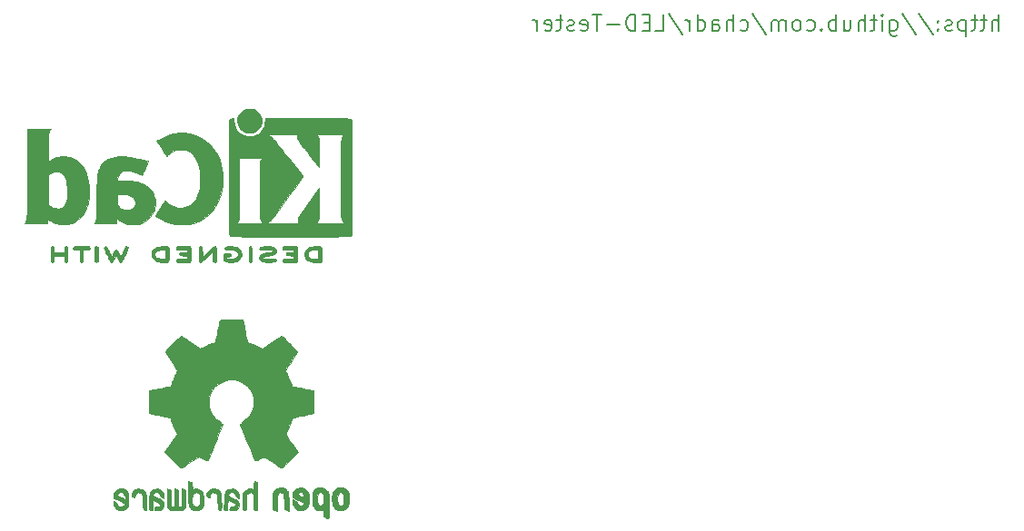
<source format=gbr>
%TF.GenerationSoftware,KiCad,Pcbnew,7.0.7*%
%TF.CreationDate,2023-12-25T13:55:38-06:00*%
%TF.ProjectId,LED Tester,4c454420-5465-4737-9465-722e6b696361,rev?*%
%TF.SameCoordinates,Original*%
%TF.FileFunction,Legend,Bot*%
%TF.FilePolarity,Positive*%
%FSLAX46Y46*%
G04 Gerber Fmt 4.6, Leading zero omitted, Abs format (unit mm)*
G04 Created by KiCad (PCBNEW 7.0.7) date 2023-12-25 13:55:38*
%MOMM*%
%LPD*%
G01*
G04 APERTURE LIST*
%ADD10C,0.200000*%
%ADD11C,0.010000*%
G04 APERTURE END LIST*
D10*
X179511279Y-63806028D02*
X179511279Y-62306028D01*
X178868422Y-63806028D02*
X178868422Y-63020314D01*
X178868422Y-63020314D02*
X178939850Y-62877457D01*
X178939850Y-62877457D02*
X179082707Y-62806028D01*
X179082707Y-62806028D02*
X179296993Y-62806028D01*
X179296993Y-62806028D02*
X179439850Y-62877457D01*
X179439850Y-62877457D02*
X179511279Y-62948885D01*
X178368421Y-62806028D02*
X177796993Y-62806028D01*
X178154136Y-62306028D02*
X178154136Y-63591742D01*
X178154136Y-63591742D02*
X178082707Y-63734600D01*
X178082707Y-63734600D02*
X177939850Y-63806028D01*
X177939850Y-63806028D02*
X177796993Y-63806028D01*
X177511278Y-62806028D02*
X176939850Y-62806028D01*
X177296993Y-62306028D02*
X177296993Y-63591742D01*
X177296993Y-63591742D02*
X177225564Y-63734600D01*
X177225564Y-63734600D02*
X177082707Y-63806028D01*
X177082707Y-63806028D02*
X176939850Y-63806028D01*
X176439850Y-62806028D02*
X176439850Y-64306028D01*
X176439850Y-62877457D02*
X176296993Y-62806028D01*
X176296993Y-62806028D02*
X176011278Y-62806028D01*
X176011278Y-62806028D02*
X175868421Y-62877457D01*
X175868421Y-62877457D02*
X175796993Y-62948885D01*
X175796993Y-62948885D02*
X175725564Y-63091742D01*
X175725564Y-63091742D02*
X175725564Y-63520314D01*
X175725564Y-63520314D02*
X175796993Y-63663171D01*
X175796993Y-63663171D02*
X175868421Y-63734600D01*
X175868421Y-63734600D02*
X176011278Y-63806028D01*
X176011278Y-63806028D02*
X176296993Y-63806028D01*
X176296993Y-63806028D02*
X176439850Y-63734600D01*
X175154135Y-63734600D02*
X175011278Y-63806028D01*
X175011278Y-63806028D02*
X174725564Y-63806028D01*
X174725564Y-63806028D02*
X174582707Y-63734600D01*
X174582707Y-63734600D02*
X174511278Y-63591742D01*
X174511278Y-63591742D02*
X174511278Y-63520314D01*
X174511278Y-63520314D02*
X174582707Y-63377457D01*
X174582707Y-63377457D02*
X174725564Y-63306028D01*
X174725564Y-63306028D02*
X174939850Y-63306028D01*
X174939850Y-63306028D02*
X175082707Y-63234600D01*
X175082707Y-63234600D02*
X175154135Y-63091742D01*
X175154135Y-63091742D02*
X175154135Y-63020314D01*
X175154135Y-63020314D02*
X175082707Y-62877457D01*
X175082707Y-62877457D02*
X174939850Y-62806028D01*
X174939850Y-62806028D02*
X174725564Y-62806028D01*
X174725564Y-62806028D02*
X174582707Y-62877457D01*
X173868421Y-63663171D02*
X173796992Y-63734600D01*
X173796992Y-63734600D02*
X173868421Y-63806028D01*
X173868421Y-63806028D02*
X173939849Y-63734600D01*
X173939849Y-63734600D02*
X173868421Y-63663171D01*
X173868421Y-63663171D02*
X173868421Y-63806028D01*
X173868421Y-62877457D02*
X173796992Y-62948885D01*
X173796992Y-62948885D02*
X173868421Y-63020314D01*
X173868421Y-63020314D02*
X173939849Y-62948885D01*
X173939849Y-62948885D02*
X173868421Y-62877457D01*
X173868421Y-62877457D02*
X173868421Y-63020314D01*
X172082706Y-62234600D02*
X173368420Y-64163171D01*
X170511277Y-62234600D02*
X171796991Y-64163171D01*
X169368420Y-62806028D02*
X169368420Y-64020314D01*
X169368420Y-64020314D02*
X169439848Y-64163171D01*
X169439848Y-64163171D02*
X169511277Y-64234600D01*
X169511277Y-64234600D02*
X169654134Y-64306028D01*
X169654134Y-64306028D02*
X169868420Y-64306028D01*
X169868420Y-64306028D02*
X170011277Y-64234600D01*
X169368420Y-63734600D02*
X169511277Y-63806028D01*
X169511277Y-63806028D02*
X169796991Y-63806028D01*
X169796991Y-63806028D02*
X169939848Y-63734600D01*
X169939848Y-63734600D02*
X170011277Y-63663171D01*
X170011277Y-63663171D02*
X170082705Y-63520314D01*
X170082705Y-63520314D02*
X170082705Y-63091742D01*
X170082705Y-63091742D02*
X170011277Y-62948885D01*
X170011277Y-62948885D02*
X169939848Y-62877457D01*
X169939848Y-62877457D02*
X169796991Y-62806028D01*
X169796991Y-62806028D02*
X169511277Y-62806028D01*
X169511277Y-62806028D02*
X169368420Y-62877457D01*
X168654134Y-63806028D02*
X168654134Y-62806028D01*
X168654134Y-62306028D02*
X168725562Y-62377457D01*
X168725562Y-62377457D02*
X168654134Y-62448885D01*
X168654134Y-62448885D02*
X168582705Y-62377457D01*
X168582705Y-62377457D02*
X168654134Y-62306028D01*
X168654134Y-62306028D02*
X168654134Y-62448885D01*
X168154133Y-62806028D02*
X167582705Y-62806028D01*
X167939848Y-62306028D02*
X167939848Y-63591742D01*
X167939848Y-63591742D02*
X167868419Y-63734600D01*
X167868419Y-63734600D02*
X167725562Y-63806028D01*
X167725562Y-63806028D02*
X167582705Y-63806028D01*
X167082705Y-63806028D02*
X167082705Y-62306028D01*
X166439848Y-63806028D02*
X166439848Y-63020314D01*
X166439848Y-63020314D02*
X166511276Y-62877457D01*
X166511276Y-62877457D02*
X166654133Y-62806028D01*
X166654133Y-62806028D02*
X166868419Y-62806028D01*
X166868419Y-62806028D02*
X167011276Y-62877457D01*
X167011276Y-62877457D02*
X167082705Y-62948885D01*
X165082705Y-62806028D02*
X165082705Y-63806028D01*
X165725562Y-62806028D02*
X165725562Y-63591742D01*
X165725562Y-63591742D02*
X165654133Y-63734600D01*
X165654133Y-63734600D02*
X165511276Y-63806028D01*
X165511276Y-63806028D02*
X165296990Y-63806028D01*
X165296990Y-63806028D02*
X165154133Y-63734600D01*
X165154133Y-63734600D02*
X165082705Y-63663171D01*
X164368419Y-63806028D02*
X164368419Y-62306028D01*
X164368419Y-62877457D02*
X164225562Y-62806028D01*
X164225562Y-62806028D02*
X163939847Y-62806028D01*
X163939847Y-62806028D02*
X163796990Y-62877457D01*
X163796990Y-62877457D02*
X163725562Y-62948885D01*
X163725562Y-62948885D02*
X163654133Y-63091742D01*
X163654133Y-63091742D02*
X163654133Y-63520314D01*
X163654133Y-63520314D02*
X163725562Y-63663171D01*
X163725562Y-63663171D02*
X163796990Y-63734600D01*
X163796990Y-63734600D02*
X163939847Y-63806028D01*
X163939847Y-63806028D02*
X164225562Y-63806028D01*
X164225562Y-63806028D02*
X164368419Y-63734600D01*
X163011276Y-63663171D02*
X162939847Y-63734600D01*
X162939847Y-63734600D02*
X163011276Y-63806028D01*
X163011276Y-63806028D02*
X163082704Y-63734600D01*
X163082704Y-63734600D02*
X163011276Y-63663171D01*
X163011276Y-63663171D02*
X163011276Y-63806028D01*
X161654133Y-63734600D02*
X161796990Y-63806028D01*
X161796990Y-63806028D02*
X162082704Y-63806028D01*
X162082704Y-63806028D02*
X162225561Y-63734600D01*
X162225561Y-63734600D02*
X162296990Y-63663171D01*
X162296990Y-63663171D02*
X162368418Y-63520314D01*
X162368418Y-63520314D02*
X162368418Y-63091742D01*
X162368418Y-63091742D02*
X162296990Y-62948885D01*
X162296990Y-62948885D02*
X162225561Y-62877457D01*
X162225561Y-62877457D02*
X162082704Y-62806028D01*
X162082704Y-62806028D02*
X161796990Y-62806028D01*
X161796990Y-62806028D02*
X161654133Y-62877457D01*
X160796990Y-63806028D02*
X160939847Y-63734600D01*
X160939847Y-63734600D02*
X161011276Y-63663171D01*
X161011276Y-63663171D02*
X161082704Y-63520314D01*
X161082704Y-63520314D02*
X161082704Y-63091742D01*
X161082704Y-63091742D02*
X161011276Y-62948885D01*
X161011276Y-62948885D02*
X160939847Y-62877457D01*
X160939847Y-62877457D02*
X160796990Y-62806028D01*
X160796990Y-62806028D02*
X160582704Y-62806028D01*
X160582704Y-62806028D02*
X160439847Y-62877457D01*
X160439847Y-62877457D02*
X160368419Y-62948885D01*
X160368419Y-62948885D02*
X160296990Y-63091742D01*
X160296990Y-63091742D02*
X160296990Y-63520314D01*
X160296990Y-63520314D02*
X160368419Y-63663171D01*
X160368419Y-63663171D02*
X160439847Y-63734600D01*
X160439847Y-63734600D02*
X160582704Y-63806028D01*
X160582704Y-63806028D02*
X160796990Y-63806028D01*
X159654133Y-63806028D02*
X159654133Y-62806028D01*
X159654133Y-62948885D02*
X159582704Y-62877457D01*
X159582704Y-62877457D02*
X159439847Y-62806028D01*
X159439847Y-62806028D02*
X159225561Y-62806028D01*
X159225561Y-62806028D02*
X159082704Y-62877457D01*
X159082704Y-62877457D02*
X159011276Y-63020314D01*
X159011276Y-63020314D02*
X159011276Y-63806028D01*
X159011276Y-63020314D02*
X158939847Y-62877457D01*
X158939847Y-62877457D02*
X158796990Y-62806028D01*
X158796990Y-62806028D02*
X158582704Y-62806028D01*
X158582704Y-62806028D02*
X158439847Y-62877457D01*
X158439847Y-62877457D02*
X158368418Y-63020314D01*
X158368418Y-63020314D02*
X158368418Y-63806028D01*
X156582704Y-62234600D02*
X157868418Y-64163171D01*
X155439847Y-63734600D02*
X155582704Y-63806028D01*
X155582704Y-63806028D02*
X155868418Y-63806028D01*
X155868418Y-63806028D02*
X156011275Y-63734600D01*
X156011275Y-63734600D02*
X156082704Y-63663171D01*
X156082704Y-63663171D02*
X156154132Y-63520314D01*
X156154132Y-63520314D02*
X156154132Y-63091742D01*
X156154132Y-63091742D02*
X156082704Y-62948885D01*
X156082704Y-62948885D02*
X156011275Y-62877457D01*
X156011275Y-62877457D02*
X155868418Y-62806028D01*
X155868418Y-62806028D02*
X155582704Y-62806028D01*
X155582704Y-62806028D02*
X155439847Y-62877457D01*
X154796990Y-63806028D02*
X154796990Y-62306028D01*
X154154133Y-63806028D02*
X154154133Y-63020314D01*
X154154133Y-63020314D02*
X154225561Y-62877457D01*
X154225561Y-62877457D02*
X154368418Y-62806028D01*
X154368418Y-62806028D02*
X154582704Y-62806028D01*
X154582704Y-62806028D02*
X154725561Y-62877457D01*
X154725561Y-62877457D02*
X154796990Y-62948885D01*
X152796990Y-63806028D02*
X152796990Y-63020314D01*
X152796990Y-63020314D02*
X152868418Y-62877457D01*
X152868418Y-62877457D02*
X153011275Y-62806028D01*
X153011275Y-62806028D02*
X153296990Y-62806028D01*
X153296990Y-62806028D02*
X153439847Y-62877457D01*
X152796990Y-63734600D02*
X152939847Y-63806028D01*
X152939847Y-63806028D02*
X153296990Y-63806028D01*
X153296990Y-63806028D02*
X153439847Y-63734600D01*
X153439847Y-63734600D02*
X153511275Y-63591742D01*
X153511275Y-63591742D02*
X153511275Y-63448885D01*
X153511275Y-63448885D02*
X153439847Y-63306028D01*
X153439847Y-63306028D02*
X153296990Y-63234600D01*
X153296990Y-63234600D02*
X152939847Y-63234600D01*
X152939847Y-63234600D02*
X152796990Y-63163171D01*
X151439847Y-63806028D02*
X151439847Y-62306028D01*
X151439847Y-63734600D02*
X151582704Y-63806028D01*
X151582704Y-63806028D02*
X151868418Y-63806028D01*
X151868418Y-63806028D02*
X152011275Y-63734600D01*
X152011275Y-63734600D02*
X152082704Y-63663171D01*
X152082704Y-63663171D02*
X152154132Y-63520314D01*
X152154132Y-63520314D02*
X152154132Y-63091742D01*
X152154132Y-63091742D02*
X152082704Y-62948885D01*
X152082704Y-62948885D02*
X152011275Y-62877457D01*
X152011275Y-62877457D02*
X151868418Y-62806028D01*
X151868418Y-62806028D02*
X151582704Y-62806028D01*
X151582704Y-62806028D02*
X151439847Y-62877457D01*
X150725561Y-63806028D02*
X150725561Y-62806028D01*
X150725561Y-63091742D02*
X150654132Y-62948885D01*
X150654132Y-62948885D02*
X150582704Y-62877457D01*
X150582704Y-62877457D02*
X150439846Y-62806028D01*
X150439846Y-62806028D02*
X150296989Y-62806028D01*
X148725561Y-62234600D02*
X150011275Y-64163171D01*
X147511275Y-63806028D02*
X148225561Y-63806028D01*
X148225561Y-63806028D02*
X148225561Y-62306028D01*
X147011275Y-63020314D02*
X146511275Y-63020314D01*
X146296989Y-63806028D02*
X147011275Y-63806028D01*
X147011275Y-63806028D02*
X147011275Y-62306028D01*
X147011275Y-62306028D02*
X146296989Y-62306028D01*
X145654132Y-63806028D02*
X145654132Y-62306028D01*
X145654132Y-62306028D02*
X145296989Y-62306028D01*
X145296989Y-62306028D02*
X145082703Y-62377457D01*
X145082703Y-62377457D02*
X144939846Y-62520314D01*
X144939846Y-62520314D02*
X144868417Y-62663171D01*
X144868417Y-62663171D02*
X144796989Y-62948885D01*
X144796989Y-62948885D02*
X144796989Y-63163171D01*
X144796989Y-63163171D02*
X144868417Y-63448885D01*
X144868417Y-63448885D02*
X144939846Y-63591742D01*
X144939846Y-63591742D02*
X145082703Y-63734600D01*
X145082703Y-63734600D02*
X145296989Y-63806028D01*
X145296989Y-63806028D02*
X145654132Y-63806028D01*
X144154132Y-63234600D02*
X143011275Y-63234600D01*
X142511274Y-62306028D02*
X141654132Y-62306028D01*
X142082703Y-63806028D02*
X142082703Y-62306028D01*
X140582703Y-63734600D02*
X140725560Y-63806028D01*
X140725560Y-63806028D02*
X141011275Y-63806028D01*
X141011275Y-63806028D02*
X141154132Y-63734600D01*
X141154132Y-63734600D02*
X141225560Y-63591742D01*
X141225560Y-63591742D02*
X141225560Y-63020314D01*
X141225560Y-63020314D02*
X141154132Y-62877457D01*
X141154132Y-62877457D02*
X141011275Y-62806028D01*
X141011275Y-62806028D02*
X140725560Y-62806028D01*
X140725560Y-62806028D02*
X140582703Y-62877457D01*
X140582703Y-62877457D02*
X140511275Y-63020314D01*
X140511275Y-63020314D02*
X140511275Y-63163171D01*
X140511275Y-63163171D02*
X141225560Y-63306028D01*
X139939846Y-63734600D02*
X139796989Y-63806028D01*
X139796989Y-63806028D02*
X139511275Y-63806028D01*
X139511275Y-63806028D02*
X139368418Y-63734600D01*
X139368418Y-63734600D02*
X139296989Y-63591742D01*
X139296989Y-63591742D02*
X139296989Y-63520314D01*
X139296989Y-63520314D02*
X139368418Y-63377457D01*
X139368418Y-63377457D02*
X139511275Y-63306028D01*
X139511275Y-63306028D02*
X139725561Y-63306028D01*
X139725561Y-63306028D02*
X139868418Y-63234600D01*
X139868418Y-63234600D02*
X139939846Y-63091742D01*
X139939846Y-63091742D02*
X139939846Y-63020314D01*
X139939846Y-63020314D02*
X139868418Y-62877457D01*
X139868418Y-62877457D02*
X139725561Y-62806028D01*
X139725561Y-62806028D02*
X139511275Y-62806028D01*
X139511275Y-62806028D02*
X139368418Y-62877457D01*
X138868417Y-62806028D02*
X138296989Y-62806028D01*
X138654132Y-62306028D02*
X138654132Y-63591742D01*
X138654132Y-63591742D02*
X138582703Y-63734600D01*
X138582703Y-63734600D02*
X138439846Y-63806028D01*
X138439846Y-63806028D02*
X138296989Y-63806028D01*
X137225560Y-63734600D02*
X137368417Y-63806028D01*
X137368417Y-63806028D02*
X137654132Y-63806028D01*
X137654132Y-63806028D02*
X137796989Y-63734600D01*
X137796989Y-63734600D02*
X137868417Y-63591742D01*
X137868417Y-63591742D02*
X137868417Y-63020314D01*
X137868417Y-63020314D02*
X137796989Y-62877457D01*
X137796989Y-62877457D02*
X137654132Y-62806028D01*
X137654132Y-62806028D02*
X137368417Y-62806028D01*
X137368417Y-62806028D02*
X137225560Y-62877457D01*
X137225560Y-62877457D02*
X137154132Y-63020314D01*
X137154132Y-63020314D02*
X137154132Y-63163171D01*
X137154132Y-63163171D02*
X137868417Y-63306028D01*
X136511275Y-63806028D02*
X136511275Y-62806028D01*
X136511275Y-63091742D02*
X136439846Y-62948885D01*
X136439846Y-62948885D02*
X136368418Y-62877457D01*
X136368418Y-62877457D02*
X136225560Y-62806028D01*
X136225560Y-62806028D02*
X136082703Y-62806028D01*
%TO.C,Logo1*%
D11*
X95468785Y-83928933D02*
X95520458Y-83960469D01*
X95573998Y-84003823D01*
X95573998Y-85304516D01*
X95520458Y-85347870D01*
X95457457Y-85382975D01*
X95385537Y-85384654D01*
X95322379Y-85343485D01*
X95314592Y-85334113D01*
X95303611Y-85315093D01*
X95295159Y-85287608D01*
X95288908Y-85246386D01*
X95284529Y-85186159D01*
X95281695Y-85101655D01*
X95280077Y-84987604D01*
X95279347Y-84838738D01*
X95279176Y-84649785D01*
X95279176Y-84003823D01*
X95332715Y-83960469D01*
X95380353Y-83930797D01*
X95426587Y-83917116D01*
X95468785Y-83928933D01*
G36*
X95468785Y-83928933D02*
G01*
X95520458Y-83960469D01*
X95573998Y-84003823D01*
X95573998Y-85304516D01*
X95520458Y-85347870D01*
X95457457Y-85382975D01*
X95385537Y-85384654D01*
X95322379Y-85343485D01*
X95314592Y-85334113D01*
X95303611Y-85315093D01*
X95295159Y-85287608D01*
X95288908Y-85246386D01*
X95284529Y-85186159D01*
X95281695Y-85101655D01*
X95280077Y-84987604D01*
X95279347Y-84838738D01*
X95279176Y-84649785D01*
X95279176Y-84003823D01*
X95332715Y-83960469D01*
X95380353Y-83930797D01*
X95426587Y-83917116D01*
X95468785Y-83928933D01*
G37*
X109793914Y-83925948D02*
X109862528Y-83972781D01*
X109918194Y-84028447D01*
X109918194Y-84657346D01*
X109918112Y-84826157D01*
X109917592Y-84975263D01*
X109916245Y-85089274D01*
X109913678Y-85173591D01*
X109909502Y-85233612D01*
X109903325Y-85274738D01*
X109894757Y-85302367D01*
X109883407Y-85321900D01*
X109868884Y-85338734D01*
X109805676Y-85381854D01*
X109735031Y-85385403D01*
X109668730Y-85345866D01*
X109658069Y-85334076D01*
X109647121Y-85315827D01*
X109638752Y-85289025D01*
X109632616Y-85248413D01*
X109628369Y-85188732D01*
X109625666Y-85104724D01*
X109624162Y-84991133D01*
X109623513Y-84842701D01*
X109623373Y-84654169D01*
X109623452Y-84502171D01*
X109623964Y-84345657D01*
X109625258Y-84225101D01*
X109627677Y-84135247D01*
X109631567Y-84070836D01*
X109637273Y-84026611D01*
X109645139Y-83997314D01*
X109655509Y-83977687D01*
X109668730Y-83962473D01*
X109727357Y-83924261D01*
X109793914Y-83925948D01*
G36*
X109793914Y-83925948D02*
G01*
X109862528Y-83972781D01*
X109918194Y-84028447D01*
X109918194Y-84657346D01*
X109918112Y-84826157D01*
X109917592Y-84975263D01*
X109916245Y-85089274D01*
X109913678Y-85173591D01*
X109909502Y-85233612D01*
X109903325Y-85274738D01*
X109894757Y-85302367D01*
X109883407Y-85321900D01*
X109868884Y-85338734D01*
X109805676Y-85381854D01*
X109735031Y-85385403D01*
X109668730Y-85345866D01*
X109658069Y-85334076D01*
X109647121Y-85315827D01*
X109638752Y-85289025D01*
X109632616Y-85248413D01*
X109628369Y-85188732D01*
X109625666Y-85104724D01*
X109624162Y-84991133D01*
X109623513Y-84842701D01*
X109623373Y-84654169D01*
X109623452Y-84502171D01*
X109623964Y-84345657D01*
X109625258Y-84225101D01*
X109627677Y-84135247D01*
X109631567Y-84070836D01*
X109637273Y-84026611D01*
X109645139Y-83997314D01*
X109655509Y-83977687D01*
X109668730Y-83962473D01*
X109727357Y-83924261D01*
X109793914Y-83925948D01*
G37*
X109850400Y-71085134D02*
X110060313Y-71136566D01*
X110259287Y-71228876D01*
X110441052Y-71362080D01*
X110599338Y-71536190D01*
X110727873Y-71751223D01*
X110762333Y-71826974D01*
X110790250Y-71903753D01*
X110805914Y-71980509D01*
X110812780Y-72075448D01*
X110814302Y-72206774D01*
X110813382Y-72316080D01*
X110807839Y-72416535D01*
X110794249Y-72494910D01*
X110769217Y-72569205D01*
X110729352Y-72657419D01*
X110717820Y-72680927D01*
X110581515Y-72896183D01*
X110410081Y-73073290D01*
X110208385Y-73208091D01*
X109981291Y-73296430D01*
X109864767Y-73321082D01*
X109628375Y-73332617D01*
X109399414Y-73295292D01*
X109184598Y-73212933D01*
X108990642Y-73089367D01*
X108824258Y-72928422D01*
X108692162Y-72733924D01*
X108601067Y-72509699D01*
X108567738Y-72326205D01*
X108564735Y-72123711D01*
X108591842Y-71926743D01*
X108647768Y-71756129D01*
X108712387Y-71634151D01*
X108856243Y-71440625D01*
X109026785Y-71287889D01*
X109217742Y-71175957D01*
X109422844Y-71104844D01*
X109635821Y-71074565D01*
X109850400Y-71085134D01*
G36*
X109850400Y-71085134D02*
G01*
X110060313Y-71136566D01*
X110259287Y-71228876D01*
X110441052Y-71362080D01*
X110599338Y-71536190D01*
X110727873Y-71751223D01*
X110762333Y-71826974D01*
X110790250Y-71903753D01*
X110805914Y-71980509D01*
X110812780Y-72075448D01*
X110814302Y-72206774D01*
X110813382Y-72316080D01*
X110807839Y-72416535D01*
X110794249Y-72494910D01*
X110769217Y-72569205D01*
X110729352Y-72657419D01*
X110717820Y-72680927D01*
X110581515Y-72896183D01*
X110410081Y-73073290D01*
X110208385Y-73208091D01*
X109981291Y-73296430D01*
X109864767Y-73321082D01*
X109628375Y-73332617D01*
X109399414Y-73295292D01*
X109184598Y-73212933D01*
X108990642Y-73089367D01*
X108824258Y-72928422D01*
X108692162Y-72733924D01*
X108601067Y-72509699D01*
X108567738Y-72326205D01*
X108564735Y-72123711D01*
X108591842Y-71926743D01*
X108647768Y-71756129D01*
X108712387Y-71634151D01*
X108856243Y-71440625D01*
X109026785Y-71287889D01*
X109217742Y-71175957D01*
X109422844Y-71104844D01*
X109635821Y-71074565D01*
X109850400Y-71085134D01*
G37*
X94063262Y-83917119D02*
X94252348Y-83917299D01*
X94402042Y-83917982D01*
X94517368Y-83919472D01*
X94603350Y-83922074D01*
X94665010Y-83926095D01*
X94707372Y-83931840D01*
X94735460Y-83939615D01*
X94754298Y-83949724D01*
X94768908Y-83962473D01*
X94806688Y-84028200D01*
X94809594Y-84103690D01*
X94776733Y-84170464D01*
X94774000Y-84173384D01*
X94751494Y-84190179D01*
X94717137Y-84201339D01*
X94662555Y-84207956D01*
X94579378Y-84211124D01*
X94459233Y-84211937D01*
X94179265Y-84211937D01*
X94179265Y-84741825D01*
X94179114Y-84894158D01*
X94178294Y-85028086D01*
X94176321Y-85128098D01*
X94172713Y-85200253D01*
X94166986Y-85250609D01*
X94158657Y-85285225D01*
X94147243Y-85310158D01*
X94132262Y-85331468D01*
X94127660Y-85337105D01*
X94065026Y-85382592D01*
X93995961Y-85385734D01*
X93929801Y-85345866D01*
X93915782Y-85329642D01*
X93904789Y-85308351D01*
X93896713Y-85276523D01*
X93891106Y-85228356D01*
X93887522Y-85158045D01*
X93885514Y-85059789D01*
X93884637Y-84927782D01*
X93884444Y-84756223D01*
X93884444Y-84211937D01*
X93591269Y-84211937D01*
X93568970Y-84211935D01*
X93455430Y-84211483D01*
X93377394Y-84209195D01*
X93326383Y-84203570D01*
X93293915Y-84193110D01*
X93271512Y-84176312D01*
X93250693Y-84151677D01*
X93218857Y-84090028D01*
X93225089Y-84022165D01*
X93276606Y-83956803D01*
X93286532Y-83949335D01*
X93307043Y-83939620D01*
X93338032Y-83932060D01*
X93384481Y-83926390D01*
X93451374Y-83922345D01*
X93543692Y-83919660D01*
X93666419Y-83918070D01*
X93824537Y-83917310D01*
X94023028Y-83917116D01*
X94063262Y-83917119D01*
G36*
X94063262Y-83917119D02*
G01*
X94252348Y-83917299D01*
X94402042Y-83917982D01*
X94517368Y-83919472D01*
X94603350Y-83922074D01*
X94665010Y-83926095D01*
X94707372Y-83931840D01*
X94735460Y-83939615D01*
X94754298Y-83949724D01*
X94768908Y-83962473D01*
X94806688Y-84028200D01*
X94809594Y-84103690D01*
X94776733Y-84170464D01*
X94774000Y-84173384D01*
X94751494Y-84190179D01*
X94717137Y-84201339D01*
X94662555Y-84207956D01*
X94579378Y-84211124D01*
X94459233Y-84211937D01*
X94179265Y-84211937D01*
X94179265Y-84741825D01*
X94179114Y-84894158D01*
X94178294Y-85028086D01*
X94176321Y-85128098D01*
X94172713Y-85200253D01*
X94166986Y-85250609D01*
X94158657Y-85285225D01*
X94147243Y-85310158D01*
X94132262Y-85331468D01*
X94127660Y-85337105D01*
X94065026Y-85382592D01*
X93995961Y-85385734D01*
X93929801Y-85345866D01*
X93915782Y-85329642D01*
X93904789Y-85308351D01*
X93896713Y-85276523D01*
X93891106Y-85228356D01*
X93887522Y-85158045D01*
X93885514Y-85059789D01*
X93884637Y-84927782D01*
X93884444Y-84756223D01*
X93884444Y-84211937D01*
X93591269Y-84211937D01*
X93568970Y-84211935D01*
X93455430Y-84211483D01*
X93377394Y-84209195D01*
X93326383Y-84203570D01*
X93293915Y-84193110D01*
X93271512Y-84176312D01*
X93250693Y-84151677D01*
X93218857Y-84090028D01*
X93225089Y-84022165D01*
X93276606Y-83956803D01*
X93286532Y-83949335D01*
X93307043Y-83939620D01*
X93338032Y-83932060D01*
X93384481Y-83926390D01*
X93451374Y-83922345D01*
X93543692Y-83919660D01*
X93666419Y-83918070D01*
X93824537Y-83917310D01*
X94023028Y-83917116D01*
X94063262Y-83917119D01*
G37*
X92705158Y-83962473D02*
X92716473Y-83974909D01*
X92726700Y-83991393D01*
X92734909Y-84015052D01*
X92741293Y-84050126D01*
X92746047Y-84100859D01*
X92749363Y-84171493D01*
X92751435Y-84266271D01*
X92752456Y-84389435D01*
X92752619Y-84545228D01*
X92752118Y-84737892D01*
X92751146Y-84971669D01*
X92751009Y-85000146D01*
X92749831Y-85124222D01*
X92747175Y-85211978D01*
X92742061Y-85271001D01*
X92733512Y-85308877D01*
X92720552Y-85333193D01*
X92702201Y-85351535D01*
X92634988Y-85386525D01*
X92564779Y-85380696D01*
X92502697Y-85331468D01*
X92484598Y-85304944D01*
X92469629Y-85267708D01*
X92460854Y-85215418D01*
X92456726Y-85137982D01*
X92455694Y-85025307D01*
X92455694Y-84778902D01*
X91457837Y-84778902D01*
X91457837Y-85049758D01*
X91457690Y-85121660D01*
X91456158Y-85214733D01*
X91451786Y-85276075D01*
X91443154Y-85314305D01*
X91428843Y-85338046D01*
X91407434Y-85355919D01*
X91342643Y-85386193D01*
X91271755Y-85380835D01*
X91210019Y-85331468D01*
X91200666Y-85318903D01*
X91188742Y-85297760D01*
X91179639Y-85269777D01*
X91172978Y-85229449D01*
X91168380Y-85171276D01*
X91165463Y-85089755D01*
X91163850Y-84979383D01*
X91163161Y-84834659D01*
X91163015Y-84650080D01*
X91163015Y-84028447D01*
X91218681Y-83972781D01*
X91281718Y-83928097D01*
X91348473Y-83922694D01*
X91412480Y-83962473D01*
X91429125Y-83982101D01*
X91444015Y-84014027D01*
X91452729Y-84062176D01*
X91456819Y-84136251D01*
X91457837Y-84245955D01*
X91457837Y-84484080D01*
X92455694Y-84484080D01*
X92455694Y-84256264D01*
X92455695Y-84252022D01*
X92456574Y-84148166D01*
X92460519Y-84078808D01*
X92469591Y-84033455D01*
X92485851Y-84001610D01*
X92511360Y-83972781D01*
X92574397Y-83928097D01*
X92641151Y-83922694D01*
X92705158Y-83962473D01*
G36*
X92705158Y-83962473D02*
G01*
X92716473Y-83974909D01*
X92726700Y-83991393D01*
X92734909Y-84015052D01*
X92741293Y-84050126D01*
X92746047Y-84100859D01*
X92749363Y-84171493D01*
X92751435Y-84266271D01*
X92752456Y-84389435D01*
X92752619Y-84545228D01*
X92752118Y-84737892D01*
X92751146Y-84971669D01*
X92751009Y-85000146D01*
X92749831Y-85124222D01*
X92747175Y-85211978D01*
X92742061Y-85271001D01*
X92733512Y-85308877D01*
X92720552Y-85333193D01*
X92702201Y-85351535D01*
X92634988Y-85386525D01*
X92564779Y-85380696D01*
X92502697Y-85331468D01*
X92484598Y-85304944D01*
X92469629Y-85267708D01*
X92460854Y-85215418D01*
X92456726Y-85137982D01*
X92455694Y-85025307D01*
X92455694Y-84778902D01*
X91457837Y-84778902D01*
X91457837Y-85049758D01*
X91457690Y-85121660D01*
X91456158Y-85214733D01*
X91451786Y-85276075D01*
X91443154Y-85314305D01*
X91428843Y-85338046D01*
X91407434Y-85355919D01*
X91342643Y-85386193D01*
X91271755Y-85380835D01*
X91210019Y-85331468D01*
X91200666Y-85318903D01*
X91188742Y-85297760D01*
X91179639Y-85269777D01*
X91172978Y-85229449D01*
X91168380Y-85171276D01*
X91165463Y-85089755D01*
X91163850Y-84979383D01*
X91163161Y-84834659D01*
X91163015Y-84650080D01*
X91163015Y-84028447D01*
X91218681Y-83972781D01*
X91281718Y-83928097D01*
X91348473Y-83922694D01*
X91412480Y-83962473D01*
X91429125Y-83982101D01*
X91444015Y-84014027D01*
X91452729Y-84062176D01*
X91456819Y-84136251D01*
X91457837Y-84245955D01*
X91457837Y-84484080D01*
X92455694Y-84484080D01*
X92455694Y-84256264D01*
X92455695Y-84252022D01*
X92456574Y-84148166D01*
X92460519Y-84078808D01*
X92469591Y-84033455D01*
X92485851Y-84001610D01*
X92511360Y-83972781D01*
X92574397Y-83928097D01*
X92641151Y-83922694D01*
X92705158Y-83962473D01*
G37*
X102157969Y-85145233D02*
X102154013Y-85211082D01*
X102148129Y-85257129D01*
X102139939Y-85288873D01*
X102129062Y-85311819D01*
X102115119Y-85331468D01*
X102068116Y-85391223D01*
X101735253Y-85390030D01*
X101665351Y-85389431D01*
X101467505Y-85382539D01*
X101304859Y-85367106D01*
X101170071Y-85341879D01*
X101055796Y-85305608D01*
X100954693Y-85257042D01*
X100947946Y-85253191D01*
X100831806Y-85179427D01*
X100746720Y-85105165D01*
X100680794Y-85017806D01*
X100622134Y-84904749D01*
X100613532Y-84885433D01*
X100568175Y-84758497D01*
X100556655Y-84666980D01*
X100856478Y-84666980D01*
X100867753Y-84716658D01*
X100879257Y-84748555D01*
X100945410Y-84868907D01*
X101040510Y-84960822D01*
X101168610Y-85027388D01*
X101333762Y-85071694D01*
X101339375Y-85072703D01*
X101432359Y-85084681D01*
X101545655Y-85093174D01*
X101656020Y-85096402D01*
X101844623Y-85096402D01*
X101844623Y-84211937D01*
X101668864Y-84212837D01*
X101534427Y-84217812D01*
X101348806Y-84240415D01*
X101189468Y-84279668D01*
X101064965Y-84333857D01*
X101002809Y-84375499D01*
X100946318Y-84435297D01*
X100899431Y-84520532D01*
X100885113Y-84552607D01*
X100861360Y-84617900D01*
X100856478Y-84666980D01*
X100556655Y-84666980D01*
X100554171Y-84647246D01*
X100571451Y-84536702D01*
X100619950Y-84411883D01*
X100621549Y-84408482D01*
X100702813Y-84269019D01*
X100804634Y-84155316D01*
X100930645Y-84065783D01*
X101084481Y-83998828D01*
X101269774Y-83952863D01*
X101490159Y-83926295D01*
X101749270Y-83917534D01*
X101756445Y-83917524D01*
X101877022Y-83917805D01*
X101961257Y-83919887D01*
X102017736Y-83925098D01*
X102055039Y-83934766D01*
X102081752Y-83950218D01*
X102106457Y-83972781D01*
X102162123Y-84028447D01*
X102162123Y-84650080D01*
X102162072Y-84773841D01*
X102161619Y-84932115D01*
X102160378Y-85054078D01*
X102159259Y-85096402D01*
X102157969Y-85145233D01*
G36*
X102157969Y-85145233D02*
G01*
X102154013Y-85211082D01*
X102148129Y-85257129D01*
X102139939Y-85288873D01*
X102129062Y-85311819D01*
X102115119Y-85331468D01*
X102068116Y-85391223D01*
X101735253Y-85390030D01*
X101665351Y-85389431D01*
X101467505Y-85382539D01*
X101304859Y-85367106D01*
X101170071Y-85341879D01*
X101055796Y-85305608D01*
X100954693Y-85257042D01*
X100947946Y-85253191D01*
X100831806Y-85179427D01*
X100746720Y-85105165D01*
X100680794Y-85017806D01*
X100622134Y-84904749D01*
X100613532Y-84885433D01*
X100568175Y-84758497D01*
X100556655Y-84666980D01*
X100856478Y-84666980D01*
X100867753Y-84716658D01*
X100879257Y-84748555D01*
X100945410Y-84868907D01*
X101040510Y-84960822D01*
X101168610Y-85027388D01*
X101333762Y-85071694D01*
X101339375Y-85072703D01*
X101432359Y-85084681D01*
X101545655Y-85093174D01*
X101656020Y-85096402D01*
X101844623Y-85096402D01*
X101844623Y-84211937D01*
X101668864Y-84212837D01*
X101534427Y-84217812D01*
X101348806Y-84240415D01*
X101189468Y-84279668D01*
X101064965Y-84333857D01*
X101002809Y-84375499D01*
X100946318Y-84435297D01*
X100899431Y-84520532D01*
X100885113Y-84552607D01*
X100861360Y-84617900D01*
X100856478Y-84666980D01*
X100556655Y-84666980D01*
X100554171Y-84647246D01*
X100571451Y-84536702D01*
X100619950Y-84411883D01*
X100621549Y-84408482D01*
X100702813Y-84269019D01*
X100804634Y-84155316D01*
X100930645Y-84065783D01*
X101084481Y-83998828D01*
X101269774Y-83952863D01*
X101490159Y-83926295D01*
X101749270Y-83917534D01*
X101756445Y-83917524D01*
X101877022Y-83917805D01*
X101961257Y-83919887D01*
X102017736Y-83925098D01*
X102055039Y-83934766D01*
X102081752Y-83950218D01*
X102106457Y-83972781D01*
X102162123Y-84028447D01*
X102162123Y-84650080D01*
X102162072Y-84773841D01*
X102161619Y-84932115D01*
X102160378Y-85054078D01*
X102159259Y-85096402D01*
X102157969Y-85145233D01*
G37*
X116404657Y-84289491D02*
X116404765Y-84451440D01*
X116404265Y-84654169D01*
X116404186Y-84806167D01*
X116403674Y-84962682D01*
X116402380Y-85083237D01*
X116399961Y-85173092D01*
X116396071Y-85237503D01*
X116390365Y-85281728D01*
X116382500Y-85311025D01*
X116372129Y-85330652D01*
X116358908Y-85345866D01*
X116344912Y-85358389D01*
X116318800Y-85373055D01*
X116280333Y-85382604D01*
X116221262Y-85388104D01*
X116133340Y-85390621D01*
X116008317Y-85391223D01*
X115909987Y-85390469D01*
X115695314Y-85381572D01*
X115516062Y-85361307D01*
X115365798Y-85327983D01*
X115238088Y-85279909D01*
X115126499Y-85215394D01*
X115024597Y-85132750D01*
X115012567Y-85120992D01*
X114938504Y-85023542D01*
X114876027Y-84901382D01*
X114832870Y-84772322D01*
X114822261Y-84694489D01*
X115118010Y-84694489D01*
X115154737Y-84796814D01*
X115214343Y-84889058D01*
X115308154Y-84974256D01*
X115431480Y-85034127D01*
X115590480Y-85072569D01*
X115593473Y-85073048D01*
X115691852Y-85084683D01*
X115809764Y-85093001D01*
X115922346Y-85096230D01*
X116109444Y-85096402D01*
X116109444Y-84211937D01*
X115956364Y-84211908D01*
X115950281Y-84211927D01*
X115847585Y-84215873D01*
X115726843Y-84225366D01*
X115612919Y-84238481D01*
X115512557Y-84257156D01*
X115362386Y-84309927D01*
X115246854Y-84388876D01*
X115163482Y-84495419D01*
X115120858Y-84598409D01*
X115118010Y-84694489D01*
X114822261Y-84694489D01*
X114816765Y-84654169D01*
X114819335Y-84611547D01*
X114844069Y-84496203D01*
X114889328Y-84375846D01*
X114948049Y-84267265D01*
X115013171Y-84187248D01*
X115052429Y-84153050D01*
X115162341Y-84074325D01*
X115283486Y-84013797D01*
X115422496Y-83969680D01*
X115586006Y-83940185D01*
X115780649Y-83923528D01*
X116013060Y-83917920D01*
X116092377Y-83917114D01*
X116184207Y-83916284D01*
X116256128Y-83919909D01*
X116310551Y-83932529D01*
X116349890Y-83958686D01*
X116376558Y-84002920D01*
X116392966Y-84069771D01*
X116401529Y-84163782D01*
X116402728Y-84211937D01*
X116404657Y-84289491D01*
G36*
X116404657Y-84289491D02*
G01*
X116404765Y-84451440D01*
X116404265Y-84654169D01*
X116404186Y-84806167D01*
X116403674Y-84962682D01*
X116402380Y-85083237D01*
X116399961Y-85173092D01*
X116396071Y-85237503D01*
X116390365Y-85281728D01*
X116382500Y-85311025D01*
X116372129Y-85330652D01*
X116358908Y-85345866D01*
X116344912Y-85358389D01*
X116318800Y-85373055D01*
X116280333Y-85382604D01*
X116221262Y-85388104D01*
X116133340Y-85390621D01*
X116008317Y-85391223D01*
X115909987Y-85390469D01*
X115695314Y-85381572D01*
X115516062Y-85361307D01*
X115365798Y-85327983D01*
X115238088Y-85279909D01*
X115126499Y-85215394D01*
X115024597Y-85132750D01*
X115012567Y-85120992D01*
X114938504Y-85023542D01*
X114876027Y-84901382D01*
X114832870Y-84772322D01*
X114822261Y-84694489D01*
X115118010Y-84694489D01*
X115154737Y-84796814D01*
X115214343Y-84889058D01*
X115308154Y-84974256D01*
X115431480Y-85034127D01*
X115590480Y-85072569D01*
X115593473Y-85073048D01*
X115691852Y-85084683D01*
X115809764Y-85093001D01*
X115922346Y-85096230D01*
X116109444Y-85096402D01*
X116109444Y-84211937D01*
X115956364Y-84211908D01*
X115950281Y-84211927D01*
X115847585Y-84215873D01*
X115726843Y-84225366D01*
X115612919Y-84238481D01*
X115512557Y-84257156D01*
X115362386Y-84309927D01*
X115246854Y-84388876D01*
X115163482Y-84495419D01*
X115120858Y-84598409D01*
X115118010Y-84694489D01*
X114822261Y-84694489D01*
X114816765Y-84654169D01*
X114819335Y-84611547D01*
X114844069Y-84496203D01*
X114889328Y-84375846D01*
X114948049Y-84267265D01*
X115013171Y-84187248D01*
X115052429Y-84153050D01*
X115162341Y-84074325D01*
X115283486Y-84013797D01*
X115422496Y-83969680D01*
X115586006Y-83940185D01*
X115780649Y-83923528D01*
X116013060Y-83917920D01*
X116092377Y-83917114D01*
X116184207Y-83916284D01*
X116256128Y-83919909D01*
X116310551Y-83932529D01*
X116349890Y-83958686D01*
X116376558Y-84002920D01*
X116392966Y-84069771D01*
X116401529Y-84163782D01*
X116402728Y-84211937D01*
X116404657Y-84289491D01*
G37*
X106470658Y-83914755D02*
X106493575Y-83927085D01*
X106514766Y-83948503D01*
X106537441Y-83976871D01*
X106546386Y-83988846D01*
X106558437Y-84009930D01*
X106567637Y-84037704D01*
X106574369Y-84077691D01*
X106579019Y-84135416D01*
X106581967Y-84216403D01*
X106583599Y-84326175D01*
X106584297Y-84470256D01*
X106584444Y-84654169D01*
X106584398Y-84771752D01*
X106583959Y-84930634D01*
X106582736Y-85053062D01*
X106580344Y-85144563D01*
X106576400Y-85210658D01*
X106570521Y-85256872D01*
X106562324Y-85288729D01*
X106551425Y-85311753D01*
X106537441Y-85331468D01*
X106476312Y-85380472D01*
X106406114Y-85386257D01*
X106331823Y-85347906D01*
X106323417Y-85340924D01*
X106306992Y-85323793D01*
X106294817Y-85300588D01*
X106286013Y-85264764D01*
X106279701Y-85209775D01*
X106275005Y-85129077D01*
X106271045Y-85016124D01*
X106266944Y-84864370D01*
X106255605Y-84424152D01*
X105722658Y-84907582D01*
X105574331Y-85041731D01*
X105443390Y-85158482D01*
X105338535Y-85248799D01*
X105256020Y-85314937D01*
X105192098Y-85359149D01*
X105143023Y-85383688D01*
X105105050Y-85390811D01*
X105074433Y-85382769D01*
X105047424Y-85361818D01*
X105020280Y-85330211D01*
X105007733Y-85313168D01*
X104996420Y-85291919D01*
X104987960Y-85263476D01*
X104982030Y-85222389D01*
X104978303Y-85163205D01*
X104976457Y-85080474D01*
X104976165Y-84968744D01*
X104977103Y-84822564D01*
X104978946Y-84636482D01*
X104985605Y-84003765D01*
X105039144Y-83960440D01*
X105091507Y-83927913D01*
X105157517Y-83922346D01*
X105226887Y-83960421D01*
X105235549Y-83967622D01*
X105251886Y-83984758D01*
X105263998Y-84008045D01*
X105272759Y-84044016D01*
X105279042Y-84099203D01*
X105283722Y-84180140D01*
X105287671Y-84293357D01*
X105291765Y-84445388D01*
X105303105Y-84887050D01*
X105665962Y-84557999D01*
X105840212Y-84400030D01*
X105992432Y-84262633D01*
X106117260Y-84151440D01*
X106217903Y-84064312D01*
X106297572Y-83999108D01*
X106359473Y-83953690D01*
X106406815Y-83925918D01*
X106442808Y-83913653D01*
X106470658Y-83914755D01*
G36*
X106470658Y-83914755D02*
G01*
X106493575Y-83927085D01*
X106514766Y-83948503D01*
X106537441Y-83976871D01*
X106546386Y-83988846D01*
X106558437Y-84009930D01*
X106567637Y-84037704D01*
X106574369Y-84077691D01*
X106579019Y-84135416D01*
X106581967Y-84216403D01*
X106583599Y-84326175D01*
X106584297Y-84470256D01*
X106584444Y-84654169D01*
X106584398Y-84771752D01*
X106583959Y-84930634D01*
X106582736Y-85053062D01*
X106580344Y-85144563D01*
X106576400Y-85210658D01*
X106570521Y-85256872D01*
X106562324Y-85288729D01*
X106551425Y-85311753D01*
X106537441Y-85331468D01*
X106476312Y-85380472D01*
X106406114Y-85386257D01*
X106331823Y-85347906D01*
X106323417Y-85340924D01*
X106306992Y-85323793D01*
X106294817Y-85300588D01*
X106286013Y-85264764D01*
X106279701Y-85209775D01*
X106275005Y-85129077D01*
X106271045Y-85016124D01*
X106266944Y-84864370D01*
X106255605Y-84424152D01*
X105722658Y-84907582D01*
X105574331Y-85041731D01*
X105443390Y-85158482D01*
X105338535Y-85248799D01*
X105256020Y-85314937D01*
X105192098Y-85359149D01*
X105143023Y-85383688D01*
X105105050Y-85390811D01*
X105074433Y-85382769D01*
X105047424Y-85361818D01*
X105020280Y-85330211D01*
X105007733Y-85313168D01*
X104996420Y-85291919D01*
X104987960Y-85263476D01*
X104982030Y-85222389D01*
X104978303Y-85163205D01*
X104976457Y-85080474D01*
X104976165Y-84968744D01*
X104977103Y-84822564D01*
X104978946Y-84636482D01*
X104985605Y-84003765D01*
X105039144Y-83960440D01*
X105091507Y-83927913D01*
X105157517Y-83922346D01*
X105226887Y-83960421D01*
X105235549Y-83967622D01*
X105251886Y-83984758D01*
X105263998Y-84008045D01*
X105272759Y-84044016D01*
X105279042Y-84099203D01*
X105283722Y-84180140D01*
X105287671Y-84293357D01*
X105291765Y-84445388D01*
X105303105Y-84887050D01*
X105665962Y-84557999D01*
X105840212Y-84400030D01*
X105992432Y-84262633D01*
X106117260Y-84151440D01*
X106217903Y-84064312D01*
X106297572Y-83999108D01*
X106359473Y-83953690D01*
X106406815Y-83925918D01*
X106442808Y-83913653D01*
X106470658Y-83914755D01*
G37*
X108072290Y-83927386D02*
X108285249Y-83960162D01*
X108473712Y-84016515D01*
X108632006Y-84094675D01*
X108754459Y-84192875D01*
X108806832Y-84258892D01*
X108866111Y-84357729D01*
X108916880Y-84465926D01*
X108952336Y-84568717D01*
X108965676Y-84651334D01*
X108962543Y-84690940D01*
X108936544Y-84794063D01*
X108890011Y-84907621D01*
X108829961Y-85015936D01*
X108763408Y-85103332D01*
X108742924Y-85124121D01*
X108608154Y-85228133D01*
X108447188Y-85308274D01*
X108273998Y-85357295D01*
X108163578Y-85373592D01*
X107975838Y-85386860D01*
X107795476Y-85382667D01*
X107629760Y-85362085D01*
X107485955Y-85326185D01*
X107371330Y-85276039D01*
X107293149Y-85212716D01*
X107290386Y-85208747D01*
X107276147Y-85158070D01*
X107267632Y-85063146D01*
X107264801Y-84923598D01*
X107266529Y-84798577D01*
X107276010Y-84703389D01*
X107299494Y-84638896D01*
X107343227Y-84599616D01*
X107413457Y-84580069D01*
X107516431Y-84574771D01*
X107658395Y-84578243D01*
X107756070Y-84584294D01*
X107856910Y-84600752D01*
X107922188Y-84628984D01*
X107957261Y-84671645D01*
X107967490Y-84731390D01*
X107967276Y-84740513D01*
X107949794Y-84810412D01*
X107901561Y-84857455D01*
X107818662Y-84883973D01*
X107697185Y-84892294D01*
X107559623Y-84892294D01*
X107559623Y-84969341D01*
X107559724Y-84987693D01*
X107564185Y-85022349D01*
X107582802Y-85043029D01*
X107625754Y-85056966D01*
X107703221Y-85071395D01*
X107714218Y-85073271D01*
X107908985Y-85093166D01*
X108089771Y-85087302D01*
X108252309Y-85057710D01*
X108392329Y-85006421D01*
X108505562Y-84935465D01*
X108587739Y-84846873D01*
X108634591Y-84742676D01*
X108641848Y-84624905D01*
X108630761Y-84566857D01*
X108577156Y-84454579D01*
X108484366Y-84362852D01*
X108353823Y-84292869D01*
X108186958Y-84245823D01*
X108137389Y-84236886D01*
X107957934Y-84215793D01*
X107797606Y-84218263D01*
X107640724Y-84244249D01*
X107570123Y-84257888D01*
X107478842Y-84259933D01*
X107415933Y-84234758D01*
X107375446Y-84180945D01*
X107362621Y-84124198D01*
X107381679Y-84061471D01*
X107400420Y-84034501D01*
X107469194Y-83987228D01*
X107574908Y-83951325D01*
X107712553Y-83928229D01*
X107877123Y-83919377D01*
X108072290Y-83927386D01*
G36*
X108072290Y-83927386D02*
G01*
X108285249Y-83960162D01*
X108473712Y-84016515D01*
X108632006Y-84094675D01*
X108754459Y-84192875D01*
X108806832Y-84258892D01*
X108866111Y-84357729D01*
X108916880Y-84465926D01*
X108952336Y-84568717D01*
X108965676Y-84651334D01*
X108962543Y-84690940D01*
X108936544Y-84794063D01*
X108890011Y-84907621D01*
X108829961Y-85015936D01*
X108763408Y-85103332D01*
X108742924Y-85124121D01*
X108608154Y-85228133D01*
X108447188Y-85308274D01*
X108273998Y-85357295D01*
X108163578Y-85373592D01*
X107975838Y-85386860D01*
X107795476Y-85382667D01*
X107629760Y-85362085D01*
X107485955Y-85326185D01*
X107371330Y-85276039D01*
X107293149Y-85212716D01*
X107290386Y-85208747D01*
X107276147Y-85158070D01*
X107267632Y-85063146D01*
X107264801Y-84923598D01*
X107266529Y-84798577D01*
X107276010Y-84703389D01*
X107299494Y-84638896D01*
X107343227Y-84599616D01*
X107413457Y-84580069D01*
X107516431Y-84574771D01*
X107658395Y-84578243D01*
X107756070Y-84584294D01*
X107856910Y-84600752D01*
X107922188Y-84628984D01*
X107957261Y-84671645D01*
X107967490Y-84731390D01*
X107967276Y-84740513D01*
X107949794Y-84810412D01*
X107901561Y-84857455D01*
X107818662Y-84883973D01*
X107697185Y-84892294D01*
X107559623Y-84892294D01*
X107559623Y-84969341D01*
X107559724Y-84987693D01*
X107564185Y-85022349D01*
X107582802Y-85043029D01*
X107625754Y-85056966D01*
X107703221Y-85071395D01*
X107714218Y-85073271D01*
X107908985Y-85093166D01*
X108089771Y-85087302D01*
X108252309Y-85057710D01*
X108392329Y-85006421D01*
X108505562Y-84935465D01*
X108587739Y-84846873D01*
X108634591Y-84742676D01*
X108641848Y-84624905D01*
X108630761Y-84566857D01*
X108577156Y-84454579D01*
X108484366Y-84362852D01*
X108353823Y-84292869D01*
X108186958Y-84245823D01*
X108137389Y-84236886D01*
X107957934Y-84215793D01*
X107797606Y-84218263D01*
X107640724Y-84244249D01*
X107570123Y-84257888D01*
X107478842Y-84259933D01*
X107415933Y-84234758D01*
X107375446Y-84180945D01*
X107362621Y-84124198D01*
X107381679Y-84061471D01*
X107400420Y-84034501D01*
X107469194Y-83987228D01*
X107574908Y-83951325D01*
X107712553Y-83928229D01*
X107877123Y-83919377D01*
X108072290Y-83927386D01*
G37*
X104156191Y-83976871D02*
X104166133Y-83990298D01*
X104177874Y-84011535D01*
X104186836Y-84039834D01*
X104193393Y-84080666D01*
X104197919Y-84139501D01*
X104200788Y-84221811D01*
X104202374Y-84333065D01*
X104203051Y-84478735D01*
X104203194Y-84664291D01*
X104203136Y-84796713D01*
X104202670Y-84954047D01*
X104201423Y-85075120D01*
X104199027Y-85165317D01*
X104195116Y-85230021D01*
X104189320Y-85274616D01*
X104181272Y-85304487D01*
X104170606Y-85325017D01*
X104156953Y-85341589D01*
X104147883Y-85350946D01*
X104131350Y-85363977D01*
X104108529Y-85373844D01*
X104073839Y-85380986D01*
X104021697Y-85385844D01*
X103946524Y-85388857D01*
X103842738Y-85390465D01*
X103704756Y-85391107D01*
X103527000Y-85391223D01*
X103487475Y-85391210D01*
X103312647Y-85390675D01*
X103176739Y-85389136D01*
X103074375Y-85386295D01*
X103000182Y-85381852D01*
X102948785Y-85375508D01*
X102914810Y-85366963D01*
X102892883Y-85355919D01*
X102871805Y-85335858D01*
X102845164Y-85273347D01*
X102847540Y-85201249D01*
X102880013Y-85137875D01*
X102884411Y-85133302D01*
X102901864Y-85120710D01*
X102928667Y-85111337D01*
X102970820Y-85104715D01*
X103034325Y-85100377D01*
X103125183Y-85097857D01*
X103249394Y-85096688D01*
X103412959Y-85096402D01*
X103908373Y-85096402D01*
X103908373Y-84778902D01*
X103582046Y-84778902D01*
X103510390Y-84778740D01*
X103398352Y-84777138D01*
X103319727Y-84773111D01*
X103266583Y-84765796D01*
X103230990Y-84754328D01*
X103205015Y-84737844D01*
X103197696Y-84731448D01*
X103160717Y-84669221D01*
X103159443Y-84596224D01*
X103194678Y-84528686D01*
X103194802Y-84528548D01*
X103214230Y-84511218D01*
X103240936Y-84499053D01*
X103282535Y-84491155D01*
X103346643Y-84486626D01*
X103440873Y-84484567D01*
X103572841Y-84484080D01*
X103910636Y-84484080D01*
X103903835Y-84353678D01*
X103897033Y-84223277D01*
X103410717Y-84217143D01*
X103360461Y-84216484D01*
X103196493Y-84213512D01*
X103071298Y-84208722D01*
X102979664Y-84200696D01*
X102916378Y-84188012D01*
X102876229Y-84169251D01*
X102854005Y-84142992D01*
X102844492Y-84107814D01*
X102842480Y-84062298D01*
X102842492Y-84057546D01*
X102844810Y-84017305D01*
X102854448Y-83985579D01*
X102876160Y-83961358D01*
X102914700Y-83943633D01*
X102974824Y-83931395D01*
X103061285Y-83923634D01*
X103178838Y-83919340D01*
X103332237Y-83917503D01*
X103526237Y-83917116D01*
X104109188Y-83917116D01*
X104156191Y-83976871D01*
G36*
X104156191Y-83976871D02*
G01*
X104166133Y-83990298D01*
X104177874Y-84011535D01*
X104186836Y-84039834D01*
X104193393Y-84080666D01*
X104197919Y-84139501D01*
X104200788Y-84221811D01*
X104202374Y-84333065D01*
X104203051Y-84478735D01*
X104203194Y-84664291D01*
X104203136Y-84796713D01*
X104202670Y-84954047D01*
X104201423Y-85075120D01*
X104199027Y-85165317D01*
X104195116Y-85230021D01*
X104189320Y-85274616D01*
X104181272Y-85304487D01*
X104170606Y-85325017D01*
X104156953Y-85341589D01*
X104147883Y-85350946D01*
X104131350Y-85363977D01*
X104108529Y-85373844D01*
X104073839Y-85380986D01*
X104021697Y-85385844D01*
X103946524Y-85388857D01*
X103842738Y-85390465D01*
X103704756Y-85391107D01*
X103527000Y-85391223D01*
X103487475Y-85391210D01*
X103312647Y-85390675D01*
X103176739Y-85389136D01*
X103074375Y-85386295D01*
X103000182Y-85381852D01*
X102948785Y-85375508D01*
X102914810Y-85366963D01*
X102892883Y-85355919D01*
X102871805Y-85335858D01*
X102845164Y-85273347D01*
X102847540Y-85201249D01*
X102880013Y-85137875D01*
X102884411Y-85133302D01*
X102901864Y-85120710D01*
X102928667Y-85111337D01*
X102970820Y-85104715D01*
X103034325Y-85100377D01*
X103125183Y-85097857D01*
X103249394Y-85096688D01*
X103412959Y-85096402D01*
X103908373Y-85096402D01*
X103908373Y-84778902D01*
X103582046Y-84778902D01*
X103510390Y-84778740D01*
X103398352Y-84777138D01*
X103319727Y-84773111D01*
X103266583Y-84765796D01*
X103230990Y-84754328D01*
X103205015Y-84737844D01*
X103197696Y-84731448D01*
X103160717Y-84669221D01*
X103159443Y-84596224D01*
X103194678Y-84528686D01*
X103194802Y-84528548D01*
X103214230Y-84511218D01*
X103240936Y-84499053D01*
X103282535Y-84491155D01*
X103346643Y-84486626D01*
X103440873Y-84484567D01*
X103572841Y-84484080D01*
X103910636Y-84484080D01*
X103903835Y-84353678D01*
X103897033Y-84223277D01*
X103410717Y-84217143D01*
X103360461Y-84216484D01*
X103196493Y-84213512D01*
X103071298Y-84208722D01*
X102979664Y-84200696D01*
X102916378Y-84188012D01*
X102876229Y-84169251D01*
X102854005Y-84142992D01*
X102844492Y-84107814D01*
X102842480Y-84062298D01*
X102842492Y-84057546D01*
X102844810Y-84017305D01*
X102854448Y-83985579D01*
X102876160Y-83961358D01*
X102914700Y-83943633D01*
X102974824Y-83931395D01*
X103061285Y-83923634D01*
X103178838Y-83919340D01*
X103332237Y-83917503D01*
X103526237Y-83917116D01*
X104109188Y-83917116D01*
X104156191Y-83976871D01*
G37*
X113551811Y-83917148D02*
X113706693Y-83917534D01*
X113825112Y-83918709D01*
X113912675Y-83921102D01*
X113974989Y-83925145D01*
X114017664Y-83931268D01*
X114046305Y-83939903D01*
X114066521Y-83951478D01*
X114083920Y-83966426D01*
X114087505Y-83969803D01*
X114102058Y-83984948D01*
X114113392Y-84003064D01*
X114121911Y-84029450D01*
X114128016Y-84069403D01*
X114132109Y-84128222D01*
X114134593Y-84211205D01*
X114135870Y-84323651D01*
X114136341Y-84470857D01*
X114136408Y-84658123D01*
X114136335Y-84804351D01*
X114135836Y-84961401D01*
X114134557Y-85082367D01*
X114132152Y-85172526D01*
X114128273Y-85237153D01*
X114122571Y-85281524D01*
X114114699Y-85310916D01*
X114104308Y-85330605D01*
X114091051Y-85345866D01*
X114084353Y-85352248D01*
X114067233Y-85364524D01*
X114043122Y-85373915D01*
X114006539Y-85380806D01*
X113952002Y-85385582D01*
X113874032Y-85388627D01*
X113767148Y-85390325D01*
X113625868Y-85391063D01*
X113444712Y-85391223D01*
X113360118Y-85391199D01*
X113197100Y-85390834D01*
X113071558Y-85389723D01*
X112978010Y-85387482D01*
X112910977Y-85383726D01*
X112864978Y-85378071D01*
X112834531Y-85370133D01*
X112814156Y-85359526D01*
X112798373Y-85345866D01*
X112768789Y-85302474D01*
X112753015Y-85243812D01*
X112764062Y-85195786D01*
X112798373Y-85141759D01*
X112808375Y-85132502D01*
X112828013Y-85119871D01*
X112856370Y-85110580D01*
X112899552Y-85104118D01*
X112963666Y-85099979D01*
X113054817Y-85097652D01*
X113179113Y-85096629D01*
X113342658Y-85096402D01*
X113841587Y-85096402D01*
X113841587Y-84778902D01*
X113517794Y-84778902D01*
X113445838Y-84778610D01*
X113314004Y-84775149D01*
X113219100Y-84766239D01*
X113155347Y-84749958D01*
X113116964Y-84724383D01*
X113098173Y-84687591D01*
X113093194Y-84637660D01*
X113094796Y-84596967D01*
X113105347Y-84553121D01*
X113131049Y-84522281D01*
X113177937Y-84502201D01*
X113252044Y-84490637D01*
X113359406Y-84485345D01*
X113506055Y-84484080D01*
X113843850Y-84484080D01*
X113837049Y-84353678D01*
X113830248Y-84223277D01*
X113332603Y-84217152D01*
X113206862Y-84215387D01*
X113069329Y-84212485D01*
X112967066Y-84208606D01*
X112894236Y-84203282D01*
X112845003Y-84196043D01*
X112813532Y-84186421D01*
X112793987Y-84173950D01*
X112781903Y-84161087D01*
X112755769Y-84097441D01*
X112762922Y-84025750D01*
X112802649Y-83963356D01*
X112809181Y-83957484D01*
X112827221Y-83944724D01*
X112851537Y-83934976D01*
X112887710Y-83927836D01*
X112941324Y-83922900D01*
X113017963Y-83919763D01*
X113123210Y-83918023D01*
X113262646Y-83917275D01*
X113441857Y-83917116D01*
X113551811Y-83917148D01*
G36*
X113551811Y-83917148D02*
G01*
X113706693Y-83917534D01*
X113825112Y-83918709D01*
X113912675Y-83921102D01*
X113974989Y-83925145D01*
X114017664Y-83931268D01*
X114046305Y-83939903D01*
X114066521Y-83951478D01*
X114083920Y-83966426D01*
X114087505Y-83969803D01*
X114102058Y-83984948D01*
X114113392Y-84003064D01*
X114121911Y-84029450D01*
X114128016Y-84069403D01*
X114132109Y-84128222D01*
X114134593Y-84211205D01*
X114135870Y-84323651D01*
X114136341Y-84470857D01*
X114136408Y-84658123D01*
X114136335Y-84804351D01*
X114135836Y-84961401D01*
X114134557Y-85082367D01*
X114132152Y-85172526D01*
X114128273Y-85237153D01*
X114122571Y-85281524D01*
X114114699Y-85310916D01*
X114104308Y-85330605D01*
X114091051Y-85345866D01*
X114084353Y-85352248D01*
X114067233Y-85364524D01*
X114043122Y-85373915D01*
X114006539Y-85380806D01*
X113952002Y-85385582D01*
X113874032Y-85388627D01*
X113767148Y-85390325D01*
X113625868Y-85391063D01*
X113444712Y-85391223D01*
X113360118Y-85391199D01*
X113197100Y-85390834D01*
X113071558Y-85389723D01*
X112978010Y-85387482D01*
X112910977Y-85383726D01*
X112864978Y-85378071D01*
X112834531Y-85370133D01*
X112814156Y-85359526D01*
X112798373Y-85345866D01*
X112768789Y-85302474D01*
X112753015Y-85243812D01*
X112764062Y-85195786D01*
X112798373Y-85141759D01*
X112808375Y-85132502D01*
X112828013Y-85119871D01*
X112856370Y-85110580D01*
X112899552Y-85104118D01*
X112963666Y-85099979D01*
X113054817Y-85097652D01*
X113179113Y-85096629D01*
X113342658Y-85096402D01*
X113841587Y-85096402D01*
X113841587Y-84778902D01*
X113517794Y-84778902D01*
X113445838Y-84778610D01*
X113314004Y-84775149D01*
X113219100Y-84766239D01*
X113155347Y-84749958D01*
X113116964Y-84724383D01*
X113098173Y-84687591D01*
X113093194Y-84637660D01*
X113094796Y-84596967D01*
X113105347Y-84553121D01*
X113131049Y-84522281D01*
X113177937Y-84502201D01*
X113252044Y-84490637D01*
X113359406Y-84485345D01*
X113506055Y-84484080D01*
X113843850Y-84484080D01*
X113837049Y-84353678D01*
X113830248Y-84223277D01*
X113332603Y-84217152D01*
X113206862Y-84215387D01*
X113069329Y-84212485D01*
X112967066Y-84208606D01*
X112894236Y-84203282D01*
X112845003Y-84196043D01*
X112813532Y-84186421D01*
X112793987Y-84173950D01*
X112781903Y-84161087D01*
X112755769Y-84097441D01*
X112762922Y-84025750D01*
X112802649Y-83963356D01*
X112809181Y-83957484D01*
X112827221Y-83944724D01*
X112851537Y-83934976D01*
X112887710Y-83927836D01*
X112941324Y-83922900D01*
X113017963Y-83919763D01*
X113123210Y-83918023D01*
X113262646Y-83917275D01*
X113441857Y-83917116D01*
X113551811Y-83917148D01*
G37*
X96341256Y-83936023D02*
X96377337Y-83973210D01*
X96418722Y-84035651D01*
X96468608Y-84127429D01*
X96530192Y-84252630D01*
X96606671Y-84415339D01*
X96636069Y-84478386D01*
X96695832Y-84605316D01*
X96748255Y-84715016D01*
X96790431Y-84801493D01*
X96819454Y-84858754D01*
X96832417Y-84880806D01*
X96835147Y-84879639D01*
X96855220Y-84851620D01*
X96889956Y-84792280D01*
X96935352Y-84708675D01*
X96987400Y-84607858D01*
X97019488Y-84544600D01*
X97077646Y-84433398D01*
X97122824Y-84355016D01*
X97159418Y-84303834D01*
X97191824Y-84274232D01*
X97224438Y-84260592D01*
X97261656Y-84257294D01*
X97282755Y-84258249D01*
X97315131Y-84266701D01*
X97345896Y-84288525D01*
X97379240Y-84329252D01*
X97419356Y-84394411D01*
X97470435Y-84489535D01*
X97536669Y-84620152D01*
X97556221Y-84658834D01*
X97605355Y-84752588D01*
X97646007Y-84825236D01*
X97674398Y-84870213D01*
X97686751Y-84880955D01*
X97689498Y-84874384D01*
X97708330Y-84832378D01*
X97742203Y-84758171D01*
X97788240Y-84658023D01*
X97843568Y-84538195D01*
X97905313Y-84404946D01*
X97958981Y-84289994D01*
X98018492Y-84165463D01*
X98064840Y-84073575D01*
X98100958Y-84009207D01*
X98129780Y-83967234D01*
X98154241Y-83942530D01*
X98177276Y-83929972D01*
X98196179Y-83924161D01*
X98246614Y-83923863D01*
X98301141Y-83954685D01*
X98303754Y-83956663D01*
X98348119Y-84002137D01*
X98370315Y-84046785D01*
X98370408Y-84048070D01*
X98361285Y-84083552D01*
X98335442Y-84152992D01*
X98295748Y-84250114D01*
X98245074Y-84368640D01*
X98186290Y-84502293D01*
X98122266Y-84644797D01*
X98055873Y-84789875D01*
X97989981Y-84931249D01*
X97927460Y-85062643D01*
X97871181Y-85177779D01*
X97824014Y-85270381D01*
X97788829Y-85334172D01*
X97768496Y-85362875D01*
X97699374Y-85389732D01*
X97615607Y-85376952D01*
X97604830Y-85367516D01*
X97573031Y-85323016D01*
X97528429Y-85249167D01*
X97475359Y-85153306D01*
X97418157Y-85042772D01*
X97257898Y-84722863D01*
X97110870Y-85017356D01*
X97091392Y-85056109D01*
X97037194Y-85161272D01*
X96988922Y-85251251D01*
X96951226Y-85317515D01*
X96928754Y-85351535D01*
X96926452Y-85354033D01*
X96869960Y-85384743D01*
X96799522Y-85388125D01*
X96737163Y-85362875D01*
X96732289Y-85357151D01*
X96707659Y-85315716D01*
X96668009Y-85240279D01*
X96615968Y-85136160D01*
X96554169Y-85008680D01*
X96485241Y-84863158D01*
X96411816Y-84704916D01*
X96371154Y-84616275D01*
X96297280Y-84454099D01*
X96240113Y-84326174D01*
X96197876Y-84227868D01*
X96168792Y-84154551D01*
X96151085Y-84101591D01*
X96142978Y-84064360D01*
X96142693Y-84038224D01*
X96148455Y-84018555D01*
X96177900Y-83976604D01*
X96231342Y-83935820D01*
X96232861Y-83935132D01*
X96272215Y-83921068D01*
X96307281Y-83920004D01*
X96341256Y-83936023D01*
G36*
X96341256Y-83936023D02*
G01*
X96377337Y-83973210D01*
X96418722Y-84035651D01*
X96468608Y-84127429D01*
X96530192Y-84252630D01*
X96606671Y-84415339D01*
X96636069Y-84478386D01*
X96695832Y-84605316D01*
X96748255Y-84715016D01*
X96790431Y-84801493D01*
X96819454Y-84858754D01*
X96832417Y-84880806D01*
X96835147Y-84879639D01*
X96855220Y-84851620D01*
X96889956Y-84792280D01*
X96935352Y-84708675D01*
X96987400Y-84607858D01*
X97019488Y-84544600D01*
X97077646Y-84433398D01*
X97122824Y-84355016D01*
X97159418Y-84303834D01*
X97191824Y-84274232D01*
X97224438Y-84260592D01*
X97261656Y-84257294D01*
X97282755Y-84258249D01*
X97315131Y-84266701D01*
X97345896Y-84288525D01*
X97379240Y-84329252D01*
X97419356Y-84394411D01*
X97470435Y-84489535D01*
X97536669Y-84620152D01*
X97556221Y-84658834D01*
X97605355Y-84752588D01*
X97646007Y-84825236D01*
X97674398Y-84870213D01*
X97686751Y-84880955D01*
X97689498Y-84874384D01*
X97708330Y-84832378D01*
X97742203Y-84758171D01*
X97788240Y-84658023D01*
X97843568Y-84538195D01*
X97905313Y-84404946D01*
X97958981Y-84289994D01*
X98018492Y-84165463D01*
X98064840Y-84073575D01*
X98100958Y-84009207D01*
X98129780Y-83967234D01*
X98154241Y-83942530D01*
X98177276Y-83929972D01*
X98196179Y-83924161D01*
X98246614Y-83923863D01*
X98301141Y-83954685D01*
X98303754Y-83956663D01*
X98348119Y-84002137D01*
X98370315Y-84046785D01*
X98370408Y-84048070D01*
X98361285Y-84083552D01*
X98335442Y-84152992D01*
X98295748Y-84250114D01*
X98245074Y-84368640D01*
X98186290Y-84502293D01*
X98122266Y-84644797D01*
X98055873Y-84789875D01*
X97989981Y-84931249D01*
X97927460Y-85062643D01*
X97871181Y-85177779D01*
X97824014Y-85270381D01*
X97788829Y-85334172D01*
X97768496Y-85362875D01*
X97699374Y-85389732D01*
X97615607Y-85376952D01*
X97604830Y-85367516D01*
X97573031Y-85323016D01*
X97528429Y-85249167D01*
X97475359Y-85153306D01*
X97418157Y-85042772D01*
X97257898Y-84722863D01*
X97110870Y-85017356D01*
X97091392Y-85056109D01*
X97037194Y-85161272D01*
X96988922Y-85251251D01*
X96951226Y-85317515D01*
X96928754Y-85351535D01*
X96926452Y-85354033D01*
X96869960Y-85384743D01*
X96799522Y-85388125D01*
X96737163Y-85362875D01*
X96732289Y-85357151D01*
X96707659Y-85315716D01*
X96668009Y-85240279D01*
X96615968Y-85136160D01*
X96554169Y-85008680D01*
X96485241Y-84863158D01*
X96411816Y-84704916D01*
X96371154Y-84616275D01*
X96297280Y-84454099D01*
X96240113Y-84326174D01*
X96197876Y-84227868D01*
X96168792Y-84154551D01*
X96151085Y-84101591D01*
X96142978Y-84064360D01*
X96142693Y-84038224D01*
X96148455Y-84018555D01*
X96177900Y-83976604D01*
X96231342Y-83935820D01*
X96232861Y-83935132D01*
X96272215Y-83921068D01*
X96307281Y-83920004D01*
X96341256Y-83936023D01*
G37*
X111510979Y-83918862D02*
X111644063Y-83929770D01*
X111755158Y-83949052D01*
X111857378Y-83978907D01*
X112000639Y-84045468D01*
X112103409Y-84131214D01*
X112165331Y-84235808D01*
X112186051Y-84358912D01*
X112184169Y-84421688D01*
X112172532Y-84471504D01*
X112142786Y-84515037D01*
X112086591Y-84569982D01*
X112070563Y-84584705D01*
X112022933Y-84626698D01*
X111977945Y-84660791D01*
X111929663Y-84688822D01*
X111872151Y-84712630D01*
X111799475Y-84734053D01*
X111705697Y-84754929D01*
X111584884Y-84777096D01*
X111431098Y-84802393D01*
X111238404Y-84832659D01*
X111201512Y-84838754D01*
X111076296Y-84866117D01*
X110985457Y-84897724D01*
X110932655Y-84932019D01*
X110921548Y-84967445D01*
X110926813Y-84976024D01*
X110962837Y-85006288D01*
X111019340Y-85039705D01*
X111045053Y-85051740D01*
X111087840Y-85066189D01*
X111140848Y-85075786D01*
X111212856Y-85081449D01*
X111312646Y-85084096D01*
X111448998Y-85084646D01*
X111484726Y-85084499D01*
X111620572Y-85082267D01*
X111751029Y-85077797D01*
X111862777Y-85071637D01*
X111942492Y-85064336D01*
X112013832Y-85056163D01*
X112072598Y-85054590D01*
X112110568Y-85063830D01*
X112140930Y-85085276D01*
X112148275Y-85092494D01*
X112181105Y-85156325D01*
X112178454Y-85227952D01*
X112140370Y-85289462D01*
X112099447Y-85312778D01*
X112027159Y-85338281D01*
X111941933Y-85358470D01*
X111935000Y-85359673D01*
X111849281Y-85370153D01*
X111733995Y-85378939D01*
X111603381Y-85385142D01*
X111471676Y-85387872D01*
X111439066Y-85387956D01*
X111241564Y-85382979D01*
X111080745Y-85366895D01*
X110949804Y-85337702D01*
X110841932Y-85293397D01*
X110750324Y-85231977D01*
X110668173Y-85151439D01*
X110627751Y-85098753D01*
X110604395Y-85039394D01*
X110598551Y-84959606D01*
X110598834Y-84935562D01*
X110606615Y-84869907D01*
X110631494Y-84816618D01*
X110682049Y-84754646D01*
X110724662Y-84710168D01*
X110777690Y-84664875D01*
X110837390Y-84627976D01*
X110910171Y-84597328D01*
X111002446Y-84570786D01*
X111120625Y-84546207D01*
X111271118Y-84521446D01*
X111460337Y-84494359D01*
X111551365Y-84480277D01*
X111687881Y-84451029D01*
X111786591Y-84417883D01*
X111845990Y-84381927D01*
X111864573Y-84344250D01*
X111840835Y-84305940D01*
X111773271Y-84268085D01*
X111767152Y-84265646D01*
X111674020Y-84241382D01*
X111548160Y-84224908D01*
X111400636Y-84216550D01*
X111242514Y-84216636D01*
X111084857Y-84225492D01*
X110938730Y-84243444D01*
X110930841Y-84244747D01*
X110832772Y-84260230D01*
X110767981Y-84267486D01*
X110725799Y-84266285D01*
X110695557Y-84256399D01*
X110666587Y-84237598D01*
X110664237Y-84235850D01*
X110614984Y-84174831D01*
X110605355Y-84103511D01*
X110637109Y-84034040D01*
X110646241Y-84025087D01*
X110705734Y-83994673D01*
X110800117Y-83968310D01*
X110921263Y-83946614D01*
X111061048Y-83930203D01*
X111211346Y-83919696D01*
X111364032Y-83915710D01*
X111510979Y-83918862D01*
G36*
X111510979Y-83918862D02*
G01*
X111644063Y-83929770D01*
X111755158Y-83949052D01*
X111857378Y-83978907D01*
X112000639Y-84045468D01*
X112103409Y-84131214D01*
X112165331Y-84235808D01*
X112186051Y-84358912D01*
X112184169Y-84421688D01*
X112172532Y-84471504D01*
X112142786Y-84515037D01*
X112086591Y-84569982D01*
X112070563Y-84584705D01*
X112022933Y-84626698D01*
X111977945Y-84660791D01*
X111929663Y-84688822D01*
X111872151Y-84712630D01*
X111799475Y-84734053D01*
X111705697Y-84754929D01*
X111584884Y-84777096D01*
X111431098Y-84802393D01*
X111238404Y-84832659D01*
X111201512Y-84838754D01*
X111076296Y-84866117D01*
X110985457Y-84897724D01*
X110932655Y-84932019D01*
X110921548Y-84967445D01*
X110926813Y-84976024D01*
X110962837Y-85006288D01*
X111019340Y-85039705D01*
X111045053Y-85051740D01*
X111087840Y-85066189D01*
X111140848Y-85075786D01*
X111212856Y-85081449D01*
X111312646Y-85084096D01*
X111448998Y-85084646D01*
X111484726Y-85084499D01*
X111620572Y-85082267D01*
X111751029Y-85077797D01*
X111862777Y-85071637D01*
X111942492Y-85064336D01*
X112013832Y-85056163D01*
X112072598Y-85054590D01*
X112110568Y-85063830D01*
X112140930Y-85085276D01*
X112148275Y-85092494D01*
X112181105Y-85156325D01*
X112178454Y-85227952D01*
X112140370Y-85289462D01*
X112099447Y-85312778D01*
X112027159Y-85338281D01*
X111941933Y-85358470D01*
X111935000Y-85359673D01*
X111849281Y-85370153D01*
X111733995Y-85378939D01*
X111603381Y-85385142D01*
X111471676Y-85387872D01*
X111439066Y-85387956D01*
X111241564Y-85382979D01*
X111080745Y-85366895D01*
X110949804Y-85337702D01*
X110841932Y-85293397D01*
X110750324Y-85231977D01*
X110668173Y-85151439D01*
X110627751Y-85098753D01*
X110604395Y-85039394D01*
X110598551Y-84959606D01*
X110598834Y-84935562D01*
X110606615Y-84869907D01*
X110631494Y-84816618D01*
X110682049Y-84754646D01*
X110724662Y-84710168D01*
X110777690Y-84664875D01*
X110837390Y-84627976D01*
X110910171Y-84597328D01*
X111002446Y-84570786D01*
X111120625Y-84546207D01*
X111271118Y-84521446D01*
X111460337Y-84494359D01*
X111551365Y-84480277D01*
X111687881Y-84451029D01*
X111786591Y-84417883D01*
X111845990Y-84381927D01*
X111864573Y-84344250D01*
X111840835Y-84305940D01*
X111773271Y-84268085D01*
X111767152Y-84265646D01*
X111674020Y-84241382D01*
X111548160Y-84224908D01*
X111400636Y-84216550D01*
X111242514Y-84216636D01*
X111084857Y-84225492D01*
X110938730Y-84243444D01*
X110930841Y-84244747D01*
X110832772Y-84260230D01*
X110767981Y-84267486D01*
X110725799Y-84266285D01*
X110695557Y-84256399D01*
X110666587Y-84237598D01*
X110664237Y-84235850D01*
X110614984Y-84174831D01*
X110605355Y-84103511D01*
X110637109Y-84034040D01*
X110646241Y-84025087D01*
X110705734Y-83994673D01*
X110800117Y-83968310D01*
X110921263Y-83946614D01*
X111061048Y-83930203D01*
X111211346Y-83919696D01*
X111364032Y-83915710D01*
X111510979Y-83918862D01*
G37*
X103659535Y-73335960D02*
X104026552Y-73369653D01*
X104367511Y-73437603D01*
X104695096Y-73542670D01*
X105021987Y-73687714D01*
X105345574Y-73872904D01*
X105692846Y-74125366D01*
X106014885Y-74417260D01*
X106304598Y-74741360D01*
X106554894Y-75090440D01*
X106758683Y-75457275D01*
X106777181Y-75496518D01*
X106932097Y-75875304D01*
X107049811Y-76268905D01*
X107131844Y-76684842D01*
X107179717Y-77130634D01*
X107194951Y-77613799D01*
X107176428Y-78113267D01*
X107117636Y-78605146D01*
X107017662Y-79065600D01*
X106875611Y-79497895D01*
X106690589Y-79905298D01*
X106461701Y-80291075D01*
X106246700Y-80585805D01*
X105949828Y-80917424D01*
X105626252Y-81201466D01*
X105276112Y-81437839D01*
X104899551Y-81626449D01*
X104496709Y-81767205D01*
X104067730Y-81860012D01*
X104062834Y-81860735D01*
X103980223Y-81867984D01*
X103855557Y-81873360D01*
X103700367Y-81876614D01*
X103526177Y-81877494D01*
X103344517Y-81875749D01*
X103217199Y-81873192D01*
X103028297Y-81867270D01*
X102876927Y-81858791D01*
X102752168Y-81846851D01*
X102643105Y-81830546D01*
X102538818Y-81808969D01*
X102421487Y-81781086D01*
X102299074Y-81749333D01*
X102188364Y-81716023D01*
X102079309Y-81677253D01*
X101961861Y-81629122D01*
X101825973Y-81567729D01*
X101661596Y-81489172D01*
X101458683Y-81389549D01*
X100897474Y-81112201D01*
X101346967Y-80373896D01*
X101405814Y-80277265D01*
X101511538Y-80103800D01*
X101606167Y-79948721D01*
X101686243Y-79817685D01*
X101748308Y-79716348D01*
X101788903Y-79650367D01*
X101804570Y-79625398D01*
X101808928Y-79626144D01*
X101844030Y-79650579D01*
X101905699Y-79701291D01*
X101984191Y-79770412D01*
X102123980Y-79889837D01*
X102373534Y-80066436D01*
X102615660Y-80189547D01*
X102790627Y-80251026D01*
X103086571Y-80313857D01*
X103377344Y-80324994D01*
X103658730Y-80285195D01*
X103926512Y-80195220D01*
X104176475Y-80055828D01*
X104404400Y-79867775D01*
X104531226Y-79729268D01*
X104709897Y-79473078D01*
X104856505Y-79175783D01*
X104971749Y-78835860D01*
X105056333Y-78451786D01*
X105060170Y-78427943D01*
X105077899Y-78273402D01*
X105091097Y-78081389D01*
X105099657Y-77865022D01*
X105103473Y-77637422D01*
X105102437Y-77411709D01*
X105096444Y-77201004D01*
X105085386Y-77018426D01*
X105069155Y-76877097D01*
X105006946Y-76556955D01*
X104902271Y-76182987D01*
X104770625Y-75855584D01*
X104612184Y-75574999D01*
X104427124Y-75341485D01*
X104215622Y-75155296D01*
X103977853Y-75016685D01*
X103713993Y-74925905D01*
X103655452Y-74914638D01*
X103508744Y-74899926D01*
X103337293Y-74895124D01*
X103160307Y-74899967D01*
X102996993Y-74914193D01*
X102866560Y-74937537D01*
X102649274Y-75011868D01*
X102397118Y-75147568D01*
X102172594Y-75326147D01*
X102132966Y-75363765D01*
X102061161Y-75430320D01*
X102010412Y-75475117D01*
X101989795Y-75490018D01*
X101984719Y-75482891D01*
X101953475Y-75437890D01*
X101897031Y-75356178D01*
X101819117Y-75243168D01*
X101723461Y-75104270D01*
X101613794Y-74944895D01*
X101493845Y-74770453D01*
X101003226Y-74056714D01*
X101112827Y-74023876D01*
X101124264Y-74020155D01*
X101198713Y-73990599D01*
X101306049Y-73942939D01*
X101433676Y-73882910D01*
X101568999Y-73816243D01*
X101627966Y-73786767D01*
X101955404Y-73634593D01*
X102257200Y-73516917D01*
X102544961Y-73430729D01*
X102830294Y-73373019D01*
X103124807Y-73340777D01*
X103440108Y-73330992D01*
X103659535Y-73335960D01*
G36*
X103659535Y-73335960D02*
G01*
X104026552Y-73369653D01*
X104367511Y-73437603D01*
X104695096Y-73542670D01*
X105021987Y-73687714D01*
X105345574Y-73872904D01*
X105692846Y-74125366D01*
X106014885Y-74417260D01*
X106304598Y-74741360D01*
X106554894Y-75090440D01*
X106758683Y-75457275D01*
X106777181Y-75496518D01*
X106932097Y-75875304D01*
X107049811Y-76268905D01*
X107131844Y-76684842D01*
X107179717Y-77130634D01*
X107194951Y-77613799D01*
X107176428Y-78113267D01*
X107117636Y-78605146D01*
X107017662Y-79065600D01*
X106875611Y-79497895D01*
X106690589Y-79905298D01*
X106461701Y-80291075D01*
X106246700Y-80585805D01*
X105949828Y-80917424D01*
X105626252Y-81201466D01*
X105276112Y-81437839D01*
X104899551Y-81626449D01*
X104496709Y-81767205D01*
X104067730Y-81860012D01*
X104062834Y-81860735D01*
X103980223Y-81867984D01*
X103855557Y-81873360D01*
X103700367Y-81876614D01*
X103526177Y-81877494D01*
X103344517Y-81875749D01*
X103217199Y-81873192D01*
X103028297Y-81867270D01*
X102876927Y-81858791D01*
X102752168Y-81846851D01*
X102643105Y-81830546D01*
X102538818Y-81808969D01*
X102421487Y-81781086D01*
X102299074Y-81749333D01*
X102188364Y-81716023D01*
X102079309Y-81677253D01*
X101961861Y-81629122D01*
X101825973Y-81567729D01*
X101661596Y-81489172D01*
X101458683Y-81389549D01*
X100897474Y-81112201D01*
X101346967Y-80373896D01*
X101405814Y-80277265D01*
X101511538Y-80103800D01*
X101606167Y-79948721D01*
X101686243Y-79817685D01*
X101748308Y-79716348D01*
X101788903Y-79650367D01*
X101804570Y-79625398D01*
X101808928Y-79626144D01*
X101844030Y-79650579D01*
X101905699Y-79701291D01*
X101984191Y-79770412D01*
X102123980Y-79889837D01*
X102373534Y-80066436D01*
X102615660Y-80189547D01*
X102790627Y-80251026D01*
X103086571Y-80313857D01*
X103377344Y-80324994D01*
X103658730Y-80285195D01*
X103926512Y-80195220D01*
X104176475Y-80055828D01*
X104404400Y-79867775D01*
X104531226Y-79729268D01*
X104709897Y-79473078D01*
X104856505Y-79175783D01*
X104971749Y-78835860D01*
X105056333Y-78451786D01*
X105060170Y-78427943D01*
X105077899Y-78273402D01*
X105091097Y-78081389D01*
X105099657Y-77865022D01*
X105103473Y-77637422D01*
X105102437Y-77411709D01*
X105096444Y-77201004D01*
X105085386Y-77018426D01*
X105069155Y-76877097D01*
X105006946Y-76556955D01*
X104902271Y-76182987D01*
X104770625Y-75855584D01*
X104612184Y-75574999D01*
X104427124Y-75341485D01*
X104215622Y-75155296D01*
X103977853Y-75016685D01*
X103713993Y-74925905D01*
X103655452Y-74914638D01*
X103508744Y-74899926D01*
X103337293Y-74895124D01*
X103160307Y-74899967D01*
X102996993Y-74914193D01*
X102866560Y-74937537D01*
X102649274Y-75011868D01*
X102397118Y-75147568D01*
X102172594Y-75326147D01*
X102132966Y-75363765D01*
X102061161Y-75430320D01*
X102010412Y-75475117D01*
X101989795Y-75490018D01*
X101984719Y-75482891D01*
X101953475Y-75437890D01*
X101897031Y-75356178D01*
X101819117Y-75243168D01*
X101723461Y-75104270D01*
X101613794Y-74944895D01*
X101493845Y-74770453D01*
X101003226Y-74056714D01*
X101112827Y-74023876D01*
X101124264Y-74020155D01*
X101198713Y-73990599D01*
X101306049Y-73942939D01*
X101433676Y-73882910D01*
X101568999Y-73816243D01*
X101627966Y-73786767D01*
X101955404Y-73634593D01*
X102257200Y-73516917D01*
X102544961Y-73430729D01*
X102830294Y-73373019D01*
X103124807Y-73340777D01*
X103440108Y-73330992D01*
X103659535Y-73335960D01*
G37*
X94737577Y-79027045D02*
X94731782Y-79279791D01*
X94715211Y-79502690D01*
X94686582Y-79707867D01*
X94644611Y-79907445D01*
X94588016Y-80113548D01*
X94502194Y-80359904D01*
X94344570Y-80692472D01*
X94151222Y-80990351D01*
X93925108Y-81250726D01*
X93669186Y-81470780D01*
X93386413Y-81647700D01*
X93079747Y-81778669D01*
X92752147Y-81860873D01*
X92748205Y-81861532D01*
X92508789Y-81884569D01*
X92245734Y-81881494D01*
X91977793Y-81854204D01*
X91723726Y-81804595D01*
X91502287Y-81734561D01*
X91407769Y-81691943D01*
X91284669Y-81627167D01*
X91158175Y-81553080D01*
X91041487Y-81477837D01*
X90947803Y-81409591D01*
X90890323Y-81356498D01*
X90877128Y-81341922D01*
X90861397Y-81336827D01*
X90850883Y-81362122D01*
X90843135Y-81425873D01*
X90835699Y-81536142D01*
X90822044Y-81765914D01*
X89776024Y-81773068D01*
X88730004Y-81780221D01*
X88802381Y-81656720D01*
X88806695Y-81649418D01*
X88827742Y-81615141D01*
X88846835Y-81584604D01*
X88864077Y-81555156D01*
X88879572Y-81524143D01*
X88893421Y-81488912D01*
X88905728Y-81446811D01*
X88916595Y-81395187D01*
X88926125Y-81331386D01*
X88934420Y-81252756D01*
X88941584Y-81156644D01*
X88947720Y-81040398D01*
X88952929Y-80901363D01*
X88957315Y-80736887D01*
X88960980Y-80544318D01*
X88964028Y-80321002D01*
X88966486Y-80071805D01*
X90958603Y-80071805D01*
X91095162Y-80161376D01*
X91147677Y-80193643D01*
X91267925Y-80258102D01*
X91381936Y-80309433D01*
X91431866Y-80326813D01*
X91590739Y-80361510D01*
X91791613Y-80379228D01*
X91893758Y-80382915D01*
X91988573Y-80382077D01*
X92059153Y-80372607D01*
X92122460Y-80351909D01*
X92195454Y-80317385D01*
X92335734Y-80224906D01*
X92457262Y-80094086D01*
X92554542Y-79925502D01*
X92628497Y-79716510D01*
X92680054Y-79464467D01*
X92710138Y-79166732D01*
X92719675Y-78820662D01*
X92719211Y-78741984D01*
X92705500Y-78377441D01*
X92672207Y-78060239D01*
X92618523Y-77787031D01*
X92543636Y-77554471D01*
X92446738Y-77359211D01*
X92327019Y-77197906D01*
X92277351Y-77148676D01*
X92123423Y-77046113D01*
X91942727Y-76983701D01*
X91743091Y-76961796D01*
X91532342Y-76980751D01*
X91318308Y-77040923D01*
X91108818Y-77142665D01*
X90958603Y-77232706D01*
X90958603Y-80071805D01*
X88966486Y-80071805D01*
X88966560Y-80064286D01*
X88968680Y-79771519D01*
X88970491Y-79440045D01*
X88972094Y-79067214D01*
X88973594Y-78650371D01*
X88975092Y-78186864D01*
X88976692Y-77674041D01*
X88978495Y-77109247D01*
X88992151Y-72944193D01*
X90077796Y-72937052D01*
X90156746Y-72936571D01*
X90389033Y-72935618D01*
X90601494Y-72935424D01*
X90788331Y-72935951D01*
X90943743Y-72937158D01*
X91061931Y-72939006D01*
X91137097Y-72941455D01*
X91163441Y-72944466D01*
X91160071Y-72954008D01*
X91134929Y-72999245D01*
X91093287Y-73065031D01*
X91089133Y-73071321D01*
X91056846Y-73122115D01*
X91029775Y-73171536D01*
X91007461Y-73224674D01*
X90989445Y-73286620D01*
X90975267Y-73362465D01*
X90964469Y-73457299D01*
X90956591Y-73576212D01*
X90951175Y-73724296D01*
X90947762Y-73906641D01*
X90945892Y-74128337D01*
X90945106Y-74394476D01*
X90944947Y-74710147D01*
X90945233Y-74956607D01*
X90946109Y-75198574D01*
X90947512Y-75417973D01*
X90949379Y-75609462D01*
X90951645Y-75767698D01*
X90954247Y-75887339D01*
X90957121Y-75963041D01*
X90960204Y-75989462D01*
X90970147Y-75985361D01*
X91013856Y-75956484D01*
X91076279Y-75909058D01*
X91166776Y-75845280D01*
X91336805Y-75751307D01*
X91531143Y-75667482D01*
X91731648Y-75602295D01*
X91900108Y-75569055D01*
X92109916Y-75547866D01*
X92336986Y-75540525D01*
X92563795Y-75547041D01*
X92772822Y-75567422D01*
X92946541Y-75601678D01*
X93123426Y-75659382D01*
X93418513Y-75799268D01*
X93691741Y-75985237D01*
X93938070Y-76213007D01*
X94152460Y-76478296D01*
X94329869Y-76776822D01*
X94373913Y-76868363D01*
X94497339Y-77177137D01*
X94593836Y-77512257D01*
X94664622Y-77879628D01*
X94710918Y-78285158D01*
X94733942Y-78734756D01*
X94735011Y-78820662D01*
X94737577Y-79027045D01*
G36*
X94737577Y-79027045D02*
G01*
X94731782Y-79279791D01*
X94715211Y-79502690D01*
X94686582Y-79707867D01*
X94644611Y-79907445D01*
X94588016Y-80113548D01*
X94502194Y-80359904D01*
X94344570Y-80692472D01*
X94151222Y-80990351D01*
X93925108Y-81250726D01*
X93669186Y-81470780D01*
X93386413Y-81647700D01*
X93079747Y-81778669D01*
X92752147Y-81860873D01*
X92748205Y-81861532D01*
X92508789Y-81884569D01*
X92245734Y-81881494D01*
X91977793Y-81854204D01*
X91723726Y-81804595D01*
X91502287Y-81734561D01*
X91407769Y-81691943D01*
X91284669Y-81627167D01*
X91158175Y-81553080D01*
X91041487Y-81477837D01*
X90947803Y-81409591D01*
X90890323Y-81356498D01*
X90877128Y-81341922D01*
X90861397Y-81336827D01*
X90850883Y-81362122D01*
X90843135Y-81425873D01*
X90835699Y-81536142D01*
X90822044Y-81765914D01*
X89776024Y-81773068D01*
X88730004Y-81780221D01*
X88802381Y-81656720D01*
X88806695Y-81649418D01*
X88827742Y-81615141D01*
X88846835Y-81584604D01*
X88864077Y-81555156D01*
X88879572Y-81524143D01*
X88893421Y-81488912D01*
X88905728Y-81446811D01*
X88916595Y-81395187D01*
X88926125Y-81331386D01*
X88934420Y-81252756D01*
X88941584Y-81156644D01*
X88947720Y-81040398D01*
X88952929Y-80901363D01*
X88957315Y-80736887D01*
X88960980Y-80544318D01*
X88964028Y-80321002D01*
X88966486Y-80071805D01*
X90958603Y-80071805D01*
X91095162Y-80161376D01*
X91147677Y-80193643D01*
X91267925Y-80258102D01*
X91381936Y-80309433D01*
X91431866Y-80326813D01*
X91590739Y-80361510D01*
X91791613Y-80379228D01*
X91893758Y-80382915D01*
X91988573Y-80382077D01*
X92059153Y-80372607D01*
X92122460Y-80351909D01*
X92195454Y-80317385D01*
X92335734Y-80224906D01*
X92457262Y-80094086D01*
X92554542Y-79925502D01*
X92628497Y-79716510D01*
X92680054Y-79464467D01*
X92710138Y-79166732D01*
X92719675Y-78820662D01*
X92719211Y-78741984D01*
X92705500Y-78377441D01*
X92672207Y-78060239D01*
X92618523Y-77787031D01*
X92543636Y-77554471D01*
X92446738Y-77359211D01*
X92327019Y-77197906D01*
X92277351Y-77148676D01*
X92123423Y-77046113D01*
X91942727Y-76983701D01*
X91743091Y-76961796D01*
X91532342Y-76980751D01*
X91318308Y-77040923D01*
X91108818Y-77142665D01*
X90958603Y-77232706D01*
X90958603Y-80071805D01*
X88966486Y-80071805D01*
X88966560Y-80064286D01*
X88968680Y-79771519D01*
X88970491Y-79440045D01*
X88972094Y-79067214D01*
X88973594Y-78650371D01*
X88975092Y-78186864D01*
X88976692Y-77674041D01*
X88978495Y-77109247D01*
X88992151Y-72944193D01*
X90077796Y-72937052D01*
X90156746Y-72936571D01*
X90389033Y-72935618D01*
X90601494Y-72935424D01*
X90788331Y-72935951D01*
X90943743Y-72937158D01*
X91061931Y-72939006D01*
X91137097Y-72941455D01*
X91163441Y-72944466D01*
X91160071Y-72954008D01*
X91134929Y-72999245D01*
X91093287Y-73065031D01*
X91089133Y-73071321D01*
X91056846Y-73122115D01*
X91029775Y-73171536D01*
X91007461Y-73224674D01*
X90989445Y-73286620D01*
X90975267Y-73362465D01*
X90964469Y-73457299D01*
X90956591Y-73576212D01*
X90951175Y-73724296D01*
X90947762Y-73906641D01*
X90945892Y-74128337D01*
X90945106Y-74394476D01*
X90944947Y-74710147D01*
X90945233Y-74956607D01*
X90946109Y-75198574D01*
X90947512Y-75417973D01*
X90949379Y-75609462D01*
X90951645Y-75767698D01*
X90954247Y-75887339D01*
X90957121Y-75963041D01*
X90960204Y-75989462D01*
X90970147Y-75985361D01*
X91013856Y-75956484D01*
X91076279Y-75909058D01*
X91166776Y-75845280D01*
X91336805Y-75751307D01*
X91531143Y-75667482D01*
X91731648Y-75602295D01*
X91900108Y-75569055D01*
X92109916Y-75547866D01*
X92336986Y-75540525D01*
X92563795Y-75547041D01*
X92772822Y-75567422D01*
X92946541Y-75601678D01*
X93123426Y-75659382D01*
X93418513Y-75799268D01*
X93691741Y-75985237D01*
X93938070Y-76213007D01*
X94152460Y-76478296D01*
X94329869Y-76776822D01*
X94373913Y-76868363D01*
X94497339Y-77177137D01*
X94593836Y-77512257D01*
X94664622Y-77879628D01*
X94710918Y-78285158D01*
X94733942Y-78734756D01*
X94735011Y-78820662D01*
X94737577Y-79027045D01*
G37*
X100910953Y-79886464D02*
X100898687Y-80106678D01*
X100872177Y-80311576D01*
X100832175Y-80482258D01*
X100768347Y-80657864D01*
X100620394Y-80947261D01*
X100431279Y-81201876D01*
X100202961Y-81419974D01*
X99937397Y-81599819D01*
X99636546Y-81739676D01*
X99302366Y-81837811D01*
X99166096Y-81859945D01*
X98971368Y-81875327D01*
X98759296Y-81878787D01*
X98547603Y-81870602D01*
X98354009Y-81851051D01*
X98196237Y-81820414D01*
X98116957Y-81796293D01*
X97936900Y-81725706D01*
X97753867Y-81636089D01*
X97586743Y-81537160D01*
X97454411Y-81438638D01*
X97452785Y-81437216D01*
X97380269Y-81375731D01*
X97324477Y-81331950D01*
X97297368Y-81315269D01*
X97294404Y-81319251D01*
X97287698Y-81362271D01*
X97283037Y-81442507D01*
X97281291Y-81547419D01*
X97281291Y-81779570D01*
X96257097Y-81779570D01*
X96229833Y-81779565D01*
X96001168Y-81779165D01*
X95791300Y-81778170D01*
X95606200Y-81776653D01*
X95451839Y-81774689D01*
X95334189Y-81772351D01*
X95259220Y-81769715D01*
X95232904Y-81766854D01*
X95233517Y-81764354D01*
X95250734Y-81727448D01*
X95286825Y-81658111D01*
X95335323Y-81568843D01*
X95437742Y-81383548D01*
X95452760Y-79554155D01*
X97390538Y-79554155D01*
X97391300Y-79698692D01*
X97394991Y-79850560D01*
X97402222Y-79960333D01*
X97413519Y-80035157D01*
X97429409Y-80082181D01*
X97449849Y-80115760D01*
X97526825Y-80207295D01*
X97629963Y-80302589D01*
X97743005Y-80387496D01*
X97849694Y-80447869D01*
X97908888Y-80470021D01*
X98045186Y-80499514D01*
X98223202Y-80514593D01*
X98410887Y-80512309D01*
X98589115Y-80481294D01*
X98737880Y-80417221D01*
X98866589Y-80317203D01*
X98902796Y-80280208D01*
X98997065Y-80154042D01*
X99048070Y-80018053D01*
X99063388Y-79854420D01*
X99059238Y-79767972D01*
X99018199Y-79590010D01*
X98931986Y-79437262D01*
X98799027Y-79308010D01*
X98617754Y-79200535D01*
X98386598Y-79113118D01*
X98293409Y-79090177D01*
X98180593Y-79074469D01*
X98038614Y-79065746D01*
X97854839Y-79062813D01*
X97824986Y-79062815D01*
X97687500Y-79064493D01*
X97569400Y-79068550D01*
X97482430Y-79074453D01*
X97438334Y-79081670D01*
X97433260Y-79084013D01*
X97416854Y-79098726D01*
X97405235Y-79128292D01*
X97397598Y-79180666D01*
X97393140Y-79263799D01*
X97391054Y-79385644D01*
X97390538Y-79554155D01*
X95452760Y-79554155D01*
X95453549Y-79458064D01*
X95455898Y-79177618D01*
X95459185Y-78819947D01*
X95462635Y-78509437D01*
X95466527Y-78241698D01*
X95471139Y-78012336D01*
X95476752Y-77816962D01*
X95483642Y-77651183D01*
X95492089Y-77510609D01*
X95502373Y-77390847D01*
X95514770Y-77287508D01*
X95529561Y-77196199D01*
X95547023Y-77112529D01*
X95567436Y-77032107D01*
X95591079Y-76950541D01*
X95618229Y-76863441D01*
X95725189Y-76590384D01*
X95871666Y-76338022D01*
X96054084Y-76121962D01*
X96274112Y-75941072D01*
X96533420Y-75794222D01*
X96833679Y-75680283D01*
X97176558Y-75598122D01*
X97563728Y-75546611D01*
X97699049Y-75536368D01*
X97926951Y-75528878D01*
X98152838Y-75535623D01*
X98387285Y-75557738D01*
X98640868Y-75596362D01*
X98924162Y-75652631D01*
X99247742Y-75727683D01*
X99322537Y-75745842D01*
X99510367Y-75790528D01*
X99688392Y-75831673D01*
X99845817Y-75866847D01*
X99971846Y-75893619D01*
X100055681Y-75909559D01*
X100249103Y-75941328D01*
X99977176Y-76600395D01*
X99909158Y-76764949D01*
X99842243Y-76926190D01*
X99784830Y-77063855D01*
X99739738Y-77171210D01*
X99709785Y-77241518D01*
X99697789Y-77268043D01*
X99695903Y-77268423D01*
X99661142Y-77256580D01*
X99592789Y-77226231D01*
X99503176Y-77182778D01*
X99316918Y-77098155D01*
X99060615Y-77005629D01*
X98798290Y-76934772D01*
X98540200Y-76887363D01*
X98296606Y-76865183D01*
X98077765Y-76870010D01*
X97893936Y-76903624D01*
X97765636Y-76956960D01*
X97619927Y-77066262D01*
X97507759Y-77214543D01*
X97432343Y-77397243D01*
X97396891Y-77609798D01*
X97384406Y-77805699D01*
X98036128Y-77807483D01*
X98255913Y-77809326D01*
X98499011Y-77815871D01*
X98706683Y-77828224D01*
X98889671Y-77847585D01*
X99058718Y-77875155D01*
X99224566Y-77912136D01*
X99397957Y-77959727D01*
X99657393Y-78050314D01*
X99962543Y-78199492D01*
X100230352Y-78382221D01*
X100458177Y-78595932D01*
X100643377Y-78838054D01*
X100783310Y-79106017D01*
X100875336Y-79397252D01*
X100889748Y-79475689D01*
X100908224Y-79669834D01*
X100910550Y-79854420D01*
X100910953Y-79886464D01*
G36*
X100910953Y-79886464D02*
G01*
X100898687Y-80106678D01*
X100872177Y-80311576D01*
X100832175Y-80482258D01*
X100768347Y-80657864D01*
X100620394Y-80947261D01*
X100431279Y-81201876D01*
X100202961Y-81419974D01*
X99937397Y-81599819D01*
X99636546Y-81739676D01*
X99302366Y-81837811D01*
X99166096Y-81859945D01*
X98971368Y-81875327D01*
X98759296Y-81878787D01*
X98547603Y-81870602D01*
X98354009Y-81851051D01*
X98196237Y-81820414D01*
X98116957Y-81796293D01*
X97936900Y-81725706D01*
X97753867Y-81636089D01*
X97586743Y-81537160D01*
X97454411Y-81438638D01*
X97452785Y-81437216D01*
X97380269Y-81375731D01*
X97324477Y-81331950D01*
X97297368Y-81315269D01*
X97294404Y-81319251D01*
X97287698Y-81362271D01*
X97283037Y-81442507D01*
X97281291Y-81547419D01*
X97281291Y-81779570D01*
X96257097Y-81779570D01*
X96229833Y-81779565D01*
X96001168Y-81779165D01*
X95791300Y-81778170D01*
X95606200Y-81776653D01*
X95451839Y-81774689D01*
X95334189Y-81772351D01*
X95259220Y-81769715D01*
X95232904Y-81766854D01*
X95233517Y-81764354D01*
X95250734Y-81727448D01*
X95286825Y-81658111D01*
X95335323Y-81568843D01*
X95437742Y-81383548D01*
X95452760Y-79554155D01*
X97390538Y-79554155D01*
X97391300Y-79698692D01*
X97394991Y-79850560D01*
X97402222Y-79960333D01*
X97413519Y-80035157D01*
X97429409Y-80082181D01*
X97449849Y-80115760D01*
X97526825Y-80207295D01*
X97629963Y-80302589D01*
X97743005Y-80387496D01*
X97849694Y-80447869D01*
X97908888Y-80470021D01*
X98045186Y-80499514D01*
X98223202Y-80514593D01*
X98410887Y-80512309D01*
X98589115Y-80481294D01*
X98737880Y-80417221D01*
X98866589Y-80317203D01*
X98902796Y-80280208D01*
X98997065Y-80154042D01*
X99048070Y-80018053D01*
X99063388Y-79854420D01*
X99059238Y-79767972D01*
X99018199Y-79590010D01*
X98931986Y-79437262D01*
X98799027Y-79308010D01*
X98617754Y-79200535D01*
X98386598Y-79113118D01*
X98293409Y-79090177D01*
X98180593Y-79074469D01*
X98038614Y-79065746D01*
X97854839Y-79062813D01*
X97824986Y-79062815D01*
X97687500Y-79064493D01*
X97569400Y-79068550D01*
X97482430Y-79074453D01*
X97438334Y-79081670D01*
X97433260Y-79084013D01*
X97416854Y-79098726D01*
X97405235Y-79128292D01*
X97397598Y-79180666D01*
X97393140Y-79263799D01*
X97391054Y-79385644D01*
X97390538Y-79554155D01*
X95452760Y-79554155D01*
X95453549Y-79458064D01*
X95455898Y-79177618D01*
X95459185Y-78819947D01*
X95462635Y-78509437D01*
X95466527Y-78241698D01*
X95471139Y-78012336D01*
X95476752Y-77816962D01*
X95483642Y-77651183D01*
X95492089Y-77510609D01*
X95502373Y-77390847D01*
X95514770Y-77287508D01*
X95529561Y-77196199D01*
X95547023Y-77112529D01*
X95567436Y-77032107D01*
X95591079Y-76950541D01*
X95618229Y-76863441D01*
X95725189Y-76590384D01*
X95871666Y-76338022D01*
X96054084Y-76121962D01*
X96274112Y-75941072D01*
X96533420Y-75794222D01*
X96833679Y-75680283D01*
X97176558Y-75598122D01*
X97563728Y-75546611D01*
X97699049Y-75536368D01*
X97926951Y-75528878D01*
X98152838Y-75535623D01*
X98387285Y-75557738D01*
X98640868Y-75596362D01*
X98924162Y-75652631D01*
X99247742Y-75727683D01*
X99322537Y-75745842D01*
X99510367Y-75790528D01*
X99688392Y-75831673D01*
X99845817Y-75866847D01*
X99971846Y-75893619D01*
X100055681Y-75909559D01*
X100249103Y-75941328D01*
X99977176Y-76600395D01*
X99909158Y-76764949D01*
X99842243Y-76926190D01*
X99784830Y-77063855D01*
X99739738Y-77171210D01*
X99709785Y-77241518D01*
X99697789Y-77268043D01*
X99695903Y-77268423D01*
X99661142Y-77256580D01*
X99592789Y-77226231D01*
X99503176Y-77182778D01*
X99316918Y-77098155D01*
X99060615Y-77005629D01*
X98798290Y-76934772D01*
X98540200Y-76887363D01*
X98296606Y-76865183D01*
X98077765Y-76870010D01*
X97893936Y-76903624D01*
X97765636Y-76956960D01*
X97619927Y-77066262D01*
X97507759Y-77214543D01*
X97432343Y-77397243D01*
X97396891Y-77609798D01*
X97384406Y-77805699D01*
X98036128Y-77807483D01*
X98255913Y-77809326D01*
X98499011Y-77815871D01*
X98706683Y-77828224D01*
X98889671Y-77847585D01*
X99058718Y-77875155D01*
X99224566Y-77912136D01*
X99397957Y-77959727D01*
X99657393Y-78050314D01*
X99962543Y-78199492D01*
X100230352Y-78382221D01*
X100458177Y-78595932D01*
X100643377Y-78838054D01*
X100783310Y-79106017D01*
X100875336Y-79397252D01*
X100889748Y-79475689D01*
X100908224Y-79669834D01*
X100910550Y-79854420D01*
X100910953Y-79886464D01*
G37*
X119233547Y-81833553D02*
X119230735Y-82045348D01*
X119227245Y-82227789D01*
X119223005Y-82383135D01*
X119217945Y-82513644D01*
X119211994Y-82621574D01*
X119205080Y-82709185D01*
X119197133Y-82778733D01*
X119188080Y-82832479D01*
X119177852Y-82872679D01*
X119166377Y-82901594D01*
X119153584Y-82921480D01*
X119139402Y-82934597D01*
X119123760Y-82943203D01*
X119106587Y-82949557D01*
X119087812Y-82955916D01*
X119067363Y-82964540D01*
X119055857Y-82968862D01*
X119034752Y-82973581D01*
X119003391Y-82977905D01*
X118959558Y-82981851D01*
X118901034Y-82985436D01*
X118825600Y-82988678D01*
X118731037Y-82991594D01*
X118615127Y-82994201D01*
X118475652Y-82996516D01*
X118310394Y-82998557D01*
X118117133Y-83000341D01*
X117893652Y-83001886D01*
X117637732Y-83003209D01*
X117347154Y-83004327D01*
X117019700Y-83005258D01*
X116653151Y-83006018D01*
X116245290Y-83006626D01*
X115793897Y-83007098D01*
X115296755Y-83007453D01*
X114751644Y-83007706D01*
X114156347Y-83007876D01*
X113508644Y-83007980D01*
X113303389Y-83008000D01*
X112669743Y-83008013D01*
X112087856Y-83007934D01*
X111555535Y-83007745D01*
X111070588Y-83007432D01*
X110630822Y-83006979D01*
X110234047Y-83006369D01*
X109878068Y-83005587D01*
X109560694Y-83004617D01*
X109279734Y-83003443D01*
X109032993Y-83002049D01*
X108818281Y-83000419D01*
X108633406Y-82998537D01*
X108476174Y-82996387D01*
X108344394Y-82993954D01*
X108235873Y-82991221D01*
X108148420Y-82988173D01*
X108079842Y-82984793D01*
X108027946Y-82981066D01*
X107990541Y-82976976D01*
X107965434Y-82972506D01*
X107950434Y-82967642D01*
X107945661Y-82965477D01*
X107926123Y-82958366D01*
X107908206Y-82953173D01*
X107891837Y-82947636D01*
X107876943Y-82939493D01*
X107863453Y-82926484D01*
X107851293Y-82906346D01*
X107840390Y-82876818D01*
X107830673Y-82835638D01*
X107822068Y-82780544D01*
X107814502Y-82709275D01*
X107807904Y-82619569D01*
X107802200Y-82509164D01*
X107797318Y-82375800D01*
X107793185Y-82217213D01*
X107789729Y-82031143D01*
X107786876Y-81815328D01*
X107785940Y-81715391D01*
X108506153Y-81715391D01*
X108506943Y-81724961D01*
X108521430Y-81732717D01*
X108554162Y-81738849D01*
X108609685Y-81743546D01*
X108692548Y-81747000D01*
X108807298Y-81749400D01*
X108958482Y-81750935D01*
X109150647Y-81751797D01*
X109388341Y-81752174D01*
X109676111Y-81752258D01*
X110881548Y-81752258D01*
X110677742Y-81383548D01*
X110677742Y-76030430D01*
X110881548Y-75661720D01*
X108726871Y-75661720D01*
X108719081Y-78495322D01*
X108711291Y-81328925D01*
X108634908Y-81492055D01*
X108594637Y-81572910D01*
X108549036Y-81653907D01*
X108514599Y-81703721D01*
X108514513Y-81703817D01*
X108506153Y-81715391D01*
X107785940Y-81715391D01*
X107784555Y-81567506D01*
X107782693Y-81285415D01*
X107781216Y-80966795D01*
X107780053Y-80609382D01*
X107779131Y-80210917D01*
X107778376Y-79769136D01*
X107777717Y-79281778D01*
X107777081Y-78746582D01*
X107776395Y-78161287D01*
X107775587Y-77523629D01*
X107775482Y-77446433D01*
X107774581Y-76812817D01*
X107773719Y-76231298D01*
X107772960Y-75699614D01*
X107772368Y-75215502D01*
X107772007Y-74776700D01*
X107771940Y-74380946D01*
X107772232Y-74025975D01*
X107772947Y-73709527D01*
X107774147Y-73429337D01*
X107775897Y-73183144D01*
X107778260Y-72968684D01*
X107781302Y-72783696D01*
X107785084Y-72625916D01*
X107789671Y-72493082D01*
X107795127Y-72382930D01*
X107801516Y-72293199D01*
X107808901Y-72221626D01*
X107817346Y-72165947D01*
X107826915Y-72123901D01*
X107837672Y-72093225D01*
X107849681Y-72071655D01*
X107863005Y-72056930D01*
X107877708Y-72046787D01*
X107893855Y-72038962D01*
X107911508Y-72031194D01*
X107930731Y-72021219D01*
X107936356Y-72018040D01*
X108021470Y-71987273D01*
X108114645Y-71974628D01*
X108219678Y-71974632D01*
X108221428Y-72213606D01*
X108221872Y-72241106D01*
X108255256Y-72520643D01*
X108340284Y-72783661D01*
X108475773Y-73027376D01*
X108660543Y-73249001D01*
X108759696Y-73339393D01*
X108980469Y-73489217D01*
X109221353Y-73593697D01*
X109475333Y-73652776D01*
X109735393Y-73666399D01*
X109994517Y-73634510D01*
X110245690Y-73557052D01*
X110452166Y-73449462D01*
X111365998Y-73449462D01*
X111486171Y-73535921D01*
X111587805Y-73617180D01*
X111731016Y-73749720D01*
X111893452Y-73915830D01*
X112068963Y-74109180D01*
X112251398Y-74323441D01*
X112298379Y-74380738D01*
X112378366Y-74479010D01*
X112482921Y-74607939D01*
X112608579Y-74763221D01*
X112751877Y-74940554D01*
X112909350Y-75135633D01*
X113077536Y-75344157D01*
X113252969Y-75561821D01*
X113333435Y-75661720D01*
X113432187Y-75784323D01*
X113611726Y-76007359D01*
X113788121Y-76226627D01*
X113957909Y-76437822D01*
X114117626Y-76636643D01*
X114263808Y-76818784D01*
X114392992Y-76979945D01*
X114501713Y-77115820D01*
X114586508Y-77222108D01*
X114643913Y-77294504D01*
X114670464Y-77328706D01*
X114672655Y-77341559D01*
X114665366Y-77366004D01*
X114646477Y-77404463D01*
X114614103Y-77459662D01*
X114566357Y-77534331D01*
X114501355Y-77631196D01*
X114417212Y-77752986D01*
X114312041Y-77902430D01*
X114183957Y-78082254D01*
X114031075Y-78295187D01*
X113851508Y-78543957D01*
X113643372Y-78831292D01*
X113404782Y-79159920D01*
X113214675Y-79421504D01*
X112982740Y-79740397D01*
X112778722Y-80020446D01*
X112600251Y-80264760D01*
X112444952Y-80476446D01*
X112310454Y-80658614D01*
X112194383Y-80814370D01*
X112094367Y-80946823D01*
X112008034Y-81059081D01*
X111933011Y-81154251D01*
X111866925Y-81235443D01*
X111807404Y-81305764D01*
X111752076Y-81368322D01*
X111698566Y-81426225D01*
X111644504Y-81482582D01*
X111587516Y-81540500D01*
X111377505Y-81752258D01*
X112789236Y-81752315D01*
X114200968Y-81752372D01*
X114192097Y-81581274D01*
X114191667Y-81572677D01*
X114189983Y-81504277D01*
X114193175Y-81438742D01*
X114203378Y-81372480D01*
X114222728Y-81301903D01*
X114253359Y-81223420D01*
X114297407Y-81133441D01*
X114357007Y-81028378D01*
X114434295Y-80904640D01*
X114531405Y-80758637D01*
X114650473Y-80586780D01*
X114793635Y-80385478D01*
X114963025Y-80151143D01*
X115160779Y-79880183D01*
X115389033Y-79569010D01*
X116194732Y-78472123D01*
X116201830Y-79743932D01*
X116202459Y-79862566D01*
X116203569Y-80182112D01*
X116203064Y-80453907D01*
X116200352Y-80683095D01*
X116194837Y-80874820D01*
X116185926Y-81034225D01*
X116173025Y-81166453D01*
X116155540Y-81276648D01*
X116132877Y-81369953D01*
X116104441Y-81451512D01*
X116069640Y-81526469D01*
X116027878Y-81599968D01*
X115978561Y-81677150D01*
X115928987Y-81752258D01*
X118505361Y-81752258D01*
X118438811Y-81663494D01*
X118428389Y-81649452D01*
X118345064Y-81520750D01*
X118287624Y-81390647D01*
X118249905Y-81241568D01*
X118225745Y-81055941D01*
X118225082Y-81047849D01*
X118221576Y-80971283D01*
X118218410Y-80843535D01*
X118215599Y-80667527D01*
X118213156Y-80446177D01*
X118211094Y-80182404D01*
X118209429Y-79879127D01*
X118208172Y-79539265D01*
X118207338Y-79165738D01*
X118206941Y-78761464D01*
X118206994Y-78329362D01*
X118207512Y-77872353D01*
X118208508Y-77393354D01*
X118209562Y-76963691D01*
X118210690Y-76495994D01*
X118211801Y-76077543D01*
X118213033Y-75705409D01*
X118214527Y-75376658D01*
X118216422Y-75088359D01*
X118218857Y-74837581D01*
X118221971Y-74621393D01*
X118225904Y-74436861D01*
X118230796Y-74281055D01*
X118236786Y-74151043D01*
X118244013Y-74043894D01*
X118252616Y-73956675D01*
X118262736Y-73886455D01*
X118274511Y-73830303D01*
X118288081Y-73785286D01*
X118303586Y-73748474D01*
X118321164Y-73716933D01*
X118340955Y-73687734D01*
X118363099Y-73657944D01*
X118387735Y-73624631D01*
X118411564Y-73591248D01*
X118457620Y-73525243D01*
X118485208Y-73483602D01*
X118485874Y-73481858D01*
X118476241Y-73473983D01*
X118442248Y-73467413D01*
X118380111Y-73462045D01*
X118286048Y-73457780D01*
X118156276Y-73454517D01*
X117987014Y-73452154D01*
X117774477Y-73450591D01*
X117514885Y-73449728D01*
X117204453Y-73449462D01*
X115903102Y-73449462D01*
X115971687Y-73530972D01*
X116011437Y-73586954D01*
X116077602Y-73718950D01*
X116135584Y-73883117D01*
X116179838Y-74065220D01*
X116182659Y-74082508D01*
X116191051Y-74173644D01*
X116197407Y-74314493D01*
X116201742Y-74506030D01*
X116204074Y-74749230D01*
X116204420Y-75045069D01*
X116202796Y-75394522D01*
X116194732Y-76561195D01*
X115361721Y-75507783D01*
X115337862Y-75477609D01*
X115126618Y-75210185D01*
X114946273Y-74981160D01*
X114793955Y-74786642D01*
X114666796Y-74622735D01*
X114561923Y-74485547D01*
X114476469Y-74371181D01*
X114407561Y-74275746D01*
X114352331Y-74195345D01*
X114307909Y-74126086D01*
X114271423Y-74064074D01*
X114240004Y-74005416D01*
X114210782Y-73946216D01*
X114165828Y-73841426D01*
X114136788Y-73730883D01*
X114129064Y-73611646D01*
X114129840Y-73449462D01*
X111365998Y-73449462D01*
X110452166Y-73449462D01*
X110481895Y-73433971D01*
X110696118Y-73265210D01*
X110755670Y-73205714D01*
X110931686Y-72985424D01*
X111056584Y-72746359D01*
X111131032Y-72486976D01*
X111155699Y-72205734D01*
X111155699Y-71974623D01*
X115076303Y-71974623D01*
X115321244Y-71974613D01*
X115847446Y-71974541D01*
X116322794Y-71974490D01*
X116749918Y-71974561D01*
X117131445Y-71974860D01*
X117470004Y-71975491D01*
X117768224Y-71976556D01*
X118028733Y-71978161D01*
X118254161Y-71980409D01*
X118447135Y-71983404D01*
X118610284Y-71987250D01*
X118746238Y-71992050D01*
X118857624Y-71997910D01*
X118947071Y-72004932D01*
X119017208Y-72013221D01*
X119070663Y-72022880D01*
X119110065Y-72034014D01*
X119138043Y-72046726D01*
X119157226Y-72061121D01*
X119170241Y-72077301D01*
X119179718Y-72095372D01*
X119188285Y-72115437D01*
X119198570Y-72137600D01*
X119198755Y-72137962D01*
X119203749Y-72152470D01*
X119208330Y-72176764D01*
X119212515Y-72213084D01*
X119216321Y-72263674D01*
X119219767Y-72330775D01*
X119222869Y-72416629D01*
X119225645Y-72523478D01*
X119228113Y-72653564D01*
X119230288Y-72809128D01*
X119232190Y-72992413D01*
X119233836Y-73205661D01*
X119235242Y-73451113D01*
X119236426Y-73731012D01*
X119237406Y-74047599D01*
X119238198Y-74403116D01*
X119238822Y-74799805D01*
X119239292Y-75239909D01*
X119239628Y-75725668D01*
X119239847Y-76259325D01*
X119239965Y-76843122D01*
X119240000Y-77479301D01*
X119240002Y-77604279D01*
X119240062Y-78233828D01*
X119240156Y-78811438D01*
X119240211Y-79339368D01*
X119240156Y-79819877D01*
X119239922Y-80255223D01*
X119239435Y-80647664D01*
X119238625Y-80999459D01*
X119237421Y-81312867D01*
X119235752Y-81590145D01*
X119234283Y-81752258D01*
X119233547Y-81833553D01*
G36*
X119233547Y-81833553D02*
G01*
X119230735Y-82045348D01*
X119227245Y-82227789D01*
X119223005Y-82383135D01*
X119217945Y-82513644D01*
X119211994Y-82621574D01*
X119205080Y-82709185D01*
X119197133Y-82778733D01*
X119188080Y-82832479D01*
X119177852Y-82872679D01*
X119166377Y-82901594D01*
X119153584Y-82921480D01*
X119139402Y-82934597D01*
X119123760Y-82943203D01*
X119106587Y-82949557D01*
X119087812Y-82955916D01*
X119067363Y-82964540D01*
X119055857Y-82968862D01*
X119034752Y-82973581D01*
X119003391Y-82977905D01*
X118959558Y-82981851D01*
X118901034Y-82985436D01*
X118825600Y-82988678D01*
X118731037Y-82991594D01*
X118615127Y-82994201D01*
X118475652Y-82996516D01*
X118310394Y-82998557D01*
X118117133Y-83000341D01*
X117893652Y-83001886D01*
X117637732Y-83003209D01*
X117347154Y-83004327D01*
X117019700Y-83005258D01*
X116653151Y-83006018D01*
X116245290Y-83006626D01*
X115793897Y-83007098D01*
X115296755Y-83007453D01*
X114751644Y-83007706D01*
X114156347Y-83007876D01*
X113508644Y-83007980D01*
X113303389Y-83008000D01*
X112669743Y-83008013D01*
X112087856Y-83007934D01*
X111555535Y-83007745D01*
X111070588Y-83007432D01*
X110630822Y-83006979D01*
X110234047Y-83006369D01*
X109878068Y-83005587D01*
X109560694Y-83004617D01*
X109279734Y-83003443D01*
X109032993Y-83002049D01*
X108818281Y-83000419D01*
X108633406Y-82998537D01*
X108476174Y-82996387D01*
X108344394Y-82993954D01*
X108235873Y-82991221D01*
X108148420Y-82988173D01*
X108079842Y-82984793D01*
X108027946Y-82981066D01*
X107990541Y-82976976D01*
X107965434Y-82972506D01*
X107950434Y-82967642D01*
X107945661Y-82965477D01*
X107926123Y-82958366D01*
X107908206Y-82953173D01*
X107891837Y-82947636D01*
X107876943Y-82939493D01*
X107863453Y-82926484D01*
X107851293Y-82906346D01*
X107840390Y-82876818D01*
X107830673Y-82835638D01*
X107822068Y-82780544D01*
X107814502Y-82709275D01*
X107807904Y-82619569D01*
X107802200Y-82509164D01*
X107797318Y-82375800D01*
X107793185Y-82217213D01*
X107789729Y-82031143D01*
X107786876Y-81815328D01*
X107785940Y-81715391D01*
X108506153Y-81715391D01*
X108506943Y-81724961D01*
X108521430Y-81732717D01*
X108554162Y-81738849D01*
X108609685Y-81743546D01*
X108692548Y-81747000D01*
X108807298Y-81749400D01*
X108958482Y-81750935D01*
X109150647Y-81751797D01*
X109388341Y-81752174D01*
X109676111Y-81752258D01*
X110881548Y-81752258D01*
X110677742Y-81383548D01*
X110677742Y-76030430D01*
X110881548Y-75661720D01*
X108726871Y-75661720D01*
X108719081Y-78495322D01*
X108711291Y-81328925D01*
X108634908Y-81492055D01*
X108594637Y-81572910D01*
X108549036Y-81653907D01*
X108514599Y-81703721D01*
X108514513Y-81703817D01*
X108506153Y-81715391D01*
X107785940Y-81715391D01*
X107784555Y-81567506D01*
X107782693Y-81285415D01*
X107781216Y-80966795D01*
X107780053Y-80609382D01*
X107779131Y-80210917D01*
X107778376Y-79769136D01*
X107777717Y-79281778D01*
X107777081Y-78746582D01*
X107776395Y-78161287D01*
X107775587Y-77523629D01*
X107775482Y-77446433D01*
X107774581Y-76812817D01*
X107773719Y-76231298D01*
X107772960Y-75699614D01*
X107772368Y-75215502D01*
X107772007Y-74776700D01*
X107771940Y-74380946D01*
X107772232Y-74025975D01*
X107772947Y-73709527D01*
X107774147Y-73429337D01*
X107775897Y-73183144D01*
X107778260Y-72968684D01*
X107781302Y-72783696D01*
X107785084Y-72625916D01*
X107789671Y-72493082D01*
X107795127Y-72382930D01*
X107801516Y-72293199D01*
X107808901Y-72221626D01*
X107817346Y-72165947D01*
X107826915Y-72123901D01*
X107837672Y-72093225D01*
X107849681Y-72071655D01*
X107863005Y-72056930D01*
X107877708Y-72046787D01*
X107893855Y-72038962D01*
X107911508Y-72031194D01*
X107930731Y-72021219D01*
X107936356Y-72018040D01*
X108021470Y-71987273D01*
X108114645Y-71974628D01*
X108219678Y-71974632D01*
X108221428Y-72213606D01*
X108221872Y-72241106D01*
X108255256Y-72520643D01*
X108340284Y-72783661D01*
X108475773Y-73027376D01*
X108660543Y-73249001D01*
X108759696Y-73339393D01*
X108980469Y-73489217D01*
X109221353Y-73593697D01*
X109475333Y-73652776D01*
X109735393Y-73666399D01*
X109994517Y-73634510D01*
X110245690Y-73557052D01*
X110452166Y-73449462D01*
X111365998Y-73449462D01*
X111486171Y-73535921D01*
X111587805Y-73617180D01*
X111731016Y-73749720D01*
X111893452Y-73915830D01*
X112068963Y-74109180D01*
X112251398Y-74323441D01*
X112298379Y-74380738D01*
X112378366Y-74479010D01*
X112482921Y-74607939D01*
X112608579Y-74763221D01*
X112751877Y-74940554D01*
X112909350Y-75135633D01*
X113077536Y-75344157D01*
X113252969Y-75561821D01*
X113333435Y-75661720D01*
X113432187Y-75784323D01*
X113611726Y-76007359D01*
X113788121Y-76226627D01*
X113957909Y-76437822D01*
X114117626Y-76636643D01*
X114263808Y-76818784D01*
X114392992Y-76979945D01*
X114501713Y-77115820D01*
X114586508Y-77222108D01*
X114643913Y-77294504D01*
X114670464Y-77328706D01*
X114672655Y-77341559D01*
X114665366Y-77366004D01*
X114646477Y-77404463D01*
X114614103Y-77459662D01*
X114566357Y-77534331D01*
X114501355Y-77631196D01*
X114417212Y-77752986D01*
X114312041Y-77902430D01*
X114183957Y-78082254D01*
X114031075Y-78295187D01*
X113851508Y-78543957D01*
X113643372Y-78831292D01*
X113404782Y-79159920D01*
X113214675Y-79421504D01*
X112982740Y-79740397D01*
X112778722Y-80020446D01*
X112600251Y-80264760D01*
X112444952Y-80476446D01*
X112310454Y-80658614D01*
X112194383Y-80814370D01*
X112094367Y-80946823D01*
X112008034Y-81059081D01*
X111933011Y-81154251D01*
X111866925Y-81235443D01*
X111807404Y-81305764D01*
X111752076Y-81368322D01*
X111698566Y-81426225D01*
X111644504Y-81482582D01*
X111587516Y-81540500D01*
X111377505Y-81752258D01*
X112789236Y-81752315D01*
X114200968Y-81752372D01*
X114192097Y-81581274D01*
X114191667Y-81572677D01*
X114189983Y-81504277D01*
X114193175Y-81438742D01*
X114203378Y-81372480D01*
X114222728Y-81301903D01*
X114253359Y-81223420D01*
X114297407Y-81133441D01*
X114357007Y-81028378D01*
X114434295Y-80904640D01*
X114531405Y-80758637D01*
X114650473Y-80586780D01*
X114793635Y-80385478D01*
X114963025Y-80151143D01*
X115160779Y-79880183D01*
X115389033Y-79569010D01*
X116194732Y-78472123D01*
X116201830Y-79743932D01*
X116202459Y-79862566D01*
X116203569Y-80182112D01*
X116203064Y-80453907D01*
X116200352Y-80683095D01*
X116194837Y-80874820D01*
X116185926Y-81034225D01*
X116173025Y-81166453D01*
X116155540Y-81276648D01*
X116132877Y-81369953D01*
X116104441Y-81451512D01*
X116069640Y-81526469D01*
X116027878Y-81599968D01*
X115978561Y-81677150D01*
X115928987Y-81752258D01*
X118505361Y-81752258D01*
X118438811Y-81663494D01*
X118428389Y-81649452D01*
X118345064Y-81520750D01*
X118287624Y-81390647D01*
X118249905Y-81241568D01*
X118225745Y-81055941D01*
X118225082Y-81047849D01*
X118221576Y-80971283D01*
X118218410Y-80843535D01*
X118215599Y-80667527D01*
X118213156Y-80446177D01*
X118211094Y-80182404D01*
X118209429Y-79879127D01*
X118208172Y-79539265D01*
X118207338Y-79165738D01*
X118206941Y-78761464D01*
X118206994Y-78329362D01*
X118207512Y-77872353D01*
X118208508Y-77393354D01*
X118209562Y-76963691D01*
X118210690Y-76495994D01*
X118211801Y-76077543D01*
X118213033Y-75705409D01*
X118214527Y-75376658D01*
X118216422Y-75088359D01*
X118218857Y-74837581D01*
X118221971Y-74621393D01*
X118225904Y-74436861D01*
X118230796Y-74281055D01*
X118236786Y-74151043D01*
X118244013Y-74043894D01*
X118252616Y-73956675D01*
X118262736Y-73886455D01*
X118274511Y-73830303D01*
X118288081Y-73785286D01*
X118303586Y-73748474D01*
X118321164Y-73716933D01*
X118340955Y-73687734D01*
X118363099Y-73657944D01*
X118387735Y-73624631D01*
X118411564Y-73591248D01*
X118457620Y-73525243D01*
X118485208Y-73483602D01*
X118485874Y-73481858D01*
X118476241Y-73473983D01*
X118442248Y-73467413D01*
X118380111Y-73462045D01*
X118286048Y-73457780D01*
X118156276Y-73454517D01*
X117987014Y-73452154D01*
X117774477Y-73450591D01*
X117514885Y-73449728D01*
X117204453Y-73449462D01*
X115903102Y-73449462D01*
X115971687Y-73530972D01*
X116011437Y-73586954D01*
X116077602Y-73718950D01*
X116135584Y-73883117D01*
X116179838Y-74065220D01*
X116182659Y-74082508D01*
X116191051Y-74173644D01*
X116197407Y-74314493D01*
X116201742Y-74506030D01*
X116204074Y-74749230D01*
X116204420Y-75045069D01*
X116202796Y-75394522D01*
X116194732Y-76561195D01*
X115361721Y-75507783D01*
X115337862Y-75477609D01*
X115126618Y-75210185D01*
X114946273Y-74981160D01*
X114793955Y-74786642D01*
X114666796Y-74622735D01*
X114561923Y-74485547D01*
X114476469Y-74371181D01*
X114407561Y-74275746D01*
X114352331Y-74195345D01*
X114307909Y-74126086D01*
X114271423Y-74064074D01*
X114240004Y-74005416D01*
X114210782Y-73946216D01*
X114165828Y-73841426D01*
X114136788Y-73730883D01*
X114129064Y-73611646D01*
X114129840Y-73449462D01*
X111365998Y-73449462D01*
X110452166Y-73449462D01*
X110481895Y-73433971D01*
X110696118Y-73265210D01*
X110755670Y-73205714D01*
X110931686Y-72985424D01*
X111056584Y-72746359D01*
X111131032Y-72486976D01*
X111155699Y-72205734D01*
X111155699Y-71974623D01*
X115076303Y-71974623D01*
X115321244Y-71974613D01*
X115847446Y-71974541D01*
X116322794Y-71974490D01*
X116749918Y-71974561D01*
X117131445Y-71974860D01*
X117470004Y-71975491D01*
X117768224Y-71976556D01*
X118028733Y-71978161D01*
X118254161Y-71980409D01*
X118447135Y-71983404D01*
X118610284Y-71987250D01*
X118746238Y-71992050D01*
X118857624Y-71997910D01*
X118947071Y-72004932D01*
X119017208Y-72013221D01*
X119070663Y-72022880D01*
X119110065Y-72034014D01*
X119138043Y-72046726D01*
X119157226Y-72061121D01*
X119170241Y-72077301D01*
X119179718Y-72095372D01*
X119188285Y-72115437D01*
X119198570Y-72137600D01*
X119198755Y-72137962D01*
X119203749Y-72152470D01*
X119208330Y-72176764D01*
X119212515Y-72213084D01*
X119216321Y-72263674D01*
X119219767Y-72330775D01*
X119222869Y-72416629D01*
X119225645Y-72523478D01*
X119228113Y-72653564D01*
X119230288Y-72809128D01*
X119232190Y-72992413D01*
X119233836Y-73205661D01*
X119235242Y-73451113D01*
X119236426Y-73731012D01*
X119237406Y-74047599D01*
X119238198Y-74403116D01*
X119238822Y-74799805D01*
X119239292Y-75239909D01*
X119239628Y-75725668D01*
X119239847Y-76259325D01*
X119239965Y-76843122D01*
X119240000Y-77479301D01*
X119240002Y-77604279D01*
X119240062Y-78233828D01*
X119240156Y-78811438D01*
X119240211Y-79339368D01*
X119240156Y-79819877D01*
X119239922Y-80255223D01*
X119239435Y-80647664D01*
X119238625Y-80999459D01*
X119237421Y-81312867D01*
X119235752Y-81590145D01*
X119234283Y-81752258D01*
X119233547Y-81833553D01*
G37*
%TO.C,Logo2*%
X99561209Y-106541032D02*
X99762101Y-106615655D01*
X99845647Y-106671724D01*
X99930253Y-106752060D01*
X99990603Y-106854253D01*
X100030654Y-106993374D01*
X100054363Y-107184495D01*
X100065687Y-107442688D01*
X100068582Y-107783024D01*
X100068015Y-107958902D01*
X100065168Y-108199235D01*
X100060334Y-108391034D01*
X100053973Y-108518037D01*
X100046542Y-108563985D01*
X99998182Y-108548787D01*
X99900565Y-108507515D01*
X99897635Y-108506179D01*
X99846945Y-108479643D01*
X99812853Y-108443230D01*
X99792067Y-108379454D01*
X99781295Y-108270825D01*
X99777246Y-108099855D01*
X99776628Y-107849056D01*
X99775382Y-107689956D01*
X99762092Y-107390951D01*
X99731662Y-107171939D01*
X99680876Y-107021432D01*
X99606519Y-106927945D01*
X99505377Y-106879991D01*
X99491345Y-106876648D01*
X99301897Y-106874038D01*
X99154152Y-106958913D01*
X99052108Y-107129076D01*
X99033910Y-107178269D01*
X98992429Y-107287138D01*
X98971423Y-107337167D01*
X98928282Y-107330273D01*
X98834065Y-107292862D01*
X98746191Y-107231078D01*
X98706130Y-107114313D01*
X98718079Y-107030677D01*
X98791495Y-106861030D01*
X98910205Y-106702059D01*
X99049024Y-106592116D01*
X99107184Y-106566697D01*
X99327404Y-106524202D01*
X99561209Y-106541032D01*
G36*
X99561209Y-106541032D02*
G01*
X99762101Y-106615655D01*
X99845647Y-106671724D01*
X99930253Y-106752060D01*
X99990603Y-106854253D01*
X100030654Y-106993374D01*
X100054363Y-107184495D01*
X100065687Y-107442688D01*
X100068582Y-107783024D01*
X100068015Y-107958902D01*
X100065168Y-108199235D01*
X100060334Y-108391034D01*
X100053973Y-108518037D01*
X100046542Y-108563985D01*
X99998182Y-108548787D01*
X99900565Y-108507515D01*
X99897635Y-108506179D01*
X99846945Y-108479643D01*
X99812853Y-108443230D01*
X99792067Y-108379454D01*
X99781295Y-108270825D01*
X99777246Y-108099855D01*
X99776628Y-107849056D01*
X99775382Y-107689956D01*
X99762092Y-107390951D01*
X99731662Y-107171939D01*
X99680876Y-107021432D01*
X99606519Y-106927945D01*
X99505377Y-106879991D01*
X99491345Y-106876648D01*
X99301897Y-106874038D01*
X99154152Y-106958913D01*
X99052108Y-107129076D01*
X99033910Y-107178269D01*
X98992429Y-107287138D01*
X98971423Y-107337167D01*
X98928282Y-107330273D01*
X98834065Y-107292862D01*
X98746191Y-107231078D01*
X98706130Y-107114313D01*
X98718079Y-107030677D01*
X98791495Y-106861030D01*
X98910205Y-106702059D01*
X99049024Y-106592116D01*
X99107184Y-106566697D01*
X99327404Y-106524202D01*
X99561209Y-106541032D01*
G37*
X112797479Y-106429481D02*
X113024747Y-106536283D01*
X113210997Y-106720974D01*
X113249601Y-106778788D01*
X113281621Y-106844316D01*
X113304330Y-106926909D01*
X113319795Y-107042614D01*
X113330082Y-107207483D01*
X113337261Y-107437565D01*
X113343396Y-107748910D01*
X113358632Y-108612571D01*
X113230638Y-108563907D01*
X113113447Y-108519201D01*
X113025707Y-108476177D01*
X112968433Y-108420718D01*
X112935154Y-108335851D01*
X112919397Y-108204602D01*
X112914690Y-108009999D01*
X112914559Y-107735070D01*
X112913893Y-107515931D01*
X112909918Y-107305657D01*
X112900432Y-107162039D01*
X112883267Y-107067787D01*
X112856259Y-107005616D01*
X112817241Y-106958238D01*
X112721321Y-106891378D01*
X112560187Y-106866178D01*
X112400775Y-106929862D01*
X112390254Y-106938016D01*
X112357461Y-106975688D01*
X112333271Y-107036107D01*
X112315657Y-107134186D01*
X112302591Y-107284835D01*
X112292045Y-107502966D01*
X112281992Y-107803492D01*
X112257662Y-108608179D01*
X112050862Y-108515472D01*
X111844061Y-108422766D01*
X111844061Y-107688086D01*
X111844919Y-107488496D01*
X111852299Y-107210844D01*
X111870990Y-107004114D01*
X111905454Y-106851646D01*
X111960155Y-106736776D01*
X112039559Y-106642845D01*
X112148128Y-106553190D01*
X112304284Y-106462865D01*
X112550291Y-106403898D01*
X112797479Y-106429481D01*
G36*
X112797479Y-106429481D02*
G01*
X113024747Y-106536283D01*
X113210997Y-106720974D01*
X113249601Y-106778788D01*
X113281621Y-106844316D01*
X113304330Y-106926909D01*
X113319795Y-107042614D01*
X113330082Y-107207483D01*
X113337261Y-107437565D01*
X113343396Y-107748910D01*
X113358632Y-108612571D01*
X113230638Y-108563907D01*
X113113447Y-108519201D01*
X113025707Y-108476177D01*
X112968433Y-108420718D01*
X112935154Y-108335851D01*
X112919397Y-108204602D01*
X112914690Y-108009999D01*
X112914559Y-107735070D01*
X112913893Y-107515931D01*
X112909918Y-107305657D01*
X112900432Y-107162039D01*
X112883267Y-107067787D01*
X112856259Y-107005616D01*
X112817241Y-106958238D01*
X112721321Y-106891378D01*
X112560187Y-106866178D01*
X112400775Y-106929862D01*
X112390254Y-106938016D01*
X112357461Y-106975688D01*
X112333271Y-107036107D01*
X112315657Y-107134186D01*
X112302591Y-107284835D01*
X112292045Y-107502966D01*
X112281992Y-107803492D01*
X112257662Y-108608179D01*
X112050862Y-108515472D01*
X111844061Y-108422766D01*
X111844061Y-107688086D01*
X111844919Y-107488496D01*
X111852299Y-107210844D01*
X111870990Y-107004114D01*
X111905454Y-106851646D01*
X111960155Y-106736776D01*
X112039559Y-106642845D01*
X112148128Y-106553190D01*
X112304284Y-106462865D01*
X112550291Y-106403898D01*
X112797479Y-106429481D01*
G37*
X106684787Y-106592561D02*
X106700150Y-106601063D01*
X106825634Y-106698467D01*
X106937830Y-106823691D01*
X106957398Y-106851994D01*
X106994805Y-106918042D01*
X107021530Y-106996430D01*
X107039908Y-107104153D01*
X107052274Y-107258205D01*
X107060965Y-107475581D01*
X107068314Y-107773276D01*
X107069356Y-107823604D01*
X107072700Y-108149902D01*
X107067987Y-108381006D01*
X107055146Y-108518505D01*
X107034110Y-108563985D01*
X106970444Y-108550367D01*
X106862290Y-108509105D01*
X106836823Y-108497038D01*
X106797045Y-108469725D01*
X106769615Y-108424822D01*
X106751675Y-108346388D01*
X106740364Y-108218481D01*
X106732822Y-108025158D01*
X106726188Y-107750479D01*
X106724369Y-107670186D01*
X106717345Y-107416600D01*
X106708227Y-107239128D01*
X106694256Y-107120942D01*
X106672677Y-107045216D01*
X106640731Y-106995120D01*
X106595663Y-106953827D01*
X106462227Y-106881435D01*
X106298076Y-106867497D01*
X106151198Y-106922891D01*
X106045523Y-107037581D01*
X106004980Y-107201533D01*
X106003852Y-107246098D01*
X105981706Y-107326776D01*
X105916326Y-107339084D01*
X105788304Y-107291040D01*
X105758653Y-107275631D01*
X105678515Y-107185010D01*
X105676929Y-107050268D01*
X105753280Y-106863920D01*
X105823317Y-106762366D01*
X106002391Y-106618099D01*
X106223428Y-106536534D01*
X106459777Y-106525433D01*
X106684787Y-106592561D01*
G36*
X106684787Y-106592561D02*
G01*
X106700150Y-106601063D01*
X106825634Y-106698467D01*
X106937830Y-106823691D01*
X106957398Y-106851994D01*
X106994805Y-106918042D01*
X107021530Y-106996430D01*
X107039908Y-107104153D01*
X107052274Y-107258205D01*
X107060965Y-107475581D01*
X107068314Y-107773276D01*
X107069356Y-107823604D01*
X107072700Y-108149902D01*
X107067987Y-108381006D01*
X107055146Y-108518505D01*
X107034110Y-108563985D01*
X106970444Y-108550367D01*
X106862290Y-108509105D01*
X106836823Y-108497038D01*
X106797045Y-108469725D01*
X106769615Y-108424822D01*
X106751675Y-108346388D01*
X106740364Y-108218481D01*
X106732822Y-108025158D01*
X106726188Y-107750479D01*
X106724369Y-107670186D01*
X106717345Y-107416600D01*
X106708227Y-107239128D01*
X106694256Y-107120942D01*
X106672677Y-107045216D01*
X106640731Y-106995120D01*
X106595663Y-106953827D01*
X106462227Y-106881435D01*
X106298076Y-106867497D01*
X106151198Y-106922891D01*
X106045523Y-107037581D01*
X106004980Y-107201533D01*
X106003852Y-107246098D01*
X105981706Y-107326776D01*
X105916326Y-107339084D01*
X105788304Y-107291040D01*
X105758653Y-107275631D01*
X105678515Y-107185010D01*
X105676929Y-107050268D01*
X105753280Y-106863920D01*
X105823317Y-106762366D01*
X106002391Y-106618099D01*
X106223428Y-106536534D01*
X106459777Y-106525433D01*
X106684787Y-106592561D01*
G37*
X110432950Y-105931701D02*
X110432950Y-107247843D01*
X110432949Y-107263201D01*
X110432294Y-107608471D01*
X110430547Y-107919054D01*
X110427870Y-108182422D01*
X110424425Y-108386051D01*
X110420375Y-108517414D01*
X110415881Y-108563985D01*
X110414124Y-108563828D01*
X110354411Y-108546908D01*
X110245575Y-108510566D01*
X110092337Y-108457147D01*
X110092337Y-107771652D01*
X110091363Y-107502309D01*
X110086839Y-107306961D01*
X110076429Y-107174025D01*
X110057799Y-107085886D01*
X110028613Y-107024929D01*
X109986537Y-106973539D01*
X109957850Y-106946208D01*
X109802726Y-106870511D01*
X109631751Y-106877214D01*
X109475071Y-106966720D01*
X109452262Y-106988931D01*
X109415731Y-107035053D01*
X109390734Y-107096023D01*
X109375088Y-107188334D01*
X109366614Y-107328480D01*
X109363129Y-107532955D01*
X109362452Y-107818252D01*
X109362127Y-107962948D01*
X109360016Y-108200941D01*
X109356268Y-108391539D01*
X109351264Y-108518100D01*
X109345383Y-108563985D01*
X109343626Y-108563828D01*
X109283913Y-108546908D01*
X109175077Y-108510566D01*
X109021839Y-108457147D01*
X109021914Y-107768516D01*
X109022030Y-107707211D01*
X109028468Y-107387633D01*
X109048250Y-107145976D01*
X109086208Y-106965850D01*
X109147177Y-106830865D01*
X109235991Y-106724631D01*
X109357483Y-106630759D01*
X109475976Y-106571999D01*
X109665425Y-106526577D01*
X109851767Y-106523997D01*
X109995019Y-106568183D01*
X110005788Y-106574286D01*
X110039002Y-106573632D01*
X110061698Y-106522511D01*
X110078077Y-106405313D01*
X110092337Y-106206429D01*
X110116666Y-105798289D01*
X110432950Y-105931701D01*
G36*
X110432950Y-105931701D02*
G01*
X110432950Y-107247843D01*
X110432949Y-107263201D01*
X110432294Y-107608471D01*
X110430547Y-107919054D01*
X110427870Y-108182422D01*
X110424425Y-108386051D01*
X110420375Y-108517414D01*
X110415881Y-108563985D01*
X110414124Y-108563828D01*
X110354411Y-108546908D01*
X110245575Y-108510566D01*
X110092337Y-108457147D01*
X110092337Y-107771652D01*
X110091363Y-107502309D01*
X110086839Y-107306961D01*
X110076429Y-107174025D01*
X110057799Y-107085886D01*
X110028613Y-107024929D01*
X109986537Y-106973539D01*
X109957850Y-106946208D01*
X109802726Y-106870511D01*
X109631751Y-106877214D01*
X109475071Y-106966720D01*
X109452262Y-106988931D01*
X109415731Y-107035053D01*
X109390734Y-107096023D01*
X109375088Y-107188334D01*
X109366614Y-107328480D01*
X109363129Y-107532955D01*
X109362452Y-107818252D01*
X109362127Y-107962948D01*
X109360016Y-108200941D01*
X109356268Y-108391539D01*
X109351264Y-108518100D01*
X109345383Y-108563985D01*
X109343626Y-108563828D01*
X109283913Y-108546908D01*
X109175077Y-108510566D01*
X109021839Y-108457147D01*
X109021914Y-107768516D01*
X109022030Y-107707211D01*
X109028468Y-107387633D01*
X109048250Y-107145976D01*
X109086208Y-106965850D01*
X109147177Y-106830865D01*
X109235991Y-106724631D01*
X109357483Y-106630759D01*
X109475976Y-106571999D01*
X109665425Y-106526577D01*
X109851767Y-106523997D01*
X109995019Y-106568183D01*
X110005788Y-106574286D01*
X110039002Y-106573632D01*
X110061698Y-106522511D01*
X110078077Y-106405313D01*
X110092337Y-106206429D01*
X110116666Y-105798289D01*
X110432950Y-105931701D01*
G37*
X103487350Y-106534950D02*
X103594070Y-106576776D01*
X103718007Y-106633246D01*
X103718007Y-108264545D01*
X103564024Y-108418528D01*
X103528850Y-108453058D01*
X103431411Y-108529808D01*
X103333143Y-108554668D01*
X103186917Y-108543223D01*
X103127381Y-108535824D01*
X102973834Y-108520171D01*
X102866475Y-108513935D01*
X102834629Y-108514888D01*
X102703983Y-108525210D01*
X102546032Y-108543223D01*
X102495496Y-108549413D01*
X102368184Y-108551845D01*
X102275037Y-108513412D01*
X102168925Y-108418528D01*
X102014942Y-108264545D01*
X102014942Y-107392426D01*
X102016141Y-107134702D01*
X102019882Y-106888985D01*
X102025701Y-106694422D01*
X102033127Y-106566400D01*
X102041688Y-106520307D01*
X102043483Y-106520431D01*
X102105678Y-106543366D01*
X102210762Y-106593908D01*
X102353090Y-106667508D01*
X102366487Y-107433275D01*
X102379885Y-108199042D01*
X102671839Y-108199042D01*
X102685152Y-107359675D01*
X102689373Y-107131507D01*
X102695414Y-106887632D01*
X102701961Y-106694018D01*
X102708467Y-106566349D01*
X102714386Y-106520307D01*
X102716087Y-106520468D01*
X102775084Y-106537406D01*
X102883543Y-106573726D01*
X103036781Y-106627145D01*
X103037526Y-107364435D01*
X103038272Y-107492512D01*
X103043448Y-107741391D01*
X103052702Y-107949240D01*
X103065055Y-108097298D01*
X103079523Y-108166805D01*
X103131284Y-108203982D01*
X103236920Y-108215464D01*
X103353065Y-108199042D01*
X103366378Y-107359675D01*
X103371143Y-107146380D01*
X103381022Y-106893914D01*
X103393942Y-106695884D01*
X103408904Y-106566583D01*
X103424913Y-106520307D01*
X103487350Y-106534950D01*
G36*
X103487350Y-106534950D02*
G01*
X103594070Y-106576776D01*
X103718007Y-106633246D01*
X103718007Y-108264545D01*
X103564024Y-108418528D01*
X103528850Y-108453058D01*
X103431411Y-108529808D01*
X103333143Y-108554668D01*
X103186917Y-108543223D01*
X103127381Y-108535824D01*
X102973834Y-108520171D01*
X102866475Y-108513935D01*
X102834629Y-108514888D01*
X102703983Y-108525210D01*
X102546032Y-108543223D01*
X102495496Y-108549413D01*
X102368184Y-108551845D01*
X102275037Y-108513412D01*
X102168925Y-108418528D01*
X102014942Y-108264545D01*
X102014942Y-107392426D01*
X102016141Y-107134702D01*
X102019882Y-106888985D01*
X102025701Y-106694422D01*
X102033127Y-106566400D01*
X102041688Y-106520307D01*
X102043483Y-106520431D01*
X102105678Y-106543366D01*
X102210762Y-106593908D01*
X102353090Y-106667508D01*
X102366487Y-107433275D01*
X102379885Y-108199042D01*
X102671839Y-108199042D01*
X102685152Y-107359675D01*
X102689373Y-107131507D01*
X102695414Y-106887632D01*
X102701961Y-106694018D01*
X102708467Y-106566349D01*
X102714386Y-106520307D01*
X102716087Y-106520468D01*
X102775084Y-106537406D01*
X102883543Y-106573726D01*
X103036781Y-106627145D01*
X103037526Y-107364435D01*
X103038272Y-107492512D01*
X103043448Y-107741391D01*
X103052702Y-107949240D01*
X103065055Y-108097298D01*
X103079523Y-108166805D01*
X103131284Y-108203982D01*
X103236920Y-108215464D01*
X103353065Y-108199042D01*
X103366378Y-107359675D01*
X103371143Y-107146380D01*
X103381022Y-106893914D01*
X103393942Y-106695884D01*
X103408904Y-106566583D01*
X103424913Y-106520307D01*
X103487350Y-106534950D01*
G37*
X118948275Y-107493487D02*
X118948229Y-107546240D01*
X118945592Y-107781530D01*
X118936526Y-107945475D01*
X118917738Y-108059984D01*
X118885935Y-108146969D01*
X118837823Y-108228341D01*
X118825986Y-108245225D01*
X118700739Y-108378353D01*
X118558033Y-108478756D01*
X118484753Y-108511337D01*
X118221434Y-108565680D01*
X117961022Y-108530529D01*
X117721030Y-108410415D01*
X117518975Y-108209871D01*
X117501916Y-108183005D01*
X117446411Y-108027009D01*
X117409008Y-107809799D01*
X117390860Y-107558952D01*
X117392899Y-107326911D01*
X117883973Y-107326911D01*
X117887843Y-107648367D01*
X117889398Y-107669055D01*
X117912070Y-107846429D01*
X117952441Y-107958911D01*
X118020609Y-108035973D01*
X118134902Y-108108158D01*
X118247940Y-108111953D01*
X118364367Y-108028736D01*
X118384619Y-108006837D01*
X118424291Y-107941308D01*
X118447712Y-107846123D01*
X118458854Y-107698761D01*
X118461685Y-107476699D01*
X118456834Y-107268704D01*
X118432637Y-107070544D01*
X118382683Y-106945306D01*
X118300981Y-106879821D01*
X118181540Y-106860920D01*
X118136053Y-106864678D01*
X118008626Y-106933600D01*
X117924417Y-107088167D01*
X117883973Y-107326911D01*
X117392899Y-107326911D01*
X117393118Y-107302045D01*
X117416934Y-107066653D01*
X117463459Y-106880355D01*
X117523248Y-106756278D01*
X117691564Y-106563280D01*
X117919632Y-106443358D01*
X118198805Y-106402135D01*
X118273365Y-106404365D01*
X118492930Y-106450014D01*
X118673280Y-106565011D01*
X118838793Y-106763107D01*
X118848640Y-106777803D01*
X118893201Y-106856847D01*
X118922186Y-106946191D01*
X118938853Y-107067582D01*
X118946463Y-107242765D01*
X118948154Y-107476699D01*
X118948275Y-107493487D01*
G36*
X118948275Y-107493487D02*
G01*
X118948229Y-107546240D01*
X118945592Y-107781530D01*
X118936526Y-107945475D01*
X118917738Y-108059984D01*
X118885935Y-108146969D01*
X118837823Y-108228341D01*
X118825986Y-108245225D01*
X118700739Y-108378353D01*
X118558033Y-108478756D01*
X118484753Y-108511337D01*
X118221434Y-108565680D01*
X117961022Y-108530529D01*
X117721030Y-108410415D01*
X117518975Y-108209871D01*
X117501916Y-108183005D01*
X117446411Y-108027009D01*
X117409008Y-107809799D01*
X117390860Y-107558952D01*
X117392899Y-107326911D01*
X117883973Y-107326911D01*
X117887843Y-107648367D01*
X117889398Y-107669055D01*
X117912070Y-107846429D01*
X117952441Y-107958911D01*
X118020609Y-108035973D01*
X118134902Y-108108158D01*
X118247940Y-108111953D01*
X118364367Y-108028736D01*
X118384619Y-108006837D01*
X118424291Y-107941308D01*
X118447712Y-107846123D01*
X118458854Y-107698761D01*
X118461685Y-107476699D01*
X118456834Y-107268704D01*
X118432637Y-107070544D01*
X118382683Y-106945306D01*
X118300981Y-106879821D01*
X118181540Y-106860920D01*
X118136053Y-106864678D01*
X118008626Y-106933600D01*
X117924417Y-107088167D01*
X117883973Y-107326911D01*
X117392899Y-107326911D01*
X117393118Y-107302045D01*
X117416934Y-107066653D01*
X117463459Y-106880355D01*
X117523248Y-106756278D01*
X117691564Y-106563280D01*
X117919632Y-106443358D01*
X118198805Y-106402135D01*
X118273365Y-106404365D01*
X118492930Y-106450014D01*
X118673280Y-106565011D01*
X118838793Y-106763107D01*
X118848640Y-106777803D01*
X118893201Y-106856847D01*
X118922186Y-106946191D01*
X118938853Y-107067582D01*
X118946463Y-107242765D01*
X118948154Y-107476699D01*
X118948275Y-107493487D01*
G37*
X98413855Y-107551894D02*
X98412906Y-107681577D01*
X98401020Y-107937090D01*
X98369913Y-108124069D01*
X98312561Y-108262591D01*
X98221937Y-108372735D01*
X98091017Y-108474579D01*
X98007716Y-108520892D01*
X97874189Y-108552085D01*
X97686616Y-108549623D01*
X97581750Y-108539742D01*
X97455254Y-108509570D01*
X97354145Y-108443986D01*
X97236520Y-108321777D01*
X97220803Y-108303927D01*
X97115057Y-108166563D01*
X97064604Y-108046926D01*
X97051724Y-107905057D01*
X97051724Y-107696576D01*
X97197412Y-107751567D01*
X97303624Y-107815848D01*
X97395945Y-107966680D01*
X97415219Y-108014972D01*
X97522980Y-108151735D01*
X97669672Y-108220579D01*
X97829395Y-108214389D01*
X97976245Y-108126054D01*
X98026713Y-108070971D01*
X98072482Y-107987867D01*
X98058164Y-107912361D01*
X97975771Y-107834650D01*
X97817315Y-107744930D01*
X97574808Y-107633398D01*
X97076053Y-107415094D01*
X97062817Y-107198830D01*
X97067793Y-107061081D01*
X97392753Y-107061081D01*
X97417421Y-107146359D01*
X97529661Y-107237404D01*
X97733378Y-107340995D01*
X97767087Y-107356002D01*
X97928282Y-107425822D01*
X98048890Y-107474931D01*
X98104934Y-107493487D01*
X98113427Y-107479827D01*
X98116834Y-107396421D01*
X98104686Y-107262357D01*
X98074087Y-107131256D01*
X97978646Y-106966086D01*
X97840873Y-106873014D01*
X97676306Y-106860417D01*
X97500482Y-106936667D01*
X97451755Y-106974794D01*
X97392753Y-107061081D01*
X97067793Y-107061081D01*
X97068660Y-107037092D01*
X97142226Y-106832696D01*
X97235083Y-106720057D01*
X97427601Y-106594233D01*
X97655979Y-106530672D01*
X97892062Y-106535703D01*
X98107695Y-106615655D01*
X98155164Y-106646355D01*
X98264046Y-106741352D01*
X98338510Y-106861526D01*
X98384401Y-107024756D01*
X98407568Y-107248919D01*
X98410629Y-107396421D01*
X98413855Y-107551894D01*
G36*
X98413855Y-107551894D02*
G01*
X98412906Y-107681577D01*
X98401020Y-107937090D01*
X98369913Y-108124069D01*
X98312561Y-108262591D01*
X98221937Y-108372735D01*
X98091017Y-108474579D01*
X98007716Y-108520892D01*
X97874189Y-108552085D01*
X97686616Y-108549623D01*
X97581750Y-108539742D01*
X97455254Y-108509570D01*
X97354145Y-108443986D01*
X97236520Y-108321777D01*
X97220803Y-108303927D01*
X97115057Y-108166563D01*
X97064604Y-108046926D01*
X97051724Y-107905057D01*
X97051724Y-107696576D01*
X97197412Y-107751567D01*
X97303624Y-107815848D01*
X97395945Y-107966680D01*
X97415219Y-108014972D01*
X97522980Y-108151735D01*
X97669672Y-108220579D01*
X97829395Y-108214389D01*
X97976245Y-108126054D01*
X98026713Y-108070971D01*
X98072482Y-107987867D01*
X98058164Y-107912361D01*
X97975771Y-107834650D01*
X97817315Y-107744930D01*
X97574808Y-107633398D01*
X97076053Y-107415094D01*
X97062817Y-107198830D01*
X97067793Y-107061081D01*
X97392753Y-107061081D01*
X97417421Y-107146359D01*
X97529661Y-107237404D01*
X97733378Y-107340995D01*
X97767087Y-107356002D01*
X97928282Y-107425822D01*
X98048890Y-107474931D01*
X98104934Y-107493487D01*
X98113427Y-107479827D01*
X98116834Y-107396421D01*
X98104686Y-107262357D01*
X98074087Y-107131256D01*
X97978646Y-106966086D01*
X97840873Y-106873014D01*
X97676306Y-106860417D01*
X97500482Y-106936667D01*
X97451755Y-106974794D01*
X97392753Y-107061081D01*
X97067793Y-107061081D01*
X97068660Y-107037092D01*
X97142226Y-106832696D01*
X97235083Y-106720057D01*
X97427601Y-106594233D01*
X97655979Y-106530672D01*
X97892062Y-106535703D01*
X98107695Y-106615655D01*
X98155164Y-106646355D01*
X98264046Y-106741352D01*
X98338510Y-106861526D01*
X98384401Y-107024756D01*
X98407568Y-107248919D01*
X98410629Y-107396421D01*
X98413855Y-107551894D01*
G37*
X105420921Y-107542146D02*
X105417031Y-107731892D01*
X105389565Y-107990534D01*
X105329805Y-108184354D01*
X105230758Y-108332353D01*
X105085428Y-108453532D01*
X104946992Y-108523583D01*
X104714514Y-108562564D01*
X104482352Y-108519942D01*
X104272517Y-108401157D01*
X104107016Y-108211652D01*
X104087032Y-108176707D01*
X104060639Y-108115485D01*
X104041064Y-108037359D01*
X104027296Y-107928926D01*
X104018329Y-107776784D01*
X104013153Y-107567532D01*
X104012994Y-107548965D01*
X104350574Y-107548965D01*
X104351725Y-107726073D01*
X104359000Y-107886270D01*
X104376986Y-107989686D01*
X104410209Y-108059171D01*
X104463193Y-108117572D01*
X104475607Y-108128799D01*
X104635100Y-108211653D01*
X104803854Y-108203175D01*
X104961024Y-108103936D01*
X105007824Y-108052523D01*
X105046992Y-107984364D01*
X105068870Y-107890134D01*
X105078383Y-107746096D01*
X105080459Y-107528510D01*
X105079434Y-107362479D01*
X105072344Y-107200418D01*
X105054469Y-107095837D01*
X105021178Y-107025636D01*
X104967840Y-106966720D01*
X104936508Y-106940190D01*
X104774154Y-106868725D01*
X104604061Y-106879975D01*
X104456374Y-106973539D01*
X104424582Y-107010637D01*
X104385809Y-107080489D01*
X104363392Y-107178037D01*
X104353068Y-107326467D01*
X104350574Y-107548965D01*
X104012994Y-107548965D01*
X104010761Y-107287769D01*
X104010143Y-106924093D01*
X104009961Y-105795120D01*
X104168103Y-105861366D01*
X104209915Y-105879499D01*
X104276468Y-105920446D01*
X104314564Y-105982458D01*
X104335501Y-106090902D01*
X104350574Y-106271145D01*
X104364342Y-106432981D01*
X104382539Y-106539225D01*
X104408607Y-106578872D01*
X104447892Y-106568238D01*
X104548001Y-106530875D01*
X104726908Y-106521613D01*
X104919373Y-106556214D01*
X105085428Y-106630759D01*
X105176786Y-106699760D01*
X105294087Y-106834387D01*
X105369213Y-107006993D01*
X105409160Y-107236579D01*
X105420397Y-107528510D01*
X105420921Y-107542146D01*
G36*
X105420921Y-107542146D02*
G01*
X105417031Y-107731892D01*
X105389565Y-107990534D01*
X105329805Y-108184354D01*
X105230758Y-108332353D01*
X105085428Y-108453532D01*
X104946992Y-108523583D01*
X104714514Y-108562564D01*
X104482352Y-108519942D01*
X104272517Y-108401157D01*
X104107016Y-108211652D01*
X104087032Y-108176707D01*
X104060639Y-108115485D01*
X104041064Y-108037359D01*
X104027296Y-107928926D01*
X104018329Y-107776784D01*
X104013153Y-107567532D01*
X104012994Y-107548965D01*
X104350574Y-107548965D01*
X104351725Y-107726073D01*
X104359000Y-107886270D01*
X104376986Y-107989686D01*
X104410209Y-108059171D01*
X104463193Y-108117572D01*
X104475607Y-108128799D01*
X104635100Y-108211653D01*
X104803854Y-108203175D01*
X104961024Y-108103936D01*
X105007824Y-108052523D01*
X105046992Y-107984364D01*
X105068870Y-107890134D01*
X105078383Y-107746096D01*
X105080459Y-107528510D01*
X105079434Y-107362479D01*
X105072344Y-107200418D01*
X105054469Y-107095837D01*
X105021178Y-107025636D01*
X104967840Y-106966720D01*
X104936508Y-106940190D01*
X104774154Y-106868725D01*
X104604061Y-106879975D01*
X104456374Y-106973539D01*
X104424582Y-107010637D01*
X104385809Y-107080489D01*
X104363392Y-107178037D01*
X104353068Y-107326467D01*
X104350574Y-107548965D01*
X104012994Y-107548965D01*
X104010761Y-107287769D01*
X104010143Y-106924093D01*
X104009961Y-105795120D01*
X104168103Y-105861366D01*
X104209915Y-105879499D01*
X104276468Y-105920446D01*
X104314564Y-105982458D01*
X104335501Y-106090902D01*
X104350574Y-106271145D01*
X104364342Y-106432981D01*
X104382539Y-106539225D01*
X104408607Y-106578872D01*
X104447892Y-106568238D01*
X104548001Y-106530875D01*
X104726908Y-106521613D01*
X104919373Y-106556214D01*
X105085428Y-106630759D01*
X105176786Y-106699760D01*
X105294087Y-106834387D01*
X105369213Y-107006993D01*
X105409160Y-107236579D01*
X105420397Y-107528510D01*
X105420921Y-107542146D01*
G37*
X115249086Y-107355549D02*
X115233613Y-107724398D01*
X115224877Y-107802543D01*
X115159780Y-108080682D01*
X115042150Y-108292211D01*
X114863257Y-108454337D01*
X114853146Y-108461027D01*
X114625733Y-108556177D01*
X114388288Y-108564644D01*
X114159493Y-108492185D01*
X113958031Y-108344557D01*
X113802586Y-108127516D01*
X113799977Y-108122283D01*
X113748322Y-107987501D01*
X113710486Y-107834321D01*
X113690416Y-107690519D01*
X113692062Y-107583868D01*
X113719371Y-107542146D01*
X113743632Y-107544681D01*
X113859654Y-107590827D01*
X113991161Y-107675681D01*
X114103033Y-107773905D01*
X114160145Y-107860156D01*
X114219512Y-107977152D01*
X114341184Y-108083564D01*
X114482474Y-108126054D01*
X114534263Y-108113769D01*
X114636484Y-108051924D01*
X114725525Y-107966074D01*
X114763601Y-107888188D01*
X114763590Y-107887900D01*
X114720388Y-107852133D01*
X114605212Y-107787609D01*
X114435415Y-107703396D01*
X114228352Y-107608558D01*
X114227213Y-107608055D01*
X114002258Y-107507896D01*
X113851473Y-107435733D01*
X113760064Y-107380298D01*
X113713240Y-107330324D01*
X113696206Y-107274544D01*
X113694172Y-107201691D01*
X113708326Y-107063740D01*
X114188697Y-107063740D01*
X114238283Y-107107108D01*
X114361834Y-107172094D01*
X114365457Y-107173932D01*
X114511221Y-107243348D01*
X114641623Y-107298725D01*
X114724351Y-107322152D01*
X114757534Y-107290838D01*
X114763601Y-107183541D01*
X114738392Y-107050003D01*
X114650995Y-106928649D01*
X114524462Y-106865733D01*
X114383399Y-106872085D01*
X114252412Y-106958536D01*
X114200925Y-107018275D01*
X114188697Y-107063740D01*
X113708326Y-107063740D01*
X113712084Y-107027109D01*
X113800648Y-106789915D01*
X113948903Y-106603519D01*
X114140747Y-106474461D01*
X114360075Y-106409281D01*
X114590786Y-106414519D01*
X114816775Y-106496716D01*
X115021939Y-106662413D01*
X115135609Y-106826382D01*
X115217260Y-107060435D01*
X115230537Y-107183541D01*
X115249086Y-107355549D01*
G36*
X115249086Y-107355549D02*
G01*
X115233613Y-107724398D01*
X115224877Y-107802543D01*
X115159780Y-108080682D01*
X115042150Y-108292211D01*
X114863257Y-108454337D01*
X114853146Y-108461027D01*
X114625733Y-108556177D01*
X114388288Y-108564644D01*
X114159493Y-108492185D01*
X113958031Y-108344557D01*
X113802586Y-108127516D01*
X113799977Y-108122283D01*
X113748322Y-107987501D01*
X113710486Y-107834321D01*
X113690416Y-107690519D01*
X113692062Y-107583868D01*
X113719371Y-107542146D01*
X113743632Y-107544681D01*
X113859654Y-107590827D01*
X113991161Y-107675681D01*
X114103033Y-107773905D01*
X114160145Y-107860156D01*
X114219512Y-107977152D01*
X114341184Y-108083564D01*
X114482474Y-108126054D01*
X114534263Y-108113769D01*
X114636484Y-108051924D01*
X114725525Y-107966074D01*
X114763601Y-107888188D01*
X114763590Y-107887900D01*
X114720388Y-107852133D01*
X114605212Y-107787609D01*
X114435415Y-107703396D01*
X114228352Y-107608558D01*
X114227213Y-107608055D01*
X114002258Y-107507896D01*
X113851473Y-107435733D01*
X113760064Y-107380298D01*
X113713240Y-107330324D01*
X113696206Y-107274544D01*
X113694172Y-107201691D01*
X113708326Y-107063740D01*
X114188697Y-107063740D01*
X114238283Y-107107108D01*
X114361834Y-107172094D01*
X114365457Y-107173932D01*
X114511221Y-107243348D01*
X114641623Y-107298725D01*
X114724351Y-107322152D01*
X114757534Y-107290838D01*
X114763601Y-107183541D01*
X114738392Y-107050003D01*
X114650995Y-106928649D01*
X114524462Y-106865733D01*
X114383399Y-106872085D01*
X114252412Y-106958536D01*
X114200925Y-107018275D01*
X114188697Y-107063740D01*
X113708326Y-107063740D01*
X113712084Y-107027109D01*
X113800648Y-106789915D01*
X113948903Y-106603519D01*
X114140747Y-106474461D01*
X114360075Y-106409281D01*
X114590786Y-106414519D01*
X114816775Y-106496716D01*
X115021939Y-106662413D01*
X115135609Y-106826382D01*
X115217260Y-107060435D01*
X115230537Y-107183541D01*
X115249086Y-107355549D01*
G37*
X108299991Y-106572790D02*
X108467258Y-106670318D01*
X108540841Y-106746307D01*
X108682244Y-106973454D01*
X108729885Y-107221097D01*
X108729885Y-107391471D01*
X108573271Y-107325620D01*
X108464962Y-107259174D01*
X108379605Y-107121224D01*
X108370840Y-107092781D01*
X108276505Y-106947874D01*
X108134323Y-106869597D01*
X107971067Y-106866236D01*
X107813510Y-106946073D01*
X107789988Y-106966664D01*
X107711328Y-107056139D01*
X107698338Y-107134147D01*
X107757843Y-107210743D01*
X107896671Y-107295981D01*
X108121647Y-107399914D01*
X108136862Y-107406496D01*
X108386614Y-107522954D01*
X108557194Y-107626121D01*
X108662199Y-107729127D01*
X108715230Y-107845104D01*
X108729885Y-107987180D01*
X108710681Y-108144694D01*
X108613713Y-108346309D01*
X108443124Y-108491147D01*
X108319739Y-108534631D01*
X108145612Y-108558426D01*
X107976528Y-108553343D01*
X107855786Y-108517446D01*
X107842961Y-108508508D01*
X107808901Y-108446054D01*
X107832536Y-108335985D01*
X107873601Y-108249589D01*
X107939450Y-108213620D01*
X108064336Y-108215410D01*
X108237717Y-108205091D01*
X108351007Y-108133852D01*
X108389272Y-108001982D01*
X108389236Y-107998194D01*
X108366048Y-107921644D01*
X108287171Y-107851409D01*
X108133812Y-107770454D01*
X107925251Y-107672983D01*
X107787112Y-107619958D01*
X107707367Y-107623376D01*
X107670104Y-107693419D01*
X107659414Y-107840271D01*
X107659387Y-108074116D01*
X107658194Y-108218468D01*
X107652725Y-108396736D01*
X107643834Y-108518751D01*
X107632641Y-108563985D01*
X107629649Y-108563678D01*
X107564970Y-108539163D01*
X107457848Y-108487427D01*
X107309800Y-108410869D01*
X107327393Y-107721048D01*
X107328618Y-107675299D01*
X107342591Y-107354195D01*
X107367277Y-107112182D01*
X107407714Y-106933145D01*
X107468940Y-106800973D01*
X107555994Y-106699550D01*
X107673914Y-106612764D01*
X107676095Y-106611403D01*
X107866759Y-106540601D01*
X108087274Y-106528640D01*
X108299991Y-106572790D01*
G36*
X108299991Y-106572790D02*
G01*
X108467258Y-106670318D01*
X108540841Y-106746307D01*
X108682244Y-106973454D01*
X108729885Y-107221097D01*
X108729885Y-107391471D01*
X108573271Y-107325620D01*
X108464962Y-107259174D01*
X108379605Y-107121224D01*
X108370840Y-107092781D01*
X108276505Y-106947874D01*
X108134323Y-106869597D01*
X107971067Y-106866236D01*
X107813510Y-106946073D01*
X107789988Y-106966664D01*
X107711328Y-107056139D01*
X107698338Y-107134147D01*
X107757843Y-107210743D01*
X107896671Y-107295981D01*
X108121647Y-107399914D01*
X108136862Y-107406496D01*
X108386614Y-107522954D01*
X108557194Y-107626121D01*
X108662199Y-107729127D01*
X108715230Y-107845104D01*
X108729885Y-107987180D01*
X108710681Y-108144694D01*
X108613713Y-108346309D01*
X108443124Y-108491147D01*
X108319739Y-108534631D01*
X108145612Y-108558426D01*
X107976528Y-108553343D01*
X107855786Y-108517446D01*
X107842961Y-108508508D01*
X107808901Y-108446054D01*
X107832536Y-108335985D01*
X107873601Y-108249589D01*
X107939450Y-108213620D01*
X108064336Y-108215410D01*
X108237717Y-108205091D01*
X108351007Y-108133852D01*
X108389272Y-108001982D01*
X108389236Y-107998194D01*
X108366048Y-107921644D01*
X108287171Y-107851409D01*
X108133812Y-107770454D01*
X107925251Y-107672983D01*
X107787112Y-107619958D01*
X107707367Y-107623376D01*
X107670104Y-107693419D01*
X107659414Y-107840271D01*
X107659387Y-108074116D01*
X107658194Y-108218468D01*
X107652725Y-108396736D01*
X107643834Y-108518751D01*
X107632641Y-108563985D01*
X107629649Y-108563678D01*
X107564970Y-108539163D01*
X107457848Y-108487427D01*
X107309800Y-108410869D01*
X107327393Y-107721048D01*
X107328618Y-107675299D01*
X107342591Y-107354195D01*
X107367277Y-107112182D01*
X107407714Y-106933145D01*
X107468940Y-106800973D01*
X107555994Y-106699550D01*
X107673914Y-106612764D01*
X107676095Y-106611403D01*
X107866759Y-106540601D01*
X108087274Y-106528640D01*
X108299991Y-106572790D01*
G37*
X117084629Y-107715837D02*
X117089447Y-108089560D01*
X117090784Y-108197976D01*
X117095066Y-108560434D01*
X117095927Y-108837787D01*
X117090728Y-109039743D01*
X117076832Y-109176012D01*
X117051603Y-109256302D01*
X117012402Y-109290324D01*
X116956593Y-109287786D01*
X116881538Y-109258398D01*
X116784601Y-109211869D01*
X116763886Y-109201941D01*
X116677630Y-109153343D01*
X116632582Y-109095523D01*
X116615344Y-108999117D01*
X116612515Y-108834762D01*
X116612387Y-108539655D01*
X116308396Y-108539655D01*
X116121400Y-108531467D01*
X115974366Y-108498256D01*
X115852263Y-108431131D01*
X115843159Y-108424569D01*
X115719263Y-108313738D01*
X115633038Y-108179847D01*
X115578659Y-108004598D01*
X115550303Y-107769693D01*
X115543383Y-107504314D01*
X116028735Y-107504314D01*
X116028819Y-107548793D01*
X116033440Y-107749564D01*
X116048278Y-107880808D01*
X116077695Y-107966030D01*
X116126053Y-108028736D01*
X116129066Y-108031730D01*
X116247921Y-108112866D01*
X116363108Y-108104869D01*
X116493207Y-108006618D01*
X116525031Y-107973039D01*
X116571903Y-107904192D01*
X116598333Y-107814645D01*
X116610015Y-107678877D01*
X116612643Y-107471369D01*
X116610367Y-107345743D01*
X116585670Y-107117270D01*
X116529298Y-106967581D01*
X116435649Y-106885767D01*
X116299119Y-106860920D01*
X116241593Y-106866215D01*
X116142059Y-106918757D01*
X116076253Y-107035842D01*
X116039902Y-107227639D01*
X116028735Y-107504314D01*
X115543383Y-107504314D01*
X115542145Y-107456835D01*
X115543952Y-107228537D01*
X115552178Y-107055608D01*
X115570453Y-106935687D01*
X115602396Y-106845834D01*
X115651628Y-106763107D01*
X115696820Y-106699885D01*
X115860916Y-106529204D01*
X116046834Y-106436506D01*
X116280410Y-106407163D01*
X116547724Y-106436412D01*
X116778812Y-106541328D01*
X116961585Y-106726373D01*
X116975363Y-106745963D01*
X117007497Y-106798023D01*
X117032115Y-106857513D01*
X117050423Y-106937274D01*
X117063623Y-107050146D01*
X117072922Y-107208970D01*
X117079522Y-107426587D01*
X117080313Y-107471369D01*
X117084629Y-107715837D01*
G36*
X117084629Y-107715837D02*
G01*
X117089447Y-108089560D01*
X117090784Y-108197976D01*
X117095066Y-108560434D01*
X117095927Y-108837787D01*
X117090728Y-109039743D01*
X117076832Y-109176012D01*
X117051603Y-109256302D01*
X117012402Y-109290324D01*
X116956593Y-109287786D01*
X116881538Y-109258398D01*
X116784601Y-109211869D01*
X116763886Y-109201941D01*
X116677630Y-109153343D01*
X116632582Y-109095523D01*
X116615344Y-108999117D01*
X116612515Y-108834762D01*
X116612387Y-108539655D01*
X116308396Y-108539655D01*
X116121400Y-108531467D01*
X115974366Y-108498256D01*
X115852263Y-108431131D01*
X115843159Y-108424569D01*
X115719263Y-108313738D01*
X115633038Y-108179847D01*
X115578659Y-108004598D01*
X115550303Y-107769693D01*
X115543383Y-107504314D01*
X116028735Y-107504314D01*
X116028819Y-107548793D01*
X116033440Y-107749564D01*
X116048278Y-107880808D01*
X116077695Y-107966030D01*
X116126053Y-108028736D01*
X116129066Y-108031730D01*
X116247921Y-108112866D01*
X116363108Y-108104869D01*
X116493207Y-108006618D01*
X116525031Y-107973039D01*
X116571903Y-107904192D01*
X116598333Y-107814645D01*
X116610015Y-107678877D01*
X116612643Y-107471369D01*
X116610367Y-107345743D01*
X116585670Y-107117270D01*
X116529298Y-106967581D01*
X116435649Y-106885767D01*
X116299119Y-106860920D01*
X116241593Y-106866215D01*
X116142059Y-106918757D01*
X116076253Y-107035842D01*
X116039902Y-107227639D01*
X116028735Y-107504314D01*
X115543383Y-107504314D01*
X115542145Y-107456835D01*
X115543952Y-107228537D01*
X115552178Y-107055608D01*
X115570453Y-106935687D01*
X115602396Y-106845834D01*
X115651628Y-106763107D01*
X115696820Y-106699885D01*
X115860916Y-106529204D01*
X116046834Y-106436506D01*
X116280410Y-106407163D01*
X116547724Y-106436412D01*
X116778812Y-106541328D01*
X116961585Y-106726373D01*
X116975363Y-106745963D01*
X117007497Y-106798023D01*
X117032115Y-106857513D01*
X117050423Y-106937274D01*
X117063623Y-107050146D01*
X117072922Y-107208970D01*
X117079522Y-107426587D01*
X117080313Y-107471369D01*
X117084629Y-107715837D01*
G37*
X101186046Y-106524684D02*
X101290323Y-106551171D01*
X101387409Y-106617204D01*
X101512364Y-106740127D01*
X101592721Y-106826939D01*
X101676430Y-106939644D01*
X101714183Y-107045280D01*
X101722988Y-107179307D01*
X101722988Y-107398668D01*
X101573392Y-107321309D01*
X101454840Y-107227042D01*
X101373638Y-107100067D01*
X101359690Y-107065544D01*
X101253427Y-106931735D01*
X101105783Y-106864640D01*
X100944787Y-106871170D01*
X100798467Y-106958238D01*
X100736560Y-107028950D01*
X100700499Y-107119413D01*
X100739102Y-107199923D01*
X100859131Y-107280908D01*
X101067350Y-107372795D01*
X101098946Y-107385486D01*
X101288508Y-107468542D01*
X101451177Y-107550442D01*
X101554672Y-107615134D01*
X101658331Y-107730685D01*
X101727244Y-107915085D01*
X101719927Y-108112971D01*
X101638395Y-108300246D01*
X101484662Y-108452817D01*
X101360183Y-108517763D01*
X101119719Y-108563240D01*
X100986093Y-108557105D01*
X100862391Y-108523934D01*
X100814933Y-108454331D01*
X100832679Y-108339700D01*
X100837841Y-108324543D01*
X100878779Y-108244164D01*
X100946942Y-108213741D01*
X101076798Y-108215777D01*
X101168484Y-108218543D01*
X101275765Y-108194802D01*
X101349268Y-108123820D01*
X101391133Y-108036428D01*
X101395802Y-107944881D01*
X101395587Y-107944346D01*
X101341307Y-107894880D01*
X101225137Y-107822892D01*
X101074830Y-107742436D01*
X100918138Y-107667566D01*
X100782814Y-107612338D01*
X100696613Y-107590805D01*
X100683789Y-107611891D01*
X100667646Y-107711113D01*
X100656590Y-107873146D01*
X100652490Y-108077395D01*
X100651536Y-108218772D01*
X100647042Y-108396824D01*
X100639702Y-108518762D01*
X100630450Y-108563985D01*
X100582090Y-108548787D01*
X100484473Y-108507515D01*
X100360536Y-108451046D01*
X100360536Y-107726555D01*
X100361328Y-107540846D01*
X100368821Y-107258835D01*
X100387911Y-107049616D01*
X100423046Y-106897272D01*
X100478676Y-106785887D01*
X100559250Y-106699543D01*
X100669218Y-106622323D01*
X100809322Y-106558594D01*
X101068011Y-106520307D01*
X101186046Y-106524684D01*
G36*
X101186046Y-106524684D02*
G01*
X101290323Y-106551171D01*
X101387409Y-106617204D01*
X101512364Y-106740127D01*
X101592721Y-106826939D01*
X101676430Y-106939644D01*
X101714183Y-107045280D01*
X101722988Y-107179307D01*
X101722988Y-107398668D01*
X101573392Y-107321309D01*
X101454840Y-107227042D01*
X101373638Y-107100067D01*
X101359690Y-107065544D01*
X101253427Y-106931735D01*
X101105783Y-106864640D01*
X100944787Y-106871170D01*
X100798467Y-106958238D01*
X100736560Y-107028950D01*
X100700499Y-107119413D01*
X100739102Y-107199923D01*
X100859131Y-107280908D01*
X101067350Y-107372795D01*
X101098946Y-107385486D01*
X101288508Y-107468542D01*
X101451177Y-107550442D01*
X101554672Y-107615134D01*
X101658331Y-107730685D01*
X101727244Y-107915085D01*
X101719927Y-108112971D01*
X101638395Y-108300246D01*
X101484662Y-108452817D01*
X101360183Y-108517763D01*
X101119719Y-108563240D01*
X100986093Y-108557105D01*
X100862391Y-108523934D01*
X100814933Y-108454331D01*
X100832679Y-108339700D01*
X100837841Y-108324543D01*
X100878779Y-108244164D01*
X100946942Y-108213741D01*
X101076798Y-108215777D01*
X101168484Y-108218543D01*
X101275765Y-108194802D01*
X101349268Y-108123820D01*
X101391133Y-108036428D01*
X101395802Y-107944881D01*
X101395587Y-107944346D01*
X101341307Y-107894880D01*
X101225137Y-107822892D01*
X101074830Y-107742436D01*
X100918138Y-107667566D01*
X100782814Y-107612338D01*
X100696613Y-107590805D01*
X100683789Y-107611891D01*
X100667646Y-107711113D01*
X100656590Y-107873146D01*
X100652490Y-108077395D01*
X100651536Y-108218772D01*
X100647042Y-108396824D01*
X100639702Y-108518762D01*
X100630450Y-108563985D01*
X100582090Y-108548787D01*
X100484473Y-108507515D01*
X100360536Y-108451046D01*
X100360536Y-107726555D01*
X100361328Y-107540846D01*
X100368821Y-107258835D01*
X100387911Y-107049616D01*
X100423046Y-106897272D01*
X100478676Y-106785887D01*
X100559250Y-106699543D01*
X100669218Y-106622323D01*
X100809322Y-106558594D01*
X101068011Y-106520307D01*
X101186046Y-106524684D01*
G37*
X108381958Y-90755075D02*
X108636491Y-90756732D01*
X108819652Y-90760989D01*
X108943724Y-90769075D01*
X109020989Y-90782218D01*
X109063731Y-90801646D01*
X109084232Y-90828588D01*
X109094775Y-90864272D01*
X109095077Y-90865553D01*
X109112402Y-90949439D01*
X109143898Y-91111480D01*
X109186336Y-91334684D01*
X109236482Y-91602059D01*
X109291106Y-91896612D01*
X109295561Y-91920713D01*
X109350016Y-92206599D01*
X109400687Y-92457709D01*
X109444279Y-92658779D01*
X109477493Y-92794548D01*
X109497032Y-92849753D01*
X109497137Y-92849841D01*
X109558715Y-92880382D01*
X109685095Y-92931129D01*
X109849042Y-92991142D01*
X109858275Y-92994401D01*
X110067872Y-93073617D01*
X110311684Y-93172971D01*
X110538821Y-93271760D01*
X110912316Y-93441276D01*
X111739364Y-92876495D01*
X111797616Y-92836772D01*
X112047133Y-92667926D01*
X112269778Y-92519292D01*
X112452237Y-92399623D01*
X112581196Y-92317672D01*
X112643339Y-92282195D01*
X112685920Y-92290327D01*
X112782592Y-92353337D01*
X112931992Y-92478117D01*
X113138262Y-92668172D01*
X113405547Y-92927008D01*
X113429465Y-92950568D01*
X113641555Y-93161665D01*
X113829948Y-93352909D01*
X113983111Y-93512319D01*
X114089511Y-93627910D01*
X114137616Y-93687700D01*
X114137772Y-93687990D01*
X114143884Y-93733510D01*
X114121346Y-93807346D01*
X114064473Y-93919602D01*
X113967579Y-94080377D01*
X113824980Y-94299773D01*
X113630990Y-94587891D01*
X113597931Y-94636520D01*
X113430742Y-94882877D01*
X113283205Y-95100962D01*
X113164108Y-95277739D01*
X113082239Y-95400170D01*
X113046384Y-95455218D01*
X113043679Y-95466878D01*
X113060644Y-95553877D01*
X113111465Y-95695935D01*
X113187853Y-95868819D01*
X113291666Y-96094918D01*
X113407580Y-96363203D01*
X113506014Y-96606035D01*
X113530419Y-96668888D01*
X113594332Y-96829370D01*
X113641284Y-96941173D01*
X113662495Y-96983142D01*
X113685908Y-96986278D01*
X113791134Y-97004419D01*
X113963365Y-97035748D01*
X114184681Y-97076858D01*
X114437161Y-97124341D01*
X114702886Y-97174788D01*
X114963935Y-97224792D01*
X115202389Y-97270943D01*
X115400325Y-97309834D01*
X115539826Y-97338056D01*
X115602969Y-97352201D01*
X115613438Y-97356188D01*
X115638954Y-97377698D01*
X115657938Y-97423493D01*
X115671339Y-97505744D01*
X115680107Y-97636622D01*
X115685193Y-97828300D01*
X115687548Y-98092950D01*
X115688122Y-98442741D01*
X115688122Y-99506511D01*
X115432662Y-99556933D01*
X115401761Y-99562975D01*
X115237659Y-99594281D01*
X115010746Y-99636822D01*
X114746811Y-99685781D01*
X114471647Y-99736344D01*
X114363288Y-99756683D01*
X114121161Y-99806162D01*
X113919376Y-99852951D01*
X113776476Y-99892561D01*
X113711001Y-99920502D01*
X113681331Y-99966158D01*
X113627314Y-100086956D01*
X113572056Y-100243295D01*
X113552606Y-100301839D01*
X113481007Y-100494015D01*
X113388654Y-100721461D01*
X113290588Y-100946591D01*
X113238140Y-101064181D01*
X113163418Y-101239825D01*
X113112067Y-101371364D01*
X113092975Y-101436755D01*
X113094036Y-101441690D01*
X113130250Y-101511065D01*
X113211910Y-101644949D01*
X113330729Y-101830366D01*
X113478423Y-102054342D01*
X113646705Y-102303900D01*
X114200434Y-103116552D01*
X113472952Y-103845249D01*
X113402591Y-103915369D01*
X113187449Y-104125255D01*
X112995177Y-104306257D01*
X112837040Y-104448173D01*
X112724303Y-104540803D01*
X112668230Y-104573947D01*
X112607336Y-104548730D01*
X112479816Y-104476335D01*
X112300326Y-104365450D01*
X112082945Y-104224779D01*
X111841753Y-104063027D01*
X111604850Y-103903273D01*
X111391129Y-103762595D01*
X111216757Y-103651416D01*
X111095284Y-103578374D01*
X111040263Y-103552108D01*
X111037037Y-103552346D01*
X110963948Y-103578242D01*
X110834330Y-103638536D01*
X110673986Y-103721309D01*
X110672302Y-103722216D01*
X110459342Y-103828877D01*
X110313417Y-103880985D01*
X110222876Y-103881129D01*
X110176067Y-103831897D01*
X110156253Y-103783435D01*
X110102780Y-103653647D01*
X110020411Y-103454125D01*
X109913529Y-103195477D01*
X109786518Y-102888307D01*
X109643759Y-102543222D01*
X109489635Y-102170826D01*
X109349937Y-101832043D01*
X109207796Y-101484416D01*
X109082036Y-101173772D01*
X108976876Y-100910678D01*
X108896538Y-100705698D01*
X108845240Y-100569398D01*
X108827203Y-100512343D01*
X108861651Y-100460025D01*
X108957348Y-100372671D01*
X109092814Y-100271174D01*
X109418034Y-100005645D01*
X109709075Y-99666345D01*
X109922057Y-99293013D01*
X110055669Y-98896672D01*
X110108599Y-98488345D01*
X110079536Y-98079055D01*
X109967168Y-97679826D01*
X109770184Y-97301679D01*
X109487273Y-96955639D01*
X109339760Y-96820879D01*
X108986340Y-96582599D01*
X108608175Y-96427254D01*
X108216319Y-96351145D01*
X107821823Y-96350574D01*
X107435742Y-96421842D01*
X107069129Y-96561250D01*
X106733037Y-96765101D01*
X106438518Y-97029696D01*
X106196627Y-97351336D01*
X106018417Y-97726323D01*
X105914940Y-98150958D01*
X105895949Y-98355629D01*
X105922077Y-98799057D01*
X106039744Y-99219761D01*
X106245470Y-99610304D01*
X106535777Y-99963253D01*
X106907185Y-100271174D01*
X107037602Y-100368538D01*
X107135406Y-100456850D01*
X107172796Y-100512261D01*
X107157886Y-100560565D01*
X107109504Y-100689994D01*
X107031709Y-100889085D01*
X106928718Y-101147271D01*
X106804749Y-101453987D01*
X106664020Y-101798666D01*
X106510749Y-102170744D01*
X106371285Y-102507904D01*
X106227276Y-102856144D01*
X106098562Y-103167498D01*
X105989526Y-103431357D01*
X105904551Y-103637115D01*
X105848020Y-103774164D01*
X105824317Y-103831897D01*
X105824041Y-103832580D01*
X105776620Y-103881330D01*
X105685636Y-103880772D01*
X105539348Y-103828300D01*
X105326013Y-103721309D01*
X105309220Y-103712300D01*
X105150802Y-103631251D01*
X105025706Y-103573880D01*
X104959737Y-103552108D01*
X104905666Y-103577838D01*
X104784825Y-103650431D01*
X104610941Y-103761252D01*
X104397564Y-103901664D01*
X104158246Y-104063027D01*
X103922446Y-104221224D01*
X103704351Y-104362484D01*
X103523820Y-104474160D01*
X103394933Y-104547549D01*
X103331769Y-104573947D01*
X103321011Y-104570595D01*
X103246015Y-104517764D01*
X103117878Y-104408636D01*
X102947868Y-104253414D01*
X102747252Y-104062302D01*
X102527298Y-103845500D01*
X101800065Y-103117053D01*
X102366476Y-102283893D01*
X102932888Y-101450733D01*
X102760670Y-101078144D01*
X102760160Y-101077041D01*
X102656744Y-100839524D01*
X102551066Y-100575030D01*
X102465929Y-100340613D01*
X102453045Y-100302805D01*
X102388087Y-100127283D01*
X102329511Y-99990891D01*
X102288657Y-99920502D01*
X102272020Y-99910563D01*
X102172143Y-99877215D01*
X102002553Y-99834070D01*
X101781779Y-99785617D01*
X101528352Y-99736344D01*
X101452442Y-99722446D01*
X101177807Y-99671845D01*
X100921550Y-99624182D01*
X100709463Y-99584273D01*
X100567337Y-99556933D01*
X100311877Y-99506511D01*
X100311877Y-98442741D01*
X100311933Y-98311942D01*
X100313012Y-97992838D01*
X100316200Y-97754686D01*
X100322447Y-97585315D01*
X100332703Y-97472552D01*
X100347919Y-97404227D01*
X100369044Y-97368167D01*
X100397030Y-97352201D01*
X100424123Y-97345732D01*
X100534580Y-97322851D01*
X100710799Y-97287909D01*
X100934857Y-97244313D01*
X101188837Y-97195472D01*
X101454816Y-97144795D01*
X101714875Y-97095689D01*
X101951094Y-97051562D01*
X102145552Y-97015823D01*
X102280329Y-96991880D01*
X102337504Y-96983142D01*
X102341369Y-96977867D01*
X102372457Y-96909403D01*
X102426255Y-96778407D01*
X102493985Y-96606035D01*
X102587980Y-96373789D01*
X102703689Y-96105377D01*
X102812146Y-95868819D01*
X102837003Y-95815720D01*
X102906745Y-95649448D01*
X102948530Y-95521201D01*
X102954042Y-95455218D01*
X102951200Y-95450542D01*
X102906051Y-95381675D01*
X102816545Y-95247900D01*
X102691462Y-95062250D01*
X102539577Y-94837759D01*
X102369667Y-94587460D01*
X102178216Y-94303086D01*
X102034601Y-94082185D01*
X101936885Y-93920186D01*
X101879416Y-93807056D01*
X101856542Y-93732761D01*
X101862614Y-93687268D01*
X101864657Y-93683855D01*
X101919578Y-93617561D01*
X102031545Y-93496754D01*
X102189031Y-93333410D01*
X102380509Y-93139503D01*
X102594452Y-92927008D01*
X102816384Y-92711368D01*
X103033781Y-92508681D01*
X103193531Y-92371927D01*
X103299776Y-92297600D01*
X103356660Y-92282195D01*
X103364093Y-92285655D01*
X103442368Y-92332309D01*
X103584475Y-92423474D01*
X103777098Y-92550395D01*
X104006923Y-92704320D01*
X104260635Y-92876495D01*
X105087683Y-93441276D01*
X105461178Y-93271760D01*
X105472031Y-93266848D01*
X105701340Y-93167507D01*
X105944612Y-93068704D01*
X106150957Y-92991142D01*
X106151869Y-92990822D01*
X106315690Y-92930828D01*
X106441801Y-92880159D01*
X106502967Y-92849753D01*
X106503957Y-92848650D01*
X106524721Y-92786385D01*
X106558894Y-92644785D01*
X106603178Y-92439115D01*
X106654277Y-92184636D01*
X106708893Y-91896612D01*
X106710797Y-91886290D01*
X106765321Y-91592385D01*
X106815258Y-91326238D01*
X106857375Y-91104842D01*
X106888441Y-90945189D01*
X106905224Y-90864272D01*
X106906298Y-90859788D01*
X106917347Y-90825148D01*
X106939734Y-90799111D01*
X106985743Y-90780450D01*
X107067655Y-90767937D01*
X107197754Y-90760342D01*
X107388323Y-90756439D01*
X107651643Y-90754997D01*
X108000000Y-90754790D01*
X108043769Y-90754790D01*
X108381958Y-90755075D01*
G36*
X108381958Y-90755075D02*
G01*
X108636491Y-90756732D01*
X108819652Y-90760989D01*
X108943724Y-90769075D01*
X109020989Y-90782218D01*
X109063731Y-90801646D01*
X109084232Y-90828588D01*
X109094775Y-90864272D01*
X109095077Y-90865553D01*
X109112402Y-90949439D01*
X109143898Y-91111480D01*
X109186336Y-91334684D01*
X109236482Y-91602059D01*
X109291106Y-91896612D01*
X109295561Y-91920713D01*
X109350016Y-92206599D01*
X109400687Y-92457709D01*
X109444279Y-92658779D01*
X109477493Y-92794548D01*
X109497032Y-92849753D01*
X109497137Y-92849841D01*
X109558715Y-92880382D01*
X109685095Y-92931129D01*
X109849042Y-92991142D01*
X109858275Y-92994401D01*
X110067872Y-93073617D01*
X110311684Y-93172971D01*
X110538821Y-93271760D01*
X110912316Y-93441276D01*
X111739364Y-92876495D01*
X111797616Y-92836772D01*
X112047133Y-92667926D01*
X112269778Y-92519292D01*
X112452237Y-92399623D01*
X112581196Y-92317672D01*
X112643339Y-92282195D01*
X112685920Y-92290327D01*
X112782592Y-92353337D01*
X112931992Y-92478117D01*
X113138262Y-92668172D01*
X113405547Y-92927008D01*
X113429465Y-92950568D01*
X113641555Y-93161665D01*
X113829948Y-93352909D01*
X113983111Y-93512319D01*
X114089511Y-93627910D01*
X114137616Y-93687700D01*
X114137772Y-93687990D01*
X114143884Y-93733510D01*
X114121346Y-93807346D01*
X114064473Y-93919602D01*
X113967579Y-94080377D01*
X113824980Y-94299773D01*
X113630990Y-94587891D01*
X113597931Y-94636520D01*
X113430742Y-94882877D01*
X113283205Y-95100962D01*
X113164108Y-95277739D01*
X113082239Y-95400170D01*
X113046384Y-95455218D01*
X113043679Y-95466878D01*
X113060644Y-95553877D01*
X113111465Y-95695935D01*
X113187853Y-95868819D01*
X113291666Y-96094918D01*
X113407580Y-96363203D01*
X113506014Y-96606035D01*
X113530419Y-96668888D01*
X113594332Y-96829370D01*
X113641284Y-96941173D01*
X113662495Y-96983142D01*
X113685908Y-96986278D01*
X113791134Y-97004419D01*
X113963365Y-97035748D01*
X114184681Y-97076858D01*
X114437161Y-97124341D01*
X114702886Y-97174788D01*
X114963935Y-97224792D01*
X115202389Y-97270943D01*
X115400325Y-97309834D01*
X115539826Y-97338056D01*
X115602969Y-97352201D01*
X115613438Y-97356188D01*
X115638954Y-97377698D01*
X115657938Y-97423493D01*
X115671339Y-97505744D01*
X115680107Y-97636622D01*
X115685193Y-97828300D01*
X115687548Y-98092950D01*
X115688122Y-98442741D01*
X115688122Y-99506511D01*
X115432662Y-99556933D01*
X115401761Y-99562975D01*
X115237659Y-99594281D01*
X115010746Y-99636822D01*
X114746811Y-99685781D01*
X114471647Y-99736344D01*
X114363288Y-99756683D01*
X114121161Y-99806162D01*
X113919376Y-99852951D01*
X113776476Y-99892561D01*
X113711001Y-99920502D01*
X113681331Y-99966158D01*
X113627314Y-100086956D01*
X113572056Y-100243295D01*
X113552606Y-100301839D01*
X113481007Y-100494015D01*
X113388654Y-100721461D01*
X113290588Y-100946591D01*
X113238140Y-101064181D01*
X113163418Y-101239825D01*
X113112067Y-101371364D01*
X113092975Y-101436755D01*
X113094036Y-101441690D01*
X113130250Y-101511065D01*
X113211910Y-101644949D01*
X113330729Y-101830366D01*
X113478423Y-102054342D01*
X113646705Y-102303900D01*
X114200434Y-103116552D01*
X113472952Y-103845249D01*
X113402591Y-103915369D01*
X113187449Y-104125255D01*
X112995177Y-104306257D01*
X112837040Y-104448173D01*
X112724303Y-104540803D01*
X112668230Y-104573947D01*
X112607336Y-104548730D01*
X112479816Y-104476335D01*
X112300326Y-104365450D01*
X112082945Y-104224779D01*
X111841753Y-104063027D01*
X111604850Y-103903273D01*
X111391129Y-103762595D01*
X111216757Y-103651416D01*
X111095284Y-103578374D01*
X111040263Y-103552108D01*
X111037037Y-103552346D01*
X110963948Y-103578242D01*
X110834330Y-103638536D01*
X110673986Y-103721309D01*
X110672302Y-103722216D01*
X110459342Y-103828877D01*
X110313417Y-103880985D01*
X110222876Y-103881129D01*
X110176067Y-103831897D01*
X110156253Y-103783435D01*
X110102780Y-103653647D01*
X110020411Y-103454125D01*
X109913529Y-103195477D01*
X109786518Y-102888307D01*
X109643759Y-102543222D01*
X109489635Y-102170826D01*
X109349937Y-101832043D01*
X109207796Y-101484416D01*
X109082036Y-101173772D01*
X108976876Y-100910678D01*
X108896538Y-100705698D01*
X108845240Y-100569398D01*
X108827203Y-100512343D01*
X108861651Y-100460025D01*
X108957348Y-100372671D01*
X109092814Y-100271174D01*
X109418034Y-100005645D01*
X109709075Y-99666345D01*
X109922057Y-99293013D01*
X110055669Y-98896672D01*
X110108599Y-98488345D01*
X110079536Y-98079055D01*
X109967168Y-97679826D01*
X109770184Y-97301679D01*
X109487273Y-96955639D01*
X109339760Y-96820879D01*
X108986340Y-96582599D01*
X108608175Y-96427254D01*
X108216319Y-96351145D01*
X107821823Y-96350574D01*
X107435742Y-96421842D01*
X107069129Y-96561250D01*
X106733037Y-96765101D01*
X106438518Y-97029696D01*
X106196627Y-97351336D01*
X106018417Y-97726323D01*
X105914940Y-98150958D01*
X105895949Y-98355629D01*
X105922077Y-98799057D01*
X106039744Y-99219761D01*
X106245470Y-99610304D01*
X106535777Y-99963253D01*
X106907185Y-100271174D01*
X107037602Y-100368538D01*
X107135406Y-100456850D01*
X107172796Y-100512261D01*
X107157886Y-100560565D01*
X107109504Y-100689994D01*
X107031709Y-100889085D01*
X106928718Y-101147271D01*
X106804749Y-101453987D01*
X106664020Y-101798666D01*
X106510749Y-102170744D01*
X106371285Y-102507904D01*
X106227276Y-102856144D01*
X106098562Y-103167498D01*
X105989526Y-103431357D01*
X105904551Y-103637115D01*
X105848020Y-103774164D01*
X105824317Y-103831897D01*
X105824041Y-103832580D01*
X105776620Y-103881330D01*
X105685636Y-103880772D01*
X105539348Y-103828300D01*
X105326013Y-103721309D01*
X105309220Y-103712300D01*
X105150802Y-103631251D01*
X105025706Y-103573880D01*
X104959737Y-103552108D01*
X104905666Y-103577838D01*
X104784825Y-103650431D01*
X104610941Y-103761252D01*
X104397564Y-103901664D01*
X104158246Y-104063027D01*
X103922446Y-104221224D01*
X103704351Y-104362484D01*
X103523820Y-104474160D01*
X103394933Y-104547549D01*
X103331769Y-104573947D01*
X103321011Y-104570595D01*
X103246015Y-104517764D01*
X103117878Y-104408636D01*
X102947868Y-104253414D01*
X102747252Y-104062302D01*
X102527298Y-103845500D01*
X101800065Y-103117053D01*
X102366476Y-102283893D01*
X102932888Y-101450733D01*
X102760670Y-101078144D01*
X102760160Y-101077041D01*
X102656744Y-100839524D01*
X102551066Y-100575030D01*
X102465929Y-100340613D01*
X102453045Y-100302805D01*
X102388087Y-100127283D01*
X102329511Y-99990891D01*
X102288657Y-99920502D01*
X102272020Y-99910563D01*
X102172143Y-99877215D01*
X102002553Y-99834070D01*
X101781779Y-99785617D01*
X101528352Y-99736344D01*
X101452442Y-99722446D01*
X101177807Y-99671845D01*
X100921550Y-99624182D01*
X100709463Y-99584273D01*
X100567337Y-99556933D01*
X100311877Y-99506511D01*
X100311877Y-98442741D01*
X100311933Y-98311942D01*
X100313012Y-97992838D01*
X100316200Y-97754686D01*
X100322447Y-97585315D01*
X100332703Y-97472552D01*
X100347919Y-97404227D01*
X100369044Y-97368167D01*
X100397030Y-97352201D01*
X100424123Y-97345732D01*
X100534580Y-97322851D01*
X100710799Y-97287909D01*
X100934857Y-97244313D01*
X101188837Y-97195472D01*
X101454816Y-97144795D01*
X101714875Y-97095689D01*
X101951094Y-97051562D01*
X102145552Y-97015823D01*
X102280329Y-96991880D01*
X102337504Y-96983142D01*
X102341369Y-96977867D01*
X102372457Y-96909403D01*
X102426255Y-96778407D01*
X102493985Y-96606035D01*
X102587980Y-96373789D01*
X102703689Y-96105377D01*
X102812146Y-95868819D01*
X102837003Y-95815720D01*
X102906745Y-95649448D01*
X102948530Y-95521201D01*
X102954042Y-95455218D01*
X102951200Y-95450542D01*
X102906051Y-95381675D01*
X102816545Y-95247900D01*
X102691462Y-95062250D01*
X102539577Y-94837759D01*
X102369667Y-94587460D01*
X102178216Y-94303086D01*
X102034601Y-94082185D01*
X101936885Y-93920186D01*
X101879416Y-93807056D01*
X101856542Y-93732761D01*
X101862614Y-93687268D01*
X101864657Y-93683855D01*
X101919578Y-93617561D01*
X102031545Y-93496754D01*
X102189031Y-93333410D01*
X102380509Y-93139503D01*
X102594452Y-92927008D01*
X102816384Y-92711368D01*
X103033781Y-92508681D01*
X103193531Y-92371927D01*
X103299776Y-92297600D01*
X103356660Y-92282195D01*
X103364093Y-92285655D01*
X103442368Y-92332309D01*
X103584475Y-92423474D01*
X103777098Y-92550395D01*
X104006923Y-92704320D01*
X104260635Y-92876495D01*
X105087683Y-93441276D01*
X105461178Y-93271760D01*
X105472031Y-93266848D01*
X105701340Y-93167507D01*
X105944612Y-93068704D01*
X106150957Y-92991142D01*
X106151869Y-92990822D01*
X106315690Y-92930828D01*
X106441801Y-92880159D01*
X106502967Y-92849753D01*
X106503957Y-92848650D01*
X106524721Y-92786385D01*
X106558894Y-92644785D01*
X106603178Y-92439115D01*
X106654277Y-92184636D01*
X106708893Y-91896612D01*
X106710797Y-91886290D01*
X106765321Y-91592385D01*
X106815258Y-91326238D01*
X106857375Y-91104842D01*
X106888441Y-90945189D01*
X106905224Y-90864272D01*
X106906298Y-90859788D01*
X106917347Y-90825148D01*
X106939734Y-90799111D01*
X106985743Y-90780450D01*
X107067655Y-90767937D01*
X107197754Y-90760342D01*
X107388323Y-90756439D01*
X107651643Y-90754997D01*
X108000000Y-90754790D01*
X108043769Y-90754790D01*
X108381958Y-90755075D01*
G37*
%TD*%
M02*

</source>
